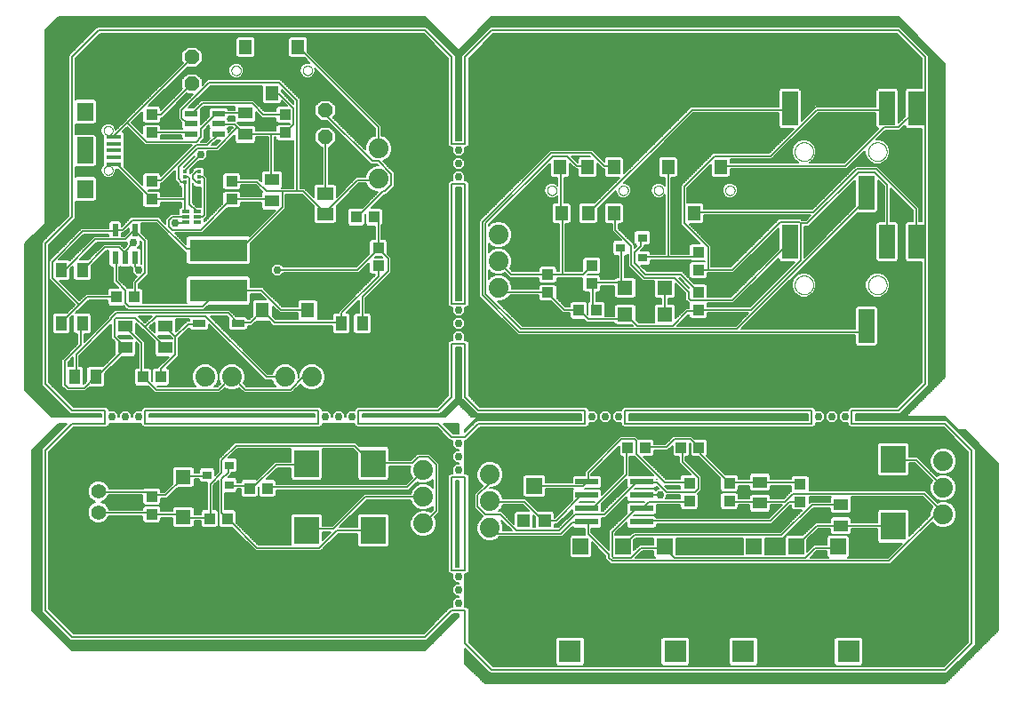
<source format=gtl>
G75*
%MOIN*%
%OFA0B0*%
%FSLAX25Y25*%
%IPPOS*%
%LPD*%
%AMOC8*
5,1,8,0,0,1.08239X$1,22.5*
%
%ADD10C,0.00600*%
%ADD11C,0.07400*%
%ADD12R,0.09449X0.10236*%
%ADD13R,0.05512X0.04331*%
%ADD14R,0.05512X0.05512*%
%ADD15R,0.04724X0.02756*%
%ADD16R,0.08661X0.02362*%
%ADD17OC8,0.05200*%
%ADD18C,0.05600*%
%ADD19R,0.04724X0.05512*%
%ADD20C,0.00000*%
%ADD21R,0.03543X0.03150*%
%ADD22R,0.04331X0.03937*%
%ADD23R,0.03937X0.04331*%
%ADD24R,0.05906X0.05118*%
%ADD25R,0.05906X0.06299*%
%ADD26R,0.04724X0.04724*%
%ADD27R,0.06000X0.12500*%
%ADD28R,0.05937X0.05937*%
%ADD29R,0.08268X0.08268*%
%ADD30R,0.05000X0.05787*%
%ADD31R,0.21654X0.08465*%
%ADD32R,0.05709X0.01575*%
%ADD33R,0.05906X0.07087*%
%ADD34R,0.05906X0.09843*%
%ADD35R,0.04724X0.02165*%
%ADD36R,0.02756X0.01181*%
%ADD37R,0.01772X0.01181*%
%ADD38R,0.04331X0.05512*%
%ADD39R,0.02165X0.04724*%
%ADD40C,0.02978*%
D10*
X0018800Y0019459D02*
X0003800Y0034459D01*
X0003800Y0094459D01*
X0013800Y0104459D01*
X0016820Y0104459D01*
X0008220Y0095859D01*
X0007400Y0095039D01*
X0007400Y0033879D01*
X0008220Y0033059D01*
X0008220Y0033059D01*
X0018220Y0023059D01*
X0151880Y0023059D01*
X0161880Y0033059D01*
X0163800Y0033059D01*
X0163800Y0031959D01*
X0151300Y0019459D01*
X0018800Y0019459D01*
X0018459Y0019799D02*
X0151641Y0019799D01*
X0152239Y0020398D02*
X0017861Y0020398D01*
X0017262Y0020996D02*
X0152838Y0020996D01*
X0153436Y0021595D02*
X0016664Y0021595D01*
X0016065Y0022193D02*
X0154035Y0022193D01*
X0154633Y0022792D02*
X0015467Y0022792D01*
X0014868Y0023390D02*
X0017888Y0023390D01*
X0017290Y0023989D02*
X0014270Y0023989D01*
X0013671Y0024587D02*
X0016691Y0024587D01*
X0016093Y0025186D02*
X0013073Y0025186D01*
X0012474Y0025784D02*
X0015494Y0025784D01*
X0014896Y0026383D02*
X0011876Y0026383D01*
X0011277Y0026981D02*
X0014297Y0026981D01*
X0013699Y0027580D02*
X0010679Y0027580D01*
X0010080Y0028178D02*
X0013100Y0028178D01*
X0012502Y0028777D02*
X0009482Y0028777D01*
X0008883Y0029375D02*
X0011903Y0029375D01*
X0011305Y0029974D02*
X0008285Y0029974D01*
X0007686Y0030573D02*
X0010706Y0030573D01*
X0010108Y0031171D02*
X0007088Y0031171D01*
X0006489Y0031770D02*
X0009509Y0031770D01*
X0008911Y0032368D02*
X0005891Y0032368D01*
X0005292Y0032967D02*
X0008312Y0032967D01*
X0007714Y0033565D02*
X0004694Y0033565D01*
X0004095Y0034164D02*
X0007400Y0034164D01*
X0007400Y0034762D02*
X0003800Y0034762D01*
X0003800Y0035361D02*
X0007400Y0035361D01*
X0007400Y0035959D02*
X0003800Y0035959D01*
X0003800Y0036558D02*
X0007400Y0036558D01*
X0007400Y0037156D02*
X0003800Y0037156D01*
X0003800Y0037755D02*
X0007400Y0037755D01*
X0007400Y0038353D02*
X0003800Y0038353D01*
X0003800Y0038952D02*
X0007400Y0038952D01*
X0007400Y0039550D02*
X0003800Y0039550D01*
X0003800Y0040149D02*
X0007400Y0040149D01*
X0007400Y0040747D02*
X0003800Y0040747D01*
X0003800Y0041346D02*
X0007400Y0041346D01*
X0007400Y0041944D02*
X0003800Y0041944D01*
X0003800Y0042543D02*
X0007400Y0042543D01*
X0007400Y0043141D02*
X0003800Y0043141D01*
X0003800Y0043740D02*
X0007400Y0043740D01*
X0007400Y0044338D02*
X0003800Y0044338D01*
X0003800Y0044937D02*
X0007400Y0044937D01*
X0007400Y0045535D02*
X0003800Y0045535D01*
X0003800Y0046134D02*
X0007400Y0046134D01*
X0007400Y0046732D02*
X0003800Y0046732D01*
X0003800Y0047331D02*
X0007400Y0047331D01*
X0007400Y0047929D02*
X0003800Y0047929D01*
X0003800Y0048528D02*
X0007400Y0048528D01*
X0007400Y0049126D02*
X0003800Y0049126D01*
X0003800Y0049725D02*
X0007400Y0049725D01*
X0007400Y0050323D02*
X0003800Y0050323D01*
X0003800Y0050922D02*
X0007400Y0050922D01*
X0007400Y0051520D02*
X0003800Y0051520D01*
X0003800Y0052119D02*
X0007400Y0052119D01*
X0007400Y0052717D02*
X0003800Y0052717D01*
X0003800Y0053316D02*
X0007400Y0053316D01*
X0007400Y0053914D02*
X0003800Y0053914D01*
X0003800Y0054513D02*
X0007400Y0054513D01*
X0007400Y0055111D02*
X0003800Y0055111D01*
X0003800Y0055710D02*
X0007400Y0055710D01*
X0007400Y0056309D02*
X0003800Y0056309D01*
X0003800Y0056907D02*
X0007400Y0056907D01*
X0007400Y0057506D02*
X0003800Y0057506D01*
X0003800Y0058104D02*
X0007400Y0058104D01*
X0007400Y0058703D02*
X0003800Y0058703D01*
X0003800Y0059301D02*
X0007400Y0059301D01*
X0007400Y0059900D02*
X0003800Y0059900D01*
X0003800Y0060498D02*
X0007400Y0060498D01*
X0007400Y0061097D02*
X0003800Y0061097D01*
X0003800Y0061695D02*
X0007400Y0061695D01*
X0007400Y0062294D02*
X0003800Y0062294D01*
X0003800Y0062892D02*
X0007400Y0062892D01*
X0007400Y0063491D02*
X0003800Y0063491D01*
X0003800Y0064089D02*
X0007400Y0064089D01*
X0007400Y0064688D02*
X0003800Y0064688D01*
X0003800Y0065286D02*
X0007400Y0065286D01*
X0007400Y0065885D02*
X0003800Y0065885D01*
X0003800Y0066483D02*
X0007400Y0066483D01*
X0007400Y0067082D02*
X0003800Y0067082D01*
X0003800Y0067680D02*
X0007400Y0067680D01*
X0007400Y0068279D02*
X0003800Y0068279D01*
X0003800Y0068877D02*
X0007400Y0068877D01*
X0007400Y0069476D02*
X0003800Y0069476D01*
X0003800Y0070074D02*
X0007400Y0070074D01*
X0007400Y0070673D02*
X0003800Y0070673D01*
X0003800Y0071271D02*
X0007400Y0071271D01*
X0007400Y0071870D02*
X0003800Y0071870D01*
X0003800Y0072468D02*
X0007400Y0072468D01*
X0007400Y0073067D02*
X0003800Y0073067D01*
X0003800Y0073665D02*
X0007400Y0073665D01*
X0007400Y0074264D02*
X0003800Y0074264D01*
X0003800Y0074862D02*
X0007400Y0074862D01*
X0007400Y0075461D02*
X0003800Y0075461D01*
X0003800Y0076059D02*
X0007400Y0076059D01*
X0007400Y0076658D02*
X0003800Y0076658D01*
X0003800Y0077256D02*
X0007400Y0077256D01*
X0007400Y0077855D02*
X0003800Y0077855D01*
X0003800Y0078453D02*
X0007400Y0078453D01*
X0007400Y0079052D02*
X0003800Y0079052D01*
X0003800Y0079650D02*
X0007400Y0079650D01*
X0007400Y0080249D02*
X0003800Y0080249D01*
X0003800Y0080847D02*
X0007400Y0080847D01*
X0007400Y0081446D02*
X0003800Y0081446D01*
X0003800Y0082044D02*
X0007400Y0082044D01*
X0007400Y0082643D02*
X0003800Y0082643D01*
X0003800Y0083242D02*
X0007400Y0083242D01*
X0007400Y0083840D02*
X0003800Y0083840D01*
X0003800Y0084439D02*
X0007400Y0084439D01*
X0007400Y0085037D02*
X0003800Y0085037D01*
X0003800Y0085636D02*
X0007400Y0085636D01*
X0007400Y0086234D02*
X0003800Y0086234D01*
X0003800Y0086833D02*
X0007400Y0086833D01*
X0007400Y0087431D02*
X0003800Y0087431D01*
X0003800Y0088030D02*
X0007400Y0088030D01*
X0007400Y0088628D02*
X0003800Y0088628D01*
X0003800Y0089227D02*
X0007400Y0089227D01*
X0007400Y0089825D02*
X0003800Y0089825D01*
X0003800Y0090424D02*
X0007400Y0090424D01*
X0007400Y0091022D02*
X0003800Y0091022D01*
X0003800Y0091621D02*
X0007400Y0091621D01*
X0007400Y0092219D02*
X0003800Y0092219D01*
X0003800Y0092818D02*
X0007400Y0092818D01*
X0007400Y0093416D02*
X0003800Y0093416D01*
X0003800Y0094015D02*
X0007400Y0094015D01*
X0007400Y0094613D02*
X0003955Y0094613D01*
X0004553Y0095212D02*
X0007573Y0095212D01*
X0008172Y0095810D02*
X0005152Y0095810D01*
X0005750Y0096409D02*
X0008770Y0096409D01*
X0009369Y0097007D02*
X0006349Y0097007D01*
X0006947Y0097606D02*
X0009967Y0097606D01*
X0010566Y0098204D02*
X0007546Y0098204D01*
X0008144Y0098803D02*
X0011164Y0098803D01*
X0011763Y0099401D02*
X0008743Y0099401D01*
X0009341Y0100000D02*
X0012361Y0100000D01*
X0012960Y0100598D02*
X0009940Y0100598D01*
X0010538Y0101197D02*
X0013558Y0101197D01*
X0014157Y0101795D02*
X0011137Y0101795D01*
X0011735Y0102394D02*
X0014755Y0102394D01*
X0015354Y0102992D02*
X0012334Y0102992D01*
X0012932Y0103591D02*
X0015952Y0103591D01*
X0016551Y0104189D02*
X0013531Y0104189D01*
X0011300Y0106959D02*
X0001300Y0116959D01*
X0001300Y0171959D01*
X0008800Y0179459D01*
X0008800Y0251959D01*
X0013800Y0256959D01*
X0151300Y0256959D01*
X0163800Y0244459D01*
X0176300Y0256959D01*
X0328800Y0256959D01*
X0346300Y0239459D01*
X0346300Y0121959D01*
X0331300Y0106959D01*
X0312700Y0106959D01*
X0346300Y0106959D01*
X0351300Y0101959D01*
X0353800Y0101959D01*
X0366300Y0089459D01*
X0366300Y0026959D01*
X0346300Y0006959D01*
X0173800Y0006959D01*
X0166300Y0014459D01*
X0166300Y0019979D01*
X0174900Y0011379D01*
X0175720Y0010559D01*
X0346880Y0010559D01*
X0357700Y0021379D01*
X0357700Y0095039D01*
X0356880Y0095859D01*
X0346880Y0105859D01*
X0312700Y0105859D01*
X0312700Y0106959D01*
X0312700Y0108059D01*
X0329380Y0108059D01*
X0330200Y0108879D01*
X0340200Y0118879D01*
X0340200Y0120039D01*
X0340200Y0241379D01*
X0340200Y0242539D01*
X0330200Y0252539D01*
X0329380Y0253359D01*
X0175720Y0253359D01*
X0164900Y0242539D01*
X0164900Y0210859D01*
X0163800Y0210859D01*
X0163800Y0244459D01*
X0163800Y0210859D01*
X0162700Y0210859D01*
X0162700Y0242539D01*
X0151880Y0253359D01*
X0150720Y0253359D01*
X0029380Y0253359D01*
X0028220Y0253359D01*
X0018220Y0243359D01*
X0017400Y0242539D01*
X0017400Y0182539D01*
X0008220Y0173359D01*
X0007400Y0172539D01*
X0007400Y0118879D01*
X0017400Y0108879D01*
X0018220Y0108059D01*
X0029900Y0108059D01*
X0029900Y0106959D01*
X0011300Y0106959D01*
X0011077Y0107182D02*
X0029900Y0107182D01*
X0029900Y0107780D02*
X0010478Y0107780D01*
X0009880Y0108379D02*
X0017900Y0108379D01*
X0017301Y0108977D02*
X0009281Y0108977D01*
X0008683Y0109576D02*
X0016703Y0109576D01*
X0016104Y0110175D02*
X0008084Y0110175D01*
X0007486Y0110773D02*
X0015506Y0110773D01*
X0014907Y0111372D02*
X0006887Y0111372D01*
X0006289Y0111970D02*
X0014309Y0111970D01*
X0013710Y0112569D02*
X0005690Y0112569D01*
X0005092Y0113167D02*
X0013112Y0113167D01*
X0012513Y0113766D02*
X0004493Y0113766D01*
X0003895Y0114364D02*
X0011915Y0114364D01*
X0011316Y0114963D02*
X0003296Y0114963D01*
X0002698Y0115561D02*
X0010718Y0115561D01*
X0010119Y0116160D02*
X0002099Y0116160D01*
X0001501Y0116758D02*
X0009521Y0116758D01*
X0008922Y0117357D02*
X0001300Y0117357D01*
X0001300Y0117955D02*
X0008324Y0117955D01*
X0007725Y0118554D02*
X0001300Y0118554D01*
X0001300Y0119152D02*
X0007400Y0119152D01*
X0007400Y0119751D02*
X0001300Y0119751D01*
X0001300Y0120349D02*
X0007400Y0120349D01*
X0007400Y0120948D02*
X0001300Y0120948D01*
X0001300Y0121546D02*
X0007400Y0121546D01*
X0007400Y0122145D02*
X0001300Y0122145D01*
X0001300Y0122743D02*
X0007400Y0122743D01*
X0007400Y0123342D02*
X0001300Y0123342D01*
X0001300Y0123940D02*
X0007400Y0123940D01*
X0007400Y0124539D02*
X0001300Y0124539D01*
X0001300Y0125137D02*
X0007400Y0125137D01*
X0007400Y0125736D02*
X0001300Y0125736D01*
X0001300Y0126334D02*
X0007400Y0126334D01*
X0007400Y0126933D02*
X0001300Y0126933D01*
X0001300Y0127531D02*
X0007400Y0127531D01*
X0007400Y0128130D02*
X0001300Y0128130D01*
X0001300Y0128728D02*
X0007400Y0128728D01*
X0007400Y0129327D02*
X0001300Y0129327D01*
X0001300Y0129925D02*
X0007400Y0129925D01*
X0007400Y0130524D02*
X0001300Y0130524D01*
X0001300Y0131122D02*
X0007400Y0131122D01*
X0007400Y0131721D02*
X0001300Y0131721D01*
X0001300Y0132319D02*
X0007400Y0132319D01*
X0007400Y0132918D02*
X0001300Y0132918D01*
X0001300Y0133516D02*
X0007400Y0133516D01*
X0007400Y0134115D02*
X0001300Y0134115D01*
X0001300Y0134713D02*
X0007400Y0134713D01*
X0007400Y0135312D02*
X0001300Y0135312D01*
X0001300Y0135911D02*
X0007400Y0135911D01*
X0007400Y0136509D02*
X0001300Y0136509D01*
X0001300Y0137108D02*
X0007400Y0137108D01*
X0007400Y0137706D02*
X0001300Y0137706D01*
X0001300Y0138305D02*
X0007400Y0138305D01*
X0007400Y0138903D02*
X0001300Y0138903D01*
X0001300Y0139502D02*
X0007400Y0139502D01*
X0007400Y0140100D02*
X0001300Y0140100D01*
X0001300Y0140699D02*
X0007400Y0140699D01*
X0007400Y0141297D02*
X0001300Y0141297D01*
X0001300Y0141896D02*
X0007400Y0141896D01*
X0007400Y0142494D02*
X0001300Y0142494D01*
X0001300Y0143093D02*
X0007400Y0143093D01*
X0007400Y0143691D02*
X0001300Y0143691D01*
X0001300Y0144290D02*
X0007400Y0144290D01*
X0007400Y0144888D02*
X0001300Y0144888D01*
X0001300Y0145487D02*
X0007400Y0145487D01*
X0007400Y0146085D02*
X0001300Y0146085D01*
X0001300Y0146684D02*
X0007400Y0146684D01*
X0007400Y0147282D02*
X0001300Y0147282D01*
X0001300Y0147881D02*
X0007400Y0147881D01*
X0007400Y0148479D02*
X0001300Y0148479D01*
X0001300Y0149078D02*
X0007400Y0149078D01*
X0007400Y0149676D02*
X0001300Y0149676D01*
X0001300Y0150275D02*
X0007400Y0150275D01*
X0007400Y0150873D02*
X0001300Y0150873D01*
X0001300Y0151472D02*
X0007400Y0151472D01*
X0007400Y0152070D02*
X0001300Y0152070D01*
X0001300Y0152669D02*
X0007400Y0152669D01*
X0007400Y0153267D02*
X0001300Y0153267D01*
X0001300Y0153866D02*
X0007400Y0153866D01*
X0007400Y0154464D02*
X0001300Y0154464D01*
X0001300Y0155063D02*
X0007400Y0155063D01*
X0007400Y0155661D02*
X0001300Y0155661D01*
X0001300Y0156260D02*
X0007400Y0156260D01*
X0007400Y0156858D02*
X0001300Y0156858D01*
X0001300Y0157457D02*
X0007400Y0157457D01*
X0007400Y0158055D02*
X0001300Y0158055D01*
X0001300Y0158654D02*
X0007400Y0158654D01*
X0007400Y0159252D02*
X0001300Y0159252D01*
X0001300Y0159851D02*
X0007400Y0159851D01*
X0007400Y0160449D02*
X0001300Y0160449D01*
X0001300Y0161048D02*
X0007400Y0161048D01*
X0007400Y0161646D02*
X0001300Y0161646D01*
X0001300Y0162245D02*
X0007400Y0162245D01*
X0007400Y0162844D02*
X0001300Y0162844D01*
X0001300Y0163442D02*
X0007400Y0163442D01*
X0007400Y0164041D02*
X0001300Y0164041D01*
X0001300Y0164639D02*
X0007400Y0164639D01*
X0007400Y0165238D02*
X0001300Y0165238D01*
X0001300Y0165836D02*
X0007400Y0165836D01*
X0007400Y0166435D02*
X0001300Y0166435D01*
X0001300Y0167033D02*
X0007400Y0167033D01*
X0007400Y0167632D02*
X0001300Y0167632D01*
X0001300Y0168230D02*
X0007400Y0168230D01*
X0007400Y0168829D02*
X0001300Y0168829D01*
X0001300Y0169427D02*
X0007400Y0169427D01*
X0007400Y0170026D02*
X0001300Y0170026D01*
X0001300Y0170624D02*
X0007400Y0170624D01*
X0007400Y0171223D02*
X0001300Y0171223D01*
X0001300Y0171821D02*
X0007400Y0171821D01*
X0007400Y0172420D02*
X0001761Y0172420D01*
X0002360Y0173018D02*
X0007880Y0173018D01*
X0008220Y0173359D02*
X0008220Y0173359D01*
X0008478Y0173617D02*
X0002958Y0173617D01*
X0003557Y0174215D02*
X0009077Y0174215D01*
X0009675Y0174814D02*
X0004155Y0174814D01*
X0004754Y0175412D02*
X0010274Y0175412D01*
X0010872Y0176011D02*
X0005352Y0176011D01*
X0005951Y0176609D02*
X0011471Y0176609D01*
X0012069Y0177208D02*
X0006549Y0177208D01*
X0007148Y0177806D02*
X0012668Y0177806D01*
X0013266Y0178405D02*
X0007746Y0178405D01*
X0008345Y0179003D02*
X0013865Y0179003D01*
X0014463Y0179602D02*
X0008800Y0179602D01*
X0008800Y0180200D02*
X0015062Y0180200D01*
X0015660Y0180799D02*
X0008800Y0180799D01*
X0008800Y0181397D02*
X0016259Y0181397D01*
X0016857Y0181996D02*
X0008800Y0181996D01*
X0008800Y0182594D02*
X0017400Y0182594D01*
X0017400Y0183193D02*
X0008800Y0183193D01*
X0008800Y0183791D02*
X0017400Y0183791D01*
X0017400Y0184390D02*
X0008800Y0184390D01*
X0008800Y0184988D02*
X0017400Y0184988D01*
X0017400Y0185587D02*
X0008800Y0185587D01*
X0008800Y0186185D02*
X0017400Y0186185D01*
X0017400Y0186784D02*
X0008800Y0186784D01*
X0008800Y0187382D02*
X0017400Y0187382D01*
X0017400Y0187981D02*
X0008800Y0187981D01*
X0008800Y0188580D02*
X0017400Y0188580D01*
X0017400Y0189178D02*
X0008800Y0189178D01*
X0008800Y0189777D02*
X0017400Y0189777D01*
X0017400Y0190375D02*
X0008800Y0190375D01*
X0008800Y0190974D02*
X0017400Y0190974D01*
X0017400Y0191572D02*
X0008800Y0191572D01*
X0008800Y0192171D02*
X0017400Y0192171D01*
X0017400Y0192769D02*
X0008800Y0192769D01*
X0008800Y0193368D02*
X0017400Y0193368D01*
X0017400Y0193966D02*
X0008800Y0193966D01*
X0008800Y0194565D02*
X0017400Y0194565D01*
X0017400Y0195163D02*
X0008800Y0195163D01*
X0008800Y0195762D02*
X0017400Y0195762D01*
X0017400Y0196360D02*
X0008800Y0196360D01*
X0008800Y0196959D02*
X0017400Y0196959D01*
X0017400Y0197557D02*
X0008800Y0197557D01*
X0008800Y0198156D02*
X0017400Y0198156D01*
X0017400Y0198754D02*
X0008800Y0198754D01*
X0008800Y0199353D02*
X0017400Y0199353D01*
X0017400Y0199951D02*
X0008800Y0199951D01*
X0008800Y0200550D02*
X0017400Y0200550D01*
X0017400Y0201148D02*
X0008800Y0201148D01*
X0008800Y0201747D02*
X0017400Y0201747D01*
X0017400Y0202345D02*
X0008800Y0202345D01*
X0008800Y0202944D02*
X0017400Y0202944D01*
X0017400Y0203542D02*
X0008800Y0203542D01*
X0008800Y0204141D02*
X0017400Y0204141D01*
X0017400Y0204739D02*
X0008800Y0204739D01*
X0008800Y0205338D02*
X0017400Y0205338D01*
X0017400Y0205936D02*
X0008800Y0205936D01*
X0008800Y0206535D02*
X0017400Y0206535D01*
X0017400Y0207133D02*
X0008800Y0207133D01*
X0008800Y0207732D02*
X0017400Y0207732D01*
X0017400Y0208330D02*
X0008800Y0208330D01*
X0008800Y0208929D02*
X0017400Y0208929D01*
X0017400Y0209527D02*
X0008800Y0209527D01*
X0008800Y0210126D02*
X0017400Y0210126D01*
X0017400Y0210724D02*
X0008800Y0210724D01*
X0008800Y0211323D02*
X0017400Y0211323D01*
X0017400Y0211921D02*
X0008800Y0211921D01*
X0008800Y0212520D02*
X0017400Y0212520D01*
X0017400Y0213118D02*
X0008800Y0213118D01*
X0008800Y0213717D02*
X0017400Y0213717D01*
X0017400Y0214315D02*
X0008800Y0214315D01*
X0008800Y0214914D02*
X0017400Y0214914D01*
X0017400Y0215513D02*
X0008800Y0215513D01*
X0008800Y0216111D02*
X0017400Y0216111D01*
X0017400Y0216710D02*
X0008800Y0216710D01*
X0008800Y0217308D02*
X0017400Y0217308D01*
X0017400Y0217907D02*
X0008800Y0217907D01*
X0008800Y0218505D02*
X0017400Y0218505D01*
X0017400Y0219104D02*
X0008800Y0219104D01*
X0008800Y0219702D02*
X0017400Y0219702D01*
X0017400Y0220301D02*
X0008800Y0220301D01*
X0008800Y0220899D02*
X0017400Y0220899D01*
X0017400Y0221498D02*
X0008800Y0221498D01*
X0008800Y0222096D02*
X0017400Y0222096D01*
X0017400Y0222695D02*
X0008800Y0222695D01*
X0008800Y0223293D02*
X0017400Y0223293D01*
X0017400Y0223892D02*
X0008800Y0223892D01*
X0008800Y0224490D02*
X0017400Y0224490D01*
X0017400Y0225089D02*
X0008800Y0225089D01*
X0008800Y0225687D02*
X0017400Y0225687D01*
X0017400Y0226286D02*
X0008800Y0226286D01*
X0008800Y0226884D02*
X0017400Y0226884D01*
X0017400Y0227483D02*
X0008800Y0227483D01*
X0008800Y0228081D02*
X0017400Y0228081D01*
X0017400Y0228680D02*
X0008800Y0228680D01*
X0008800Y0229278D02*
X0017400Y0229278D01*
X0017400Y0229877D02*
X0008800Y0229877D01*
X0008800Y0230475D02*
X0017400Y0230475D01*
X0017400Y0231074D02*
X0008800Y0231074D01*
X0008800Y0231672D02*
X0017400Y0231672D01*
X0017400Y0232271D02*
X0008800Y0232271D01*
X0008800Y0232869D02*
X0017400Y0232869D01*
X0017400Y0233468D02*
X0008800Y0233468D01*
X0008800Y0234066D02*
X0017400Y0234066D01*
X0017400Y0234665D02*
X0008800Y0234665D01*
X0008800Y0235263D02*
X0017400Y0235263D01*
X0017400Y0235862D02*
X0008800Y0235862D01*
X0008800Y0236460D02*
X0017400Y0236460D01*
X0017400Y0237059D02*
X0008800Y0237059D01*
X0008800Y0237657D02*
X0017400Y0237657D01*
X0017400Y0238256D02*
X0008800Y0238256D01*
X0008800Y0238854D02*
X0017400Y0238854D01*
X0017400Y0239453D02*
X0008800Y0239453D01*
X0008800Y0240051D02*
X0017400Y0240051D01*
X0017400Y0240650D02*
X0008800Y0240650D01*
X0008800Y0241248D02*
X0017400Y0241248D01*
X0017400Y0241847D02*
X0008800Y0241847D01*
X0008800Y0242446D02*
X0017400Y0242446D01*
X0017905Y0243044D02*
X0008800Y0243044D01*
X0008800Y0243643D02*
X0018504Y0243643D01*
X0019102Y0244241D02*
X0008800Y0244241D01*
X0008800Y0244840D02*
X0019701Y0244840D01*
X0020300Y0245438D02*
X0008800Y0245438D01*
X0008800Y0246037D02*
X0020898Y0246037D01*
X0021497Y0246635D02*
X0008800Y0246635D01*
X0008800Y0247234D02*
X0022095Y0247234D01*
X0022694Y0247832D02*
X0008800Y0247832D01*
X0008800Y0248431D02*
X0023292Y0248431D01*
X0023891Y0249029D02*
X0008800Y0249029D01*
X0008800Y0249628D02*
X0024489Y0249628D01*
X0025088Y0250226D02*
X0008800Y0250226D01*
X0008800Y0250825D02*
X0025686Y0250825D01*
X0026285Y0251423D02*
X0008800Y0251423D01*
X0008863Y0252022D02*
X0026883Y0252022D01*
X0027482Y0252620D02*
X0009462Y0252620D01*
X0010060Y0253219D02*
X0028080Y0253219D01*
X0028800Y0251959D02*
X0018800Y0241959D01*
X0018800Y0181959D01*
X0008800Y0171959D01*
X0008800Y0119459D01*
X0018800Y0109459D01*
X0031300Y0109459D01*
X0031300Y0104459D01*
X0018800Y0104459D01*
X0008800Y0094459D01*
X0008800Y0034459D01*
X0018800Y0024459D01*
X0151300Y0024459D01*
X0161300Y0034459D01*
X0166300Y0034459D01*
X0166300Y0021959D01*
X0176300Y0011959D01*
X0346300Y0011959D01*
X0356300Y0021959D01*
X0356300Y0094459D01*
X0346300Y0104459D01*
X0311300Y0104459D01*
X0311300Y0109459D01*
X0328800Y0109459D01*
X0338800Y0119459D01*
X0338800Y0241959D01*
X0328800Y0251959D01*
X0176300Y0251959D01*
X0166300Y0241959D01*
X0166300Y0209459D01*
X0161300Y0209459D01*
X0161300Y0241959D01*
X0151300Y0251959D01*
X0028800Y0251959D01*
X0029380Y0250559D02*
X0150720Y0250559D01*
X0159900Y0241379D01*
X0159900Y0208879D01*
X0160720Y0208059D01*
X0161521Y0208059D01*
X0161411Y0207948D01*
X0161411Y0205969D01*
X0162810Y0204570D01*
X0163800Y0204570D01*
X0164790Y0204570D01*
X0166189Y0205969D01*
X0166189Y0207948D01*
X0166078Y0208059D01*
X0166880Y0208059D01*
X0167700Y0208879D01*
X0167700Y0241379D01*
X0176880Y0250559D01*
X0328220Y0250559D01*
X0337400Y0241379D01*
X0337400Y0230259D01*
X0332010Y0230259D01*
X0331249Y0229497D01*
X0331249Y0219705D01*
X0328927Y0217382D01*
X0328927Y0229497D01*
X0328165Y0230259D01*
X0321088Y0230259D01*
X0320327Y0229497D01*
X0320327Y0223359D01*
X0297703Y0223359D01*
X0292360Y0218016D01*
X0292360Y0229497D01*
X0291598Y0230259D01*
X0284521Y0230259D01*
X0283760Y0229497D01*
X0283760Y0223359D01*
X0250903Y0223359D01*
X0250200Y0222656D01*
X0225769Y0198225D01*
X0225769Y0203914D01*
X0225008Y0204676D01*
X0219206Y0204676D01*
X0218445Y0203914D01*
X0218445Y0202811D01*
X0214800Y0206456D01*
X0214097Y0207159D01*
X0198103Y0207159D01*
X0172303Y0181359D01*
X0171600Y0180656D01*
X0171600Y0152062D01*
X0185400Y0138262D01*
X0186103Y0137559D01*
X0312516Y0137559D01*
X0312516Y0134310D01*
X0313277Y0133548D01*
X0320354Y0133548D01*
X0321116Y0134310D01*
X0321116Y0147887D01*
X0320354Y0148648D01*
X0313277Y0148648D01*
X0312516Y0147887D01*
X0312516Y0139959D01*
X0269897Y0139959D01*
X0313487Y0183548D01*
X0320354Y0183548D01*
X0321116Y0184310D01*
X0321116Y0195746D01*
X0323400Y0193462D01*
X0323400Y0180259D01*
X0321088Y0180259D01*
X0320327Y0179497D01*
X0320327Y0165920D01*
X0321088Y0165159D01*
X0328165Y0165159D01*
X0328927Y0165920D01*
X0328927Y0179497D01*
X0328165Y0180259D01*
X0325800Y0180259D01*
X0325800Y0192862D01*
X0334200Y0184462D01*
X0334200Y0180259D01*
X0332010Y0180259D01*
X0331249Y0179497D01*
X0331249Y0165920D01*
X0332010Y0165159D01*
X0337400Y0165159D01*
X0337400Y0120039D01*
X0328220Y0110859D01*
X0310720Y0110859D01*
X0309900Y0110039D01*
X0309900Y0109237D01*
X0309790Y0109348D01*
X0307810Y0109348D01*
X0306411Y0107948D01*
X0306411Y0106959D01*
X0306411Y0105969D01*
X0307810Y0104570D01*
X0309790Y0104570D01*
X0309900Y0104680D01*
X0309900Y0103879D01*
X0310720Y0103059D01*
X0345720Y0103059D01*
X0354900Y0093879D01*
X0354900Y0022539D01*
X0345720Y0013359D01*
X0176880Y0013359D01*
X0167700Y0022539D01*
X0167700Y0035039D01*
X0166880Y0035859D01*
X0166300Y0035859D01*
X0166300Y0048059D01*
X0166880Y0048059D01*
X0167700Y0048879D01*
X0167700Y0085039D01*
X0166880Y0085859D01*
X0166300Y0085859D01*
X0166300Y0098059D01*
X0166880Y0098059D01*
X0171880Y0103059D01*
X0211880Y0103059D01*
X0212700Y0103879D01*
X0212700Y0104680D01*
X0212810Y0104570D01*
X0214790Y0104570D01*
X0216189Y0105969D01*
X0216189Y0106959D01*
X0216411Y0106959D01*
X0216411Y0105969D01*
X0217810Y0104570D01*
X0219790Y0104570D01*
X0221189Y0105969D01*
X0221189Y0106959D01*
X0221411Y0106959D01*
X0221411Y0105969D01*
X0222810Y0104570D01*
X0224790Y0104570D01*
X0224900Y0104680D01*
X0224900Y0103879D01*
X0225720Y0103059D01*
X0296880Y0103059D01*
X0297700Y0103879D01*
X0297700Y0104680D01*
X0297810Y0104570D01*
X0299790Y0104570D01*
X0301189Y0105969D01*
X0301189Y0106959D01*
X0301411Y0106959D01*
X0301411Y0105969D01*
X0302810Y0104570D01*
X0304790Y0104570D01*
X0306189Y0105969D01*
X0306189Y0106959D01*
X0306411Y0106959D01*
X0306189Y0106959D01*
X0306189Y0107948D01*
X0304790Y0109348D01*
X0302810Y0109348D01*
X0301411Y0107948D01*
X0301411Y0106959D01*
X0301189Y0106959D01*
X0301189Y0107948D01*
X0299790Y0109348D01*
X0297810Y0109348D01*
X0297700Y0109237D01*
X0297700Y0110039D01*
X0296880Y0110859D01*
X0225720Y0110859D01*
X0224900Y0110039D01*
X0224900Y0109237D01*
X0224790Y0109348D01*
X0222810Y0109348D01*
X0221411Y0107948D01*
X0221411Y0106959D01*
X0221189Y0106959D01*
X0221189Y0107948D01*
X0219790Y0109348D01*
X0217810Y0109348D01*
X0216411Y0107948D01*
X0216411Y0106959D01*
X0216189Y0106959D01*
X0216189Y0107948D01*
X0214790Y0109348D01*
X0212810Y0109348D01*
X0212700Y0109237D01*
X0212700Y0110039D01*
X0211880Y0110859D01*
X0171880Y0110859D01*
X0167700Y0115039D01*
X0167700Y0135039D01*
X0166880Y0135859D01*
X0166078Y0135859D01*
X0166189Y0135969D01*
X0166189Y0137948D01*
X0164790Y0139348D01*
X0163800Y0139348D01*
X0163800Y0139570D01*
X0164790Y0139570D01*
X0166189Y0140969D01*
X0166189Y0142948D01*
X0164790Y0144348D01*
X0163800Y0144348D01*
X0163800Y0144570D01*
X0164790Y0144570D01*
X0166189Y0145969D01*
X0166189Y0147948D01*
X0166078Y0148059D01*
X0166880Y0148059D01*
X0167700Y0148879D01*
X0167700Y0195039D01*
X0166880Y0195859D01*
X0166078Y0195859D01*
X0166189Y0195969D01*
X0166189Y0197948D01*
X0164790Y0199348D01*
X0163800Y0199348D01*
X0163800Y0199570D01*
X0164790Y0199570D01*
X0166189Y0200969D01*
X0166189Y0202948D01*
X0164790Y0204348D01*
X0163800Y0204348D01*
X0163800Y0204570D01*
X0163800Y0204348D01*
X0162810Y0204348D01*
X0161411Y0202948D01*
X0161411Y0200969D01*
X0162810Y0199570D01*
X0163800Y0199570D01*
X0163800Y0199348D01*
X0162810Y0199348D01*
X0161411Y0197948D01*
X0161411Y0195969D01*
X0161521Y0195859D01*
X0160720Y0195859D01*
X0159900Y0195039D01*
X0159900Y0148879D01*
X0160720Y0148059D01*
X0161521Y0148059D01*
X0161411Y0147948D01*
X0161411Y0145969D01*
X0162810Y0144570D01*
X0163800Y0144570D01*
X0163800Y0144348D01*
X0162810Y0144348D01*
X0161411Y0142948D01*
X0161411Y0140969D01*
X0162810Y0139570D01*
X0163800Y0139570D01*
X0163800Y0139348D01*
X0162810Y0139348D01*
X0161411Y0137948D01*
X0161411Y0135969D01*
X0161521Y0135859D01*
X0160720Y0135859D01*
X0159900Y0135039D01*
X0159900Y0115039D01*
X0155720Y0110859D01*
X0125720Y0110859D01*
X0124900Y0110039D01*
X0124900Y0109237D01*
X0124790Y0109348D01*
X0122810Y0109348D01*
X0121411Y0107948D01*
X0121411Y0106959D01*
X0121189Y0106959D01*
X0121189Y0107948D01*
X0119790Y0109348D01*
X0117810Y0109348D01*
X0116411Y0107948D01*
X0116411Y0106959D01*
X0116189Y0106959D01*
X0116189Y0107948D01*
X0114790Y0109348D01*
X0112810Y0109348D01*
X0112700Y0109237D01*
X0112700Y0110039D01*
X0111880Y0110859D01*
X0045720Y0110859D01*
X0044900Y0110039D01*
X0044900Y0109237D01*
X0044790Y0109348D01*
X0042810Y0109348D01*
X0041411Y0107948D01*
X0041411Y0106959D01*
X0041189Y0106959D01*
X0041189Y0107948D01*
X0039790Y0109348D01*
X0037810Y0109348D01*
X0036411Y0107948D01*
X0036411Y0106959D01*
X0036189Y0106959D01*
X0036189Y0107948D01*
X0034790Y0109348D01*
X0032810Y0109348D01*
X0032700Y0109237D01*
X0032700Y0110039D01*
X0031880Y0110859D01*
X0019380Y0110859D01*
X0010200Y0120039D01*
X0010200Y0171379D01*
X0019380Y0180559D01*
X0020200Y0181379D01*
X0020200Y0187716D01*
X0020309Y0187607D01*
X0027291Y0187607D01*
X0028053Y0188369D01*
X0028053Y0196533D01*
X0027291Y0197294D01*
X0020309Y0197294D01*
X0020200Y0197185D01*
X0020200Y0200846D01*
X0020309Y0200737D01*
X0027291Y0200737D01*
X0028053Y0201499D01*
X0028053Y0212418D01*
X0027291Y0213180D01*
X0020309Y0213180D01*
X0020200Y0213071D01*
X0020200Y0216732D01*
X0020309Y0216623D01*
X0027291Y0216623D01*
X0028053Y0217385D01*
X0028053Y0225548D01*
X0027291Y0226310D01*
X0020309Y0226310D01*
X0020200Y0226201D01*
X0020200Y0241379D01*
X0029380Y0250559D01*
X0029047Y0250226D02*
X0151053Y0250226D01*
X0151651Y0249628D02*
X0106592Y0249628D01*
X0106543Y0249676D02*
X0100742Y0249676D01*
X0099980Y0248914D01*
X0099980Y0242326D01*
X0100742Y0241564D01*
X0106097Y0241564D01*
X0107884Y0239778D01*
X0107757Y0239830D01*
X0106615Y0239830D01*
X0105559Y0239393D01*
X0104751Y0238585D01*
X0104314Y0237530D01*
X0104314Y0236387D01*
X0104751Y0235332D01*
X0105559Y0234524D01*
X0106615Y0234087D01*
X0107757Y0234087D01*
X0108812Y0234524D01*
X0109620Y0235332D01*
X0110057Y0236387D01*
X0110057Y0237530D01*
X0110005Y0237657D01*
X0132600Y0215062D01*
X0132600Y0212574D01*
X0130968Y0211897D01*
X0129561Y0210491D01*
X0128800Y0208653D01*
X0128800Y0207256D01*
X0116706Y0219349D01*
X0117700Y0220343D01*
X0117700Y0223574D01*
X0115415Y0225859D01*
X0112185Y0225859D01*
X0109900Y0223574D01*
X0109900Y0220343D01*
X0112185Y0218059D01*
X0114603Y0218059D01*
X0130903Y0201759D01*
X0133303Y0201759D01*
X0133803Y0201259D01*
X0132805Y0201259D01*
X0130968Y0200497D01*
X0129561Y0199091D01*
X0128800Y0197253D01*
X0128800Y0196959D01*
X0115200Y0196959D01*
X0115200Y0197557D02*
X0128926Y0197557D01*
X0128800Y0196959D02*
X0125503Y0196959D01*
X0118053Y0189508D01*
X0118053Y0193796D01*
X0117291Y0194558D01*
X0115200Y0194558D01*
X0115200Y0208059D01*
X0115415Y0208059D01*
X0117700Y0210343D01*
X0117700Y0213574D01*
X0115415Y0215859D01*
X0112185Y0215859D01*
X0109900Y0213574D01*
X0109900Y0210343D01*
X0112185Y0208059D01*
X0112800Y0208059D01*
X0112800Y0194558D01*
X0110309Y0194558D01*
X0109547Y0193796D01*
X0109547Y0189308D01*
X0106097Y0192759D01*
X0104400Y0192759D01*
X0104400Y0226256D01*
X0103697Y0226959D01*
X0097097Y0233559D01*
X0069703Y0233559D01*
X0069000Y0232856D01*
X0067700Y0231556D01*
X0067700Y0233574D01*
X0065415Y0235859D01*
X0062185Y0235859D01*
X0059900Y0233574D01*
X0059900Y0230343D01*
X0060194Y0230049D01*
X0052265Y0222121D01*
X0052265Y0222812D01*
X0051504Y0223574D01*
X0047512Y0223574D01*
X0062091Y0238152D01*
X0062185Y0238059D01*
X0065415Y0238059D01*
X0067700Y0240343D01*
X0067700Y0243574D01*
X0065415Y0245859D01*
X0062185Y0245859D01*
X0059900Y0243574D01*
X0059900Y0240343D01*
X0060394Y0239849D01*
X0039103Y0218559D01*
X0038400Y0217856D01*
X0035235Y0214690D01*
X0035235Y0214991D01*
X0034812Y0216010D01*
X0034032Y0216790D01*
X0033013Y0217212D01*
X0031910Y0217212D01*
X0030891Y0216790D01*
X0030110Y0216010D01*
X0029688Y0214991D01*
X0029688Y0213887D01*
X0030110Y0212868D01*
X0030374Y0212604D01*
X0030374Y0201313D01*
X0030110Y0201049D01*
X0029688Y0200030D01*
X0029688Y0198927D01*
X0030110Y0197907D01*
X0030891Y0197127D01*
X0031910Y0196705D01*
X0033013Y0196705D01*
X0034032Y0197127D01*
X0034812Y0197907D01*
X0035235Y0198927D01*
X0035235Y0199753D01*
X0036308Y0199753D01*
X0045335Y0190727D01*
X0045335Y0186105D01*
X0046096Y0185344D01*
X0051504Y0185344D01*
X0052265Y0186105D01*
X0052265Y0187359D01*
X0060000Y0187359D01*
X0060000Y0185818D01*
X0059718Y0185818D01*
X0058957Y0185056D01*
X0058957Y0183159D01*
X0055903Y0183159D01*
X0054703Y0181959D01*
X0054000Y0181256D01*
X0054000Y0179456D01*
X0051497Y0181959D01*
X0040903Y0181959D01*
X0040200Y0181256D01*
X0037443Y0178498D01*
X0037443Y0179978D01*
X0036681Y0180739D01*
X0033439Y0180739D01*
X0032677Y0179978D01*
X0032677Y0177759D01*
X0022303Y0177759D01*
X0021600Y0177056D01*
X0010200Y0165656D01*
X0010200Y0158662D01*
X0010903Y0157959D01*
X0019903Y0148959D01*
X0016959Y0146015D01*
X0012159Y0146015D01*
X0011398Y0145253D01*
X0011398Y0138664D01*
X0012159Y0137903D01*
X0017567Y0137903D01*
X0018328Y0138664D01*
X0018328Y0143990D01*
X0019272Y0144933D01*
X0019272Y0138664D01*
X0020033Y0137903D01*
X0021000Y0137903D01*
X0021000Y0134456D01*
X0015703Y0129159D01*
X0015000Y0128456D01*
X0015000Y0118462D01*
X0016200Y0117262D01*
X0016903Y0116559D01*
X0023897Y0116559D01*
X0025241Y0117903D01*
X0030441Y0117903D01*
X0031202Y0118664D01*
X0031202Y0123264D01*
X0037495Y0129556D01*
X0042094Y0129556D01*
X0042856Y0130318D01*
X0042856Y0135006D01*
X0043800Y0134062D01*
X0043800Y0125424D01*
X0042947Y0125424D01*
X0042185Y0124662D01*
X0042185Y0119255D01*
X0042947Y0118493D01*
X0047368Y0118493D01*
X0049200Y0116662D01*
X0049903Y0115959D01*
X0074297Y0115959D01*
X0076032Y0117693D01*
X0077805Y0116959D01*
X0079795Y0116959D01*
X0081632Y0117720D01*
X0081687Y0117775D01*
X0083503Y0115959D01*
X0101297Y0115959D01*
X0102000Y0116662D01*
X0104533Y0119195D01*
X0104561Y0119126D01*
X0105968Y0117720D01*
X0107805Y0116959D01*
X0109795Y0116959D01*
X0111632Y0117720D01*
X0113039Y0119126D01*
X0113800Y0120964D01*
X0113800Y0122953D01*
X0113039Y0124791D01*
X0111632Y0126197D01*
X0109795Y0126959D01*
X0107805Y0126959D01*
X0105968Y0126197D01*
X0104561Y0124791D01*
X0103800Y0122953D01*
X0103039Y0124791D01*
X0101632Y0126197D01*
X0099795Y0126959D01*
X0097805Y0126959D01*
X0095968Y0126197D01*
X0094561Y0124791D01*
X0093885Y0123159D01*
X0092297Y0123159D01*
X0070697Y0144759D01*
X0076903Y0144759D01*
X0077604Y0144058D01*
X0077421Y0143875D01*
X0077421Y0140042D01*
X0078183Y0139281D01*
X0083984Y0139281D01*
X0084746Y0140042D01*
X0084746Y0141159D01*
X0086297Y0141159D01*
X0087903Y0142765D01*
X0092697Y0142765D01*
X0094303Y0141159D01*
X0116398Y0141159D01*
X0116398Y0138664D01*
X0117159Y0137903D01*
X0122567Y0137903D01*
X0123328Y0138664D01*
X0123328Y0145253D01*
X0122567Y0146015D01*
X0121753Y0146015D01*
X0126600Y0150862D01*
X0126600Y0146015D01*
X0125033Y0146015D01*
X0124272Y0145253D01*
X0124272Y0138664D01*
X0125033Y0137903D01*
X0130441Y0137903D01*
X0131202Y0138664D01*
X0131202Y0145253D01*
X0130441Y0146015D01*
X0129000Y0146015D01*
X0129000Y0151462D01*
X0137897Y0160359D01*
X0138600Y0161062D01*
X0138600Y0166856D01*
X0137265Y0168190D01*
X0137265Y0172812D01*
X0136504Y0173574D01*
X0135000Y0173574D01*
X0135000Y0178840D01*
X0135415Y0179255D01*
X0135415Y0184662D01*
X0134653Y0185424D01*
X0131162Y0185424D01*
X0136097Y0190359D01*
X0136697Y0190359D01*
X0139097Y0192759D01*
X0139800Y0193462D01*
X0139800Y0198656D01*
X0135503Y0202952D01*
X0136632Y0203420D01*
X0138039Y0204826D01*
X0138800Y0206664D01*
X0138800Y0208653D01*
X0138039Y0210491D01*
X0136632Y0211897D01*
X0135000Y0212574D01*
X0135000Y0216056D01*
X0134297Y0216759D01*
X0107305Y0243751D01*
X0107305Y0248914D01*
X0106543Y0249676D01*
X0107190Y0249029D02*
X0152250Y0249029D01*
X0152848Y0248431D02*
X0107305Y0248431D01*
X0107305Y0247832D02*
X0153447Y0247832D01*
X0154045Y0247234D02*
X0107305Y0247234D01*
X0107305Y0246635D02*
X0154644Y0246635D01*
X0155242Y0246037D02*
X0107305Y0246037D01*
X0107305Y0245438D02*
X0155841Y0245438D01*
X0156439Y0244840D02*
X0107305Y0244840D01*
X0107305Y0244241D02*
X0157038Y0244241D01*
X0157636Y0243643D02*
X0107413Y0243643D01*
X0108012Y0243044D02*
X0158235Y0243044D01*
X0158833Y0242446D02*
X0108610Y0242446D01*
X0109209Y0241847D02*
X0159432Y0241847D01*
X0159900Y0241248D02*
X0109807Y0241248D01*
X0110406Y0240650D02*
X0159900Y0240650D01*
X0159900Y0240051D02*
X0111004Y0240051D01*
X0111603Y0239453D02*
X0159900Y0239453D01*
X0159900Y0238854D02*
X0112201Y0238854D01*
X0112800Y0238256D02*
X0159900Y0238256D01*
X0159900Y0237657D02*
X0113398Y0237657D01*
X0113997Y0237059D02*
X0159900Y0237059D01*
X0159900Y0236460D02*
X0114595Y0236460D01*
X0115194Y0235862D02*
X0159900Y0235862D01*
X0159900Y0235263D02*
X0115792Y0235263D01*
X0116391Y0234665D02*
X0159900Y0234665D01*
X0159900Y0234066D02*
X0116989Y0234066D01*
X0117588Y0233468D02*
X0159900Y0233468D01*
X0159900Y0232869D02*
X0118186Y0232869D01*
X0118785Y0232271D02*
X0159900Y0232271D01*
X0159900Y0231672D02*
X0119383Y0231672D01*
X0119982Y0231074D02*
X0159900Y0231074D01*
X0159900Y0230475D02*
X0120580Y0230475D01*
X0121179Y0229877D02*
X0159900Y0229877D01*
X0159900Y0229278D02*
X0121777Y0229278D01*
X0122376Y0228680D02*
X0159900Y0228680D01*
X0159900Y0228081D02*
X0122974Y0228081D01*
X0123573Y0227483D02*
X0159900Y0227483D01*
X0159900Y0226884D02*
X0124171Y0226884D01*
X0124770Y0226286D02*
X0159900Y0226286D01*
X0159900Y0225687D02*
X0125368Y0225687D01*
X0125967Y0225089D02*
X0159900Y0225089D01*
X0159900Y0224490D02*
X0126566Y0224490D01*
X0127164Y0223892D02*
X0159900Y0223892D01*
X0159900Y0223293D02*
X0127763Y0223293D01*
X0128361Y0222695D02*
X0159900Y0222695D01*
X0159900Y0222096D02*
X0128960Y0222096D01*
X0129558Y0221498D02*
X0159900Y0221498D01*
X0159900Y0220899D02*
X0130157Y0220899D01*
X0130755Y0220301D02*
X0159900Y0220301D01*
X0159900Y0219702D02*
X0131354Y0219702D01*
X0131952Y0219104D02*
X0159900Y0219104D01*
X0159900Y0218505D02*
X0132551Y0218505D01*
X0133149Y0217907D02*
X0159900Y0217907D01*
X0159900Y0217308D02*
X0133748Y0217308D01*
X0134346Y0216710D02*
X0159900Y0216710D01*
X0159900Y0216111D02*
X0134945Y0216111D01*
X0135000Y0215513D02*
X0159900Y0215513D01*
X0159900Y0214914D02*
X0135000Y0214914D01*
X0135000Y0214315D02*
X0159900Y0214315D01*
X0159900Y0213717D02*
X0135000Y0213717D01*
X0135000Y0213118D02*
X0159900Y0213118D01*
X0159900Y0212520D02*
X0135129Y0212520D01*
X0136574Y0211921D02*
X0159900Y0211921D01*
X0159900Y0211323D02*
X0137207Y0211323D01*
X0137805Y0210724D02*
X0159900Y0210724D01*
X0159900Y0210126D02*
X0138190Y0210126D01*
X0138438Y0209527D02*
X0159900Y0209527D01*
X0159900Y0208929D02*
X0138686Y0208929D01*
X0138800Y0208330D02*
X0160448Y0208330D01*
X0161411Y0207732D02*
X0138800Y0207732D01*
X0138800Y0207133D02*
X0161411Y0207133D01*
X0161411Y0206535D02*
X0138746Y0206535D01*
X0138499Y0205936D02*
X0161444Y0205936D01*
X0162042Y0205338D02*
X0138251Y0205338D01*
X0137952Y0204739D02*
X0162641Y0204739D01*
X0162604Y0204141D02*
X0137353Y0204141D01*
X0136755Y0203542D02*
X0162005Y0203542D01*
X0161411Y0202944D02*
X0135512Y0202944D01*
X0136110Y0202345D02*
X0161411Y0202345D01*
X0161411Y0201747D02*
X0136709Y0201747D01*
X0137307Y0201148D02*
X0161411Y0201148D01*
X0161830Y0200550D02*
X0137906Y0200550D01*
X0138504Y0199951D02*
X0162429Y0199951D01*
X0162217Y0198754D02*
X0139702Y0198754D01*
X0139800Y0198156D02*
X0161619Y0198156D01*
X0161411Y0197557D02*
X0139800Y0197557D01*
X0139800Y0196959D02*
X0161411Y0196959D01*
X0161411Y0196360D02*
X0139800Y0196360D01*
X0139800Y0195762D02*
X0160623Y0195762D01*
X0160025Y0195163D02*
X0139800Y0195163D01*
X0139800Y0194565D02*
X0159900Y0194565D01*
X0159900Y0193966D02*
X0139800Y0193966D01*
X0139706Y0193368D02*
X0159900Y0193368D01*
X0159900Y0192769D02*
X0139107Y0192769D01*
X0138509Y0192171D02*
X0159900Y0192171D01*
X0159900Y0191572D02*
X0137910Y0191572D01*
X0137312Y0190974D02*
X0159900Y0190974D01*
X0159900Y0190375D02*
X0136713Y0190375D01*
X0136200Y0191559D02*
X0135600Y0191559D01*
X0126000Y0181959D01*
X0125454Y0181959D01*
X0128722Y0181996D02*
X0128878Y0181996D01*
X0128878Y0182594D02*
X0128722Y0182594D01*
X0128722Y0182984D02*
X0128878Y0183140D01*
X0128878Y0179255D01*
X0129639Y0178493D01*
X0132600Y0178493D01*
X0132600Y0173574D01*
X0131096Y0173574D01*
X0130335Y0172812D01*
X0130335Y0168190D01*
X0125503Y0163359D01*
X0098179Y0163359D01*
X0096990Y0164548D01*
X0095010Y0164548D01*
X0093611Y0163148D01*
X0093611Y0161169D01*
X0095010Y0159770D01*
X0096990Y0159770D01*
X0098179Y0160959D01*
X0125503Y0160959D01*
X0126497Y0160959D01*
X0130335Y0164796D01*
X0130335Y0161105D01*
X0131096Y0160344D01*
X0132600Y0160344D01*
X0132600Y0160256D01*
X0119503Y0147159D01*
X0118800Y0146456D01*
X0118800Y0146015D01*
X0117159Y0146015D01*
X0116398Y0145253D01*
X0116398Y0143559D01*
X0111065Y0143559D01*
X0111065Y0150391D01*
X0110303Y0151152D01*
X0104226Y0151152D01*
X0103465Y0150391D01*
X0103465Y0148359D01*
X0097697Y0148359D01*
X0091200Y0154856D01*
X0090497Y0155559D01*
X0085927Y0155559D01*
X0085927Y0159170D01*
X0085165Y0159932D01*
X0062435Y0159932D01*
X0061673Y0159170D01*
X0061673Y0149629D01*
X0061743Y0149559D01*
X0045415Y0149559D01*
X0045415Y0154662D01*
X0044653Y0155424D01*
X0043800Y0155424D01*
X0043800Y0156862D01*
X0046697Y0159759D01*
X0047400Y0160462D01*
X0047400Y0173456D01*
X0044923Y0175933D01*
X0044923Y0179559D01*
X0050503Y0179559D01*
X0060600Y0169462D01*
X0061303Y0168759D01*
X0061673Y0168759D01*
X0061673Y0164747D01*
X0062435Y0163985D01*
X0085165Y0163985D01*
X0085927Y0164747D01*
X0085927Y0171988D01*
X0098297Y0184359D01*
X0099000Y0185062D01*
X0099000Y0190359D01*
X0105103Y0190359D01*
X0109547Y0185914D01*
X0109547Y0180121D01*
X0110309Y0179359D01*
X0117291Y0179359D01*
X0118053Y0180121D01*
X0118053Y0186114D01*
X0126497Y0194559D01*
X0129092Y0194559D01*
X0129561Y0193426D01*
X0130968Y0192020D01*
X0132805Y0191259D01*
X0133603Y0191259D01*
X0127768Y0185424D01*
X0122947Y0185424D01*
X0122185Y0184662D01*
X0122185Y0179255D01*
X0122947Y0178493D01*
X0127961Y0178493D01*
X0128722Y0179255D01*
X0128722Y0182984D01*
X0128722Y0181397D02*
X0128878Y0181397D01*
X0128878Y0180799D02*
X0128722Y0180799D01*
X0128722Y0180200D02*
X0128878Y0180200D01*
X0128878Y0179602D02*
X0128722Y0179602D01*
X0128471Y0179003D02*
X0129129Y0179003D01*
X0132600Y0178405D02*
X0092343Y0178405D01*
X0091745Y0177806D02*
X0132600Y0177806D01*
X0132600Y0177208D02*
X0091146Y0177208D01*
X0090548Y0176609D02*
X0132600Y0176609D01*
X0132600Y0176011D02*
X0089949Y0176011D01*
X0089351Y0175412D02*
X0132600Y0175412D01*
X0132600Y0174814D02*
X0088752Y0174814D01*
X0088154Y0174215D02*
X0132600Y0174215D01*
X0132600Y0173617D02*
X0087555Y0173617D01*
X0086957Y0173018D02*
X0130541Y0173018D01*
X0130335Y0172420D02*
X0086358Y0172420D01*
X0085927Y0171821D02*
X0130335Y0171821D01*
X0130335Y0171223D02*
X0085927Y0171223D01*
X0085927Y0170624D02*
X0130335Y0170624D01*
X0130335Y0170026D02*
X0085927Y0170026D01*
X0085927Y0169427D02*
X0130335Y0169427D01*
X0130335Y0168829D02*
X0085927Y0168829D01*
X0085927Y0168230D02*
X0130335Y0168230D01*
X0129776Y0167632D02*
X0085927Y0167632D01*
X0085927Y0167033D02*
X0129177Y0167033D01*
X0128579Y0166435D02*
X0085927Y0166435D01*
X0085927Y0165836D02*
X0127980Y0165836D01*
X0127382Y0165238D02*
X0085927Y0165238D01*
X0085819Y0164639D02*
X0126783Y0164639D01*
X0126185Y0164041D02*
X0097497Y0164041D01*
X0098095Y0163442D02*
X0125586Y0163442D01*
X0126000Y0162159D02*
X0133800Y0169959D01*
X0133800Y0170305D01*
X0133800Y0180759D01*
X0132600Y0181959D01*
X0132146Y0181959D01*
X0135415Y0181996D02*
X0159900Y0181996D01*
X0159900Y0182594D02*
X0135415Y0182594D01*
X0135415Y0183193D02*
X0159900Y0183193D01*
X0159900Y0183791D02*
X0135415Y0183791D01*
X0135415Y0184390D02*
X0159900Y0184390D01*
X0159900Y0184988D02*
X0135089Y0184988D01*
X0133121Y0187382D02*
X0159900Y0187382D01*
X0159900Y0186784D02*
X0132522Y0186784D01*
X0131924Y0186185D02*
X0159900Y0186185D01*
X0159900Y0185587D02*
X0131325Y0185587D01*
X0129727Y0187382D02*
X0119321Y0187382D01*
X0118722Y0186784D02*
X0129128Y0186784D01*
X0128530Y0186185D02*
X0118124Y0186185D01*
X0118053Y0185587D02*
X0127931Y0185587D01*
X0130325Y0187981D02*
X0119919Y0187981D01*
X0120518Y0188580D02*
X0130924Y0188580D01*
X0131522Y0189178D02*
X0121116Y0189178D01*
X0121715Y0189777D02*
X0132121Y0189777D01*
X0132719Y0190375D02*
X0122313Y0190375D01*
X0122912Y0190974D02*
X0133318Y0190974D01*
X0132049Y0191572D02*
X0123510Y0191572D01*
X0124109Y0192171D02*
X0130817Y0192171D01*
X0130219Y0192769D02*
X0124707Y0192769D01*
X0125306Y0193368D02*
X0129620Y0193368D01*
X0129338Y0193966D02*
X0125904Y0193966D01*
X0126000Y0195759D02*
X0114000Y0183759D01*
X0113800Y0183219D01*
X0113400Y0183759D01*
X0105600Y0191559D01*
X0103200Y0191559D01*
X0103200Y0225759D01*
X0096600Y0232359D01*
X0070200Y0232359D01*
X0060000Y0222159D01*
X0060000Y0219159D01*
X0061800Y0217359D01*
X0063600Y0217359D01*
X0063681Y0216959D01*
X0067344Y0216799D02*
X0067344Y0218580D01*
X0067095Y0218829D01*
X0067344Y0219078D01*
X0067344Y0222320D01*
X0067301Y0222363D01*
X0068297Y0223359D01*
X0079744Y0223359D01*
X0079744Y0222159D01*
X0077581Y0222159D01*
X0077581Y0222320D01*
X0076819Y0223081D01*
X0071018Y0223081D01*
X0070256Y0222320D01*
X0070256Y0219712D01*
X0067344Y0216799D01*
X0067344Y0217308D02*
X0067852Y0217308D01*
X0067344Y0217907D02*
X0068451Y0217907D01*
X0069049Y0218505D02*
X0067344Y0218505D01*
X0067344Y0219104D02*
X0069648Y0219104D01*
X0070246Y0219702D02*
X0067344Y0219702D01*
X0067344Y0220301D02*
X0070256Y0220301D01*
X0070256Y0220899D02*
X0067344Y0220899D01*
X0067344Y0221498D02*
X0070256Y0221498D01*
X0070256Y0222096D02*
X0067344Y0222096D01*
X0067633Y0222695D02*
X0070631Y0222695D01*
X0068232Y0223293D02*
X0079744Y0223293D01*
X0079744Y0222695D02*
X0077206Y0222695D01*
X0077581Y0219759D02*
X0079744Y0219759D01*
X0079744Y0218192D01*
X0079977Y0217959D01*
X0077581Y0217959D01*
X0077581Y0218580D01*
X0077332Y0218829D01*
X0077581Y0219078D01*
X0077581Y0219759D01*
X0077581Y0219702D02*
X0079744Y0219702D01*
X0079744Y0219104D02*
X0077581Y0219104D01*
X0077581Y0218505D02*
X0079744Y0218505D01*
X0080825Y0217430D02*
X0087094Y0217430D01*
X0087856Y0218192D01*
X0087856Y0221406D01*
X0090103Y0219159D01*
X0095335Y0219159D01*
X0095335Y0217798D01*
X0096096Y0217037D01*
X0100581Y0217037D01*
X0100425Y0216881D01*
X0096096Y0216881D01*
X0095335Y0216119D01*
X0095335Y0214359D01*
X0087856Y0214359D01*
X0087856Y0215725D01*
X0087094Y0216487D01*
X0081769Y0216487D01*
X0080825Y0217430D01*
X0080948Y0217308D02*
X0095825Y0217308D01*
X0095925Y0216710D02*
X0081546Y0216710D01*
X0081000Y0215559D02*
X0073200Y0207759D01*
X0066000Y0207759D01*
X0058800Y0200559D01*
X0058800Y0196359D01*
X0060000Y0195159D01*
X0060600Y0195159D01*
X0061143Y0194990D01*
X0061200Y0194559D01*
X0061200Y0188559D01*
X0049200Y0188559D01*
X0048800Y0188612D01*
X0048600Y0189159D01*
X0036000Y0201759D01*
X0034800Y0201759D01*
X0034528Y0201841D01*
X0035235Y0199353D02*
X0036709Y0199353D01*
X0037307Y0198754D02*
X0035163Y0198754D01*
X0034915Y0198156D02*
X0037906Y0198156D01*
X0038504Y0197557D02*
X0034462Y0197557D01*
X0033625Y0196959D02*
X0039103Y0196959D01*
X0039701Y0196360D02*
X0028053Y0196360D01*
X0028053Y0195762D02*
X0040300Y0195762D01*
X0040898Y0195163D02*
X0028053Y0195163D01*
X0028053Y0194565D02*
X0041497Y0194565D01*
X0042095Y0193966D02*
X0028053Y0193966D01*
X0028053Y0193368D02*
X0042694Y0193368D01*
X0043293Y0192769D02*
X0028053Y0192769D01*
X0028053Y0192171D02*
X0043891Y0192171D01*
X0044490Y0191572D02*
X0028053Y0191572D01*
X0028053Y0190974D02*
X0045088Y0190974D01*
X0045335Y0190375D02*
X0028053Y0190375D01*
X0028053Y0189777D02*
X0045335Y0189777D01*
X0045335Y0189178D02*
X0028053Y0189178D01*
X0028053Y0188580D02*
X0045335Y0188580D01*
X0045335Y0187981D02*
X0027665Y0187981D01*
X0020200Y0187382D02*
X0045335Y0187382D01*
X0045335Y0186784D02*
X0020200Y0186784D01*
X0020200Y0186185D02*
X0045335Y0186185D01*
X0045853Y0185587D02*
X0020200Y0185587D01*
X0020200Y0184988D02*
X0058957Y0184988D01*
X0058957Y0184390D02*
X0020200Y0184390D01*
X0020200Y0183791D02*
X0058957Y0183791D01*
X0058957Y0183193D02*
X0020200Y0183193D01*
X0020200Y0182594D02*
X0055339Y0182594D01*
X0054740Y0181996D02*
X0020200Y0181996D01*
X0020200Y0181397D02*
X0040342Y0181397D01*
X0039743Y0180799D02*
X0019620Y0180799D01*
X0019380Y0180559D02*
X0019380Y0180559D01*
X0019022Y0180200D02*
X0032900Y0180200D01*
X0032677Y0179602D02*
X0018423Y0179602D01*
X0017825Y0179003D02*
X0032677Y0179003D01*
X0032677Y0178405D02*
X0017226Y0178405D01*
X0016628Y0177806D02*
X0032677Y0177806D01*
X0032677Y0175359D02*
X0032677Y0174759D01*
X0027103Y0174759D01*
X0026400Y0174056D01*
X0017963Y0165619D01*
X0017567Y0166015D01*
X0013953Y0166015D01*
X0023297Y0175359D01*
X0032677Y0175359D01*
X0032677Y0174814D02*
X0022752Y0174814D01*
X0022154Y0174215D02*
X0026560Y0174215D01*
X0025961Y0173617D02*
X0021555Y0173617D01*
X0020957Y0173018D02*
X0025363Y0173018D01*
X0024764Y0172420D02*
X0020358Y0172420D01*
X0019760Y0171821D02*
X0024165Y0171821D01*
X0023567Y0171223D02*
X0019161Y0171223D01*
X0018563Y0170624D02*
X0022968Y0170624D01*
X0022370Y0170026D02*
X0017964Y0170026D01*
X0017366Y0169427D02*
X0021771Y0169427D01*
X0021173Y0168829D02*
X0016767Y0168829D01*
X0016168Y0168230D02*
X0020574Y0168230D01*
X0019976Y0167632D02*
X0015570Y0167632D01*
X0014971Y0167033D02*
X0019377Y0167033D01*
X0018779Y0166435D02*
X0014373Y0166435D01*
X0012774Y0168230D02*
X0010200Y0168230D01*
X0010200Y0167632D02*
X0012176Y0167632D01*
X0011577Y0167033D02*
X0010200Y0167033D01*
X0010200Y0166435D02*
X0010979Y0166435D01*
X0010380Y0165836D02*
X0010200Y0165836D01*
X0010200Y0165238D02*
X0010200Y0165238D01*
X0010200Y0164639D02*
X0010200Y0164639D01*
X0010200Y0164041D02*
X0010200Y0164041D01*
X0010200Y0163442D02*
X0010200Y0163442D01*
X0010200Y0162844D02*
X0010200Y0162844D01*
X0010200Y0162245D02*
X0010200Y0162245D01*
X0010200Y0161646D02*
X0010200Y0161646D01*
X0010200Y0161048D02*
X0010200Y0161048D01*
X0010200Y0160449D02*
X0010200Y0160449D01*
X0010200Y0159851D02*
X0010200Y0159851D01*
X0010200Y0159252D02*
X0010200Y0159252D01*
X0010200Y0158654D02*
X0010208Y0158654D01*
X0010200Y0158055D02*
X0010806Y0158055D01*
X0011405Y0157457D02*
X0010200Y0157457D01*
X0010200Y0156858D02*
X0012003Y0156858D01*
X0012602Y0156260D02*
X0010200Y0156260D01*
X0010200Y0155661D02*
X0013200Y0155661D01*
X0013799Y0155063D02*
X0010200Y0155063D01*
X0010200Y0154464D02*
X0014397Y0154464D01*
X0014996Y0153866D02*
X0010200Y0153866D01*
X0010200Y0153267D02*
X0015594Y0153267D01*
X0016193Y0152669D02*
X0010200Y0152669D01*
X0010200Y0152070D02*
X0016791Y0152070D01*
X0017390Y0151472D02*
X0010200Y0151472D01*
X0010200Y0150873D02*
X0017988Y0150873D01*
X0018587Y0150275D02*
X0010200Y0150275D01*
X0010200Y0149676D02*
X0019185Y0149676D01*
X0019784Y0149078D02*
X0010200Y0149078D01*
X0010200Y0148479D02*
X0019424Y0148479D01*
X0018825Y0147881D02*
X0010200Y0147881D01*
X0010200Y0147282D02*
X0018227Y0147282D01*
X0017628Y0146684D02*
X0010200Y0146684D01*
X0010200Y0146085D02*
X0017029Y0146085D01*
X0018628Y0144290D02*
X0019272Y0144290D01*
X0019272Y0144888D02*
X0019227Y0144888D01*
X0019272Y0143691D02*
X0018328Y0143691D01*
X0018328Y0143093D02*
X0019272Y0143093D01*
X0019272Y0142494D02*
X0018328Y0142494D01*
X0018328Y0141896D02*
X0019272Y0141896D01*
X0019272Y0141297D02*
X0018328Y0141297D01*
X0018328Y0140699D02*
X0019272Y0140699D01*
X0019272Y0140100D02*
X0018328Y0140100D01*
X0018328Y0139502D02*
X0019272Y0139502D01*
X0019272Y0138903D02*
X0018328Y0138903D01*
X0017969Y0138305D02*
X0019631Y0138305D01*
X0021000Y0137706D02*
X0010200Y0137706D01*
X0010200Y0137108D02*
X0021000Y0137108D01*
X0021000Y0136509D02*
X0010200Y0136509D01*
X0010200Y0135911D02*
X0021000Y0135911D01*
X0021000Y0135312D02*
X0010200Y0135312D01*
X0010200Y0134713D02*
X0021000Y0134713D01*
X0020659Y0134115D02*
X0010200Y0134115D01*
X0010200Y0133516D02*
X0020061Y0133516D01*
X0019462Y0132918D02*
X0010200Y0132918D01*
X0010200Y0132319D02*
X0018864Y0132319D01*
X0018265Y0131721D02*
X0010200Y0131721D01*
X0010200Y0131122D02*
X0017667Y0131122D01*
X0017068Y0130524D02*
X0010200Y0130524D01*
X0010200Y0129925D02*
X0016470Y0129925D01*
X0015871Y0129327D02*
X0010200Y0129327D01*
X0010200Y0128728D02*
X0015273Y0128728D01*
X0015000Y0128130D02*
X0010200Y0128130D01*
X0010200Y0127531D02*
X0015000Y0127531D01*
X0015000Y0126933D02*
X0010200Y0126933D01*
X0010200Y0126334D02*
X0015000Y0126334D01*
X0015000Y0125736D02*
X0010200Y0125736D01*
X0010200Y0125137D02*
X0015000Y0125137D01*
X0015000Y0124539D02*
X0010200Y0124539D01*
X0010200Y0123940D02*
X0015000Y0123940D01*
X0015000Y0123342D02*
X0010200Y0123342D01*
X0010200Y0122743D02*
X0015000Y0122743D01*
X0015000Y0122145D02*
X0010200Y0122145D01*
X0010200Y0121546D02*
X0015000Y0121546D01*
X0015000Y0120948D02*
X0010200Y0120948D01*
X0010200Y0120349D02*
X0015000Y0120349D01*
X0015000Y0119751D02*
X0010488Y0119751D01*
X0011086Y0119152D02*
X0015000Y0119152D01*
X0015000Y0118554D02*
X0011685Y0118554D01*
X0012283Y0117955D02*
X0015506Y0117955D01*
X0016105Y0117357D02*
X0012882Y0117357D01*
X0013480Y0116758D02*
X0016703Y0116758D01*
X0017400Y0117759D02*
X0023400Y0117759D01*
X0027600Y0121959D01*
X0027737Y0121959D01*
X0028200Y0121959D01*
X0039000Y0132759D01*
X0038800Y0133022D01*
X0038400Y0133359D01*
X0034800Y0136959D01*
X0034800Y0143559D01*
X0035400Y0144159D01*
X0042600Y0144159D01*
X0046200Y0140559D01*
X0050400Y0144759D01*
X0069000Y0144759D01*
X0091800Y0121959D01*
X0098800Y0121959D01*
X0094209Y0123940D02*
X0091515Y0123940D01*
X0090917Y0124539D02*
X0094457Y0124539D01*
X0094908Y0125137D02*
X0090318Y0125137D01*
X0089720Y0125736D02*
X0095506Y0125736D01*
X0096298Y0126334D02*
X0089121Y0126334D01*
X0088523Y0126933D02*
X0097743Y0126933D01*
X0099857Y0126933D02*
X0107743Y0126933D01*
X0106298Y0126334D02*
X0101302Y0126334D01*
X0102094Y0125736D02*
X0105506Y0125736D01*
X0104908Y0125137D02*
X0102692Y0125137D01*
X0103143Y0124539D02*
X0104457Y0124539D01*
X0104209Y0123940D02*
X0103391Y0123940D01*
X0103639Y0123342D02*
X0103961Y0123342D01*
X0103800Y0122953D02*
X0103800Y0121856D01*
X0103800Y0121856D01*
X0103800Y0122953D01*
X0103800Y0122743D02*
X0103800Y0122743D01*
X0103800Y0122145D02*
X0103800Y0122145D01*
X0105600Y0121959D02*
X0100800Y0117159D01*
X0084000Y0117159D01*
X0079200Y0121959D01*
X0078800Y0121959D01*
X0078600Y0121959D01*
X0073800Y0117159D01*
X0050400Y0117159D01*
X0045600Y0121959D01*
X0045454Y0121959D01*
X0045000Y0121959D01*
X0045000Y0134559D01*
X0039000Y0140559D01*
X0038800Y0140896D01*
X0040431Y0137430D02*
X0036025Y0137430D01*
X0036969Y0136487D01*
X0041375Y0136487D01*
X0040431Y0137430D01*
X0040754Y0137108D02*
X0036348Y0137108D01*
X0036947Y0136509D02*
X0041353Y0136509D01*
X0042856Y0134713D02*
X0043148Y0134713D01*
X0042856Y0134115D02*
X0043747Y0134115D01*
X0043800Y0133516D02*
X0042856Y0133516D01*
X0042856Y0132918D02*
X0043800Y0132918D01*
X0043800Y0132319D02*
X0042856Y0132319D01*
X0042856Y0131721D02*
X0043800Y0131721D01*
X0043800Y0131122D02*
X0042856Y0131122D01*
X0042856Y0130524D02*
X0043800Y0130524D01*
X0043800Y0129925D02*
X0042463Y0129925D01*
X0043800Y0129327D02*
X0037265Y0129327D01*
X0036667Y0128728D02*
X0043800Y0128728D01*
X0043800Y0128130D02*
X0036068Y0128130D01*
X0035470Y0127531D02*
X0043800Y0127531D01*
X0043800Y0126933D02*
X0034871Y0126933D01*
X0034273Y0126334D02*
X0043800Y0126334D01*
X0043800Y0125736D02*
X0033674Y0125736D01*
X0033076Y0125137D02*
X0042660Y0125137D01*
X0042185Y0124539D02*
X0032477Y0124539D01*
X0031879Y0123940D02*
X0042185Y0123940D01*
X0042185Y0123342D02*
X0031280Y0123342D01*
X0031202Y0122743D02*
X0042185Y0122743D01*
X0042185Y0122145D02*
X0031202Y0122145D01*
X0031202Y0121546D02*
X0042185Y0121546D01*
X0042185Y0120948D02*
X0031202Y0120948D01*
X0031202Y0120349D02*
X0042185Y0120349D01*
X0042185Y0119751D02*
X0031202Y0119751D01*
X0031202Y0119152D02*
X0042288Y0119152D01*
X0042886Y0118554D02*
X0031092Y0118554D01*
X0030493Y0117955D02*
X0047906Y0117955D01*
X0048505Y0117357D02*
X0024695Y0117357D01*
X0024097Y0116758D02*
X0049103Y0116758D01*
X0049702Y0116160D02*
X0014079Y0116160D01*
X0014677Y0115561D02*
X0159900Y0115561D01*
X0159900Y0116160D02*
X0101498Y0116160D01*
X0102097Y0116758D02*
X0159900Y0116758D01*
X0159900Y0117357D02*
X0110755Y0117357D01*
X0111868Y0117955D02*
X0159900Y0117955D01*
X0159900Y0118554D02*
X0112466Y0118554D01*
X0113049Y0119152D02*
X0159900Y0119152D01*
X0159900Y0119751D02*
X0113297Y0119751D01*
X0113545Y0120349D02*
X0159900Y0120349D01*
X0159900Y0120948D02*
X0113793Y0120948D01*
X0113800Y0121546D02*
X0159900Y0121546D01*
X0159900Y0122145D02*
X0113800Y0122145D01*
X0113800Y0122743D02*
X0159900Y0122743D01*
X0159900Y0123342D02*
X0113639Y0123342D01*
X0113391Y0123940D02*
X0159900Y0123940D01*
X0159900Y0124539D02*
X0113143Y0124539D01*
X0112692Y0125137D02*
X0159900Y0125137D01*
X0159900Y0125736D02*
X0112094Y0125736D01*
X0111302Y0126334D02*
X0159900Y0126334D01*
X0159900Y0126933D02*
X0109857Y0126933D01*
X0108800Y0121959D02*
X0105600Y0121959D01*
X0104551Y0119152D02*
X0104491Y0119152D01*
X0103892Y0118554D02*
X0105134Y0118554D01*
X0105732Y0117955D02*
X0103294Y0117955D01*
X0102695Y0117357D02*
X0106845Y0117357D01*
X0111966Y0110773D02*
X0125634Y0110773D01*
X0125036Y0110175D02*
X0112564Y0110175D01*
X0112700Y0109576D02*
X0124900Y0109576D01*
X0126300Y0109459D02*
X0156300Y0109459D01*
X0161300Y0114459D01*
X0161300Y0134459D01*
X0166300Y0134459D01*
X0166300Y0114459D01*
X0171300Y0109459D01*
X0211300Y0109459D01*
X0211300Y0104459D01*
X0171300Y0104459D01*
X0166300Y0099459D01*
X0161300Y0099459D01*
X0156300Y0104459D01*
X0126300Y0104459D01*
X0126300Y0109459D01*
X0127700Y0108059D02*
X0156880Y0108059D01*
X0157700Y0108879D01*
X0162700Y0113879D01*
X0162700Y0133059D01*
X0163800Y0133059D01*
X0164900Y0133059D01*
X0164900Y0113879D01*
X0165720Y0113059D01*
X0170720Y0108059D01*
X0209900Y0108059D01*
X0209900Y0106959D01*
X0209900Y0105859D01*
X0170720Y0105859D01*
X0169900Y0105039D01*
X0166300Y0101439D01*
X0166300Y0101959D01*
X0171300Y0106959D01*
X0209900Y0106959D01*
X0168800Y0106959D01*
X0163800Y0111959D01*
X0163800Y0133059D01*
X0163800Y0111959D01*
X0158800Y0106959D01*
X0127700Y0106959D01*
X0127700Y0108059D01*
X0127700Y0107780D02*
X0159622Y0107780D01*
X0159023Y0107182D02*
X0127700Y0107182D01*
X0124900Y0104459D02*
X0124900Y0103879D01*
X0125720Y0103059D01*
X0155720Y0103059D01*
X0159900Y0098879D01*
X0160720Y0098059D01*
X0161521Y0098059D01*
X0161411Y0097948D01*
X0161411Y0095969D01*
X0162810Y0094570D01*
X0163800Y0094570D01*
X0163800Y0094348D01*
X0162810Y0094348D01*
X0161411Y0092948D01*
X0161411Y0090969D01*
X0162810Y0089570D01*
X0163800Y0089570D01*
X0163800Y0089348D01*
X0162810Y0089348D01*
X0161411Y0087948D01*
X0161411Y0085969D01*
X0161521Y0085859D01*
X0160720Y0085859D01*
X0159900Y0085039D01*
X0159900Y0048879D01*
X0160720Y0048059D01*
X0161521Y0048059D01*
X0161411Y0047948D01*
X0161411Y0045969D01*
X0162810Y0044570D01*
X0163800Y0044570D01*
X0163800Y0044348D01*
X0162810Y0044348D01*
X0161411Y0042948D01*
X0161411Y0040969D01*
X0162810Y0039570D01*
X0163800Y0039570D01*
X0163800Y0039348D01*
X0162810Y0039348D01*
X0161411Y0037948D01*
X0161411Y0035969D01*
X0161521Y0035859D01*
X0160720Y0035859D01*
X0159900Y0035039D01*
X0159900Y0035039D01*
X0150720Y0025859D01*
X0019380Y0025859D01*
X0010200Y0035039D01*
X0010200Y0093879D01*
X0019380Y0103059D01*
X0031880Y0103059D01*
X0032700Y0103879D01*
X0032700Y0104459D01*
X0044900Y0104459D01*
X0044900Y0103879D01*
X0045720Y0103059D01*
X0111880Y0103059D01*
X0112700Y0103879D01*
X0112700Y0104459D01*
X0124900Y0104459D01*
X0124900Y0104189D02*
X0112700Y0104189D01*
X0112412Y0103591D02*
X0125188Y0103591D01*
X0121411Y0107182D02*
X0121189Y0107182D01*
X0121189Y0107780D02*
X0121411Y0107780D01*
X0121842Y0108379D02*
X0120758Y0108379D01*
X0120160Y0108977D02*
X0122440Y0108977D01*
X0117440Y0108977D02*
X0115160Y0108977D01*
X0115758Y0108379D02*
X0116842Y0108379D01*
X0116411Y0107780D02*
X0116189Y0107780D01*
X0116189Y0107182D02*
X0116411Y0107182D01*
X0111300Y0109459D02*
X0111300Y0104459D01*
X0046300Y0104459D01*
X0046300Y0109459D01*
X0111300Y0109459D01*
X0109900Y0108059D02*
X0109900Y0106959D01*
X0047700Y0106959D01*
X0047700Y0108059D01*
X0109900Y0108059D01*
X0109900Y0107780D02*
X0047700Y0107780D01*
X0047700Y0107182D02*
X0109900Y0107182D01*
X0095329Y0118359D02*
X0084497Y0118359D01*
X0083241Y0119615D01*
X0083800Y0120964D01*
X0083800Y0122953D01*
X0083039Y0124791D01*
X0081632Y0126197D01*
X0079795Y0126959D01*
X0077805Y0126959D01*
X0075968Y0126197D01*
X0074561Y0124791D01*
X0073800Y0122953D01*
X0073039Y0124791D01*
X0071632Y0126197D01*
X0069795Y0126959D01*
X0067805Y0126959D01*
X0065968Y0126197D01*
X0064561Y0124791D01*
X0063800Y0122953D01*
X0063800Y0120964D01*
X0064561Y0119126D01*
X0065329Y0118359D01*
X0050897Y0118359D01*
X0050762Y0118493D01*
X0054653Y0118493D01*
X0055415Y0119255D01*
X0055415Y0124662D01*
X0054653Y0125424D01*
X0054362Y0125424D01*
X0058097Y0129159D01*
X0058800Y0129862D01*
X0058800Y0136462D01*
X0062854Y0140516D01*
X0062854Y0140042D01*
X0063616Y0139281D01*
X0069417Y0139281D01*
X0070179Y0140042D01*
X0070179Y0141883D01*
X0091303Y0120759D01*
X0093885Y0120759D01*
X0094561Y0119126D01*
X0095329Y0118359D01*
X0095134Y0118554D02*
X0084302Y0118554D01*
X0083704Y0119152D02*
X0094551Y0119152D01*
X0094303Y0119751D02*
X0083297Y0119751D01*
X0083545Y0120349D02*
X0094055Y0120349D01*
X0093961Y0123342D02*
X0092114Y0123342D01*
X0090515Y0121546D02*
X0083800Y0121546D01*
X0083793Y0120948D02*
X0091114Y0120948D01*
X0089917Y0122145D02*
X0083800Y0122145D01*
X0083800Y0122743D02*
X0089318Y0122743D01*
X0088720Y0123342D02*
X0083639Y0123342D01*
X0083391Y0123940D02*
X0088121Y0123940D01*
X0087523Y0124539D02*
X0083143Y0124539D01*
X0082692Y0125137D02*
X0086924Y0125137D01*
X0086326Y0125736D02*
X0082094Y0125736D01*
X0081302Y0126334D02*
X0085727Y0126334D01*
X0085129Y0126933D02*
X0079857Y0126933D01*
X0077743Y0126933D02*
X0069857Y0126933D01*
X0071302Y0126334D02*
X0076298Y0126334D01*
X0075506Y0125736D02*
X0072094Y0125736D01*
X0072692Y0125137D02*
X0074908Y0125137D01*
X0074457Y0124539D02*
X0073143Y0124539D01*
X0073391Y0123940D02*
X0074209Y0123940D01*
X0073961Y0123342D02*
X0073639Y0123342D01*
X0073800Y0122953D02*
X0073800Y0120964D01*
X0073039Y0119126D01*
X0072271Y0118359D01*
X0073303Y0118359D01*
X0074418Y0119473D01*
X0073800Y0120964D01*
X0073800Y0122953D01*
X0073800Y0122743D02*
X0073800Y0122743D01*
X0073800Y0122145D02*
X0073800Y0122145D01*
X0073800Y0121546D02*
X0073800Y0121546D01*
X0073793Y0120948D02*
X0073807Y0120948D01*
X0074055Y0120349D02*
X0073545Y0120349D01*
X0073297Y0119751D02*
X0074303Y0119751D01*
X0074096Y0119152D02*
X0073049Y0119152D01*
X0073498Y0118554D02*
X0072466Y0118554D01*
X0074498Y0116160D02*
X0083302Y0116160D01*
X0082703Y0116758D02*
X0075097Y0116758D01*
X0075695Y0117357D02*
X0076845Y0117357D01*
X0080755Y0117357D02*
X0082105Y0117357D01*
X0084530Y0127531D02*
X0056470Y0127531D01*
X0055871Y0126933D02*
X0067743Y0126933D01*
X0066298Y0126334D02*
X0055273Y0126334D01*
X0054674Y0125736D02*
X0065506Y0125736D01*
X0064908Y0125137D02*
X0054940Y0125137D01*
X0055415Y0124539D02*
X0064457Y0124539D01*
X0064209Y0123940D02*
X0055415Y0123940D01*
X0055415Y0123342D02*
X0063961Y0123342D01*
X0063800Y0122743D02*
X0055415Y0122743D01*
X0055415Y0122145D02*
X0063800Y0122145D01*
X0063800Y0121546D02*
X0055415Y0121546D01*
X0055415Y0120948D02*
X0063807Y0120948D01*
X0064055Y0120349D02*
X0055415Y0120349D01*
X0055415Y0119751D02*
X0064303Y0119751D01*
X0064551Y0119152D02*
X0055312Y0119152D01*
X0054714Y0118554D02*
X0065134Y0118554D01*
X0052200Y0121959D02*
X0052200Y0124959D01*
X0057600Y0130359D01*
X0057600Y0136959D01*
X0062400Y0141759D01*
X0066000Y0141759D01*
X0066517Y0141959D01*
X0070179Y0141297D02*
X0070764Y0141297D01*
X0070179Y0140699D02*
X0071363Y0140699D01*
X0071962Y0140100D02*
X0070179Y0140100D01*
X0069638Y0139502D02*
X0072560Y0139502D01*
X0073159Y0138903D02*
X0061241Y0138903D01*
X0060643Y0138305D02*
X0073757Y0138305D01*
X0074356Y0137706D02*
X0060044Y0137706D01*
X0059446Y0137108D02*
X0074954Y0137108D01*
X0075553Y0136509D02*
X0058847Y0136509D01*
X0058800Y0135911D02*
X0076151Y0135911D01*
X0076750Y0135312D02*
X0058800Y0135312D01*
X0058800Y0134713D02*
X0077348Y0134713D01*
X0077947Y0134115D02*
X0058800Y0134115D01*
X0058800Y0133516D02*
X0078545Y0133516D01*
X0079144Y0132918D02*
X0058800Y0132918D01*
X0058800Y0132319D02*
X0079742Y0132319D01*
X0080341Y0131721D02*
X0058800Y0131721D01*
X0058800Y0131122D02*
X0080939Y0131122D01*
X0081538Y0130524D02*
X0058800Y0130524D01*
X0058800Y0129925D02*
X0082136Y0129925D01*
X0082735Y0129327D02*
X0058265Y0129327D01*
X0057667Y0128728D02*
X0083333Y0128728D01*
X0083932Y0128130D02*
X0057068Y0128130D01*
X0055101Y0129556D02*
X0051000Y0125456D01*
X0051000Y0125424D01*
X0049639Y0125424D01*
X0048878Y0124662D01*
X0048878Y0120378D01*
X0048722Y0120534D01*
X0048722Y0124662D01*
X0047961Y0125424D01*
X0046200Y0125424D01*
X0046200Y0135056D01*
X0045497Y0135759D01*
X0042856Y0138400D01*
X0042856Y0142206D01*
X0045000Y0140062D01*
X0045000Y0140062D01*
X0045703Y0139359D01*
X0049744Y0135318D01*
X0049744Y0130318D01*
X0050506Y0129556D01*
X0055101Y0129556D01*
X0054871Y0129327D02*
X0046200Y0129327D01*
X0046200Y0129925D02*
X0050137Y0129925D01*
X0049744Y0130524D02*
X0046200Y0130524D01*
X0046200Y0131122D02*
X0049744Y0131122D01*
X0049744Y0131721D02*
X0046200Y0131721D01*
X0046200Y0132319D02*
X0049744Y0132319D01*
X0049744Y0132918D02*
X0046200Y0132918D01*
X0046200Y0133516D02*
X0049744Y0133516D01*
X0049744Y0134115D02*
X0046200Y0134115D01*
X0046200Y0134713D02*
X0049744Y0134713D01*
X0049744Y0135312D02*
X0045944Y0135312D01*
X0045497Y0135759D02*
X0045497Y0135759D01*
X0045345Y0135911D02*
X0049151Y0135911D01*
X0048553Y0136509D02*
X0044747Y0136509D01*
X0044148Y0137108D02*
X0047954Y0137108D01*
X0047356Y0137706D02*
X0043550Y0137706D01*
X0042951Y0138305D02*
X0046757Y0138305D01*
X0046159Y0138903D02*
X0042856Y0138903D01*
X0042856Y0139502D02*
X0045560Y0139502D01*
X0045703Y0139359D02*
X0045703Y0139359D01*
X0044962Y0140100D02*
X0042856Y0140100D01*
X0042856Y0140699D02*
X0044363Y0140699D01*
X0043765Y0141297D02*
X0042856Y0141297D01*
X0042856Y0141896D02*
X0043166Y0141896D01*
X0044765Y0143691D02*
X0047635Y0143691D01*
X0047037Y0143093D02*
X0045363Y0143093D01*
X0045962Y0142494D02*
X0046438Y0142494D01*
X0046200Y0142256D02*
X0048703Y0144759D01*
X0043697Y0144759D01*
X0043800Y0144656D01*
X0046200Y0142256D01*
X0046200Y0140559D02*
X0053400Y0133359D01*
X0053800Y0133022D01*
X0051969Y0136487D02*
X0056375Y0136487D01*
X0055431Y0137430D01*
X0051025Y0137430D01*
X0051969Y0136487D01*
X0051947Y0136509D02*
X0056353Y0136509D01*
X0055754Y0137108D02*
X0051348Y0137108D01*
X0049744Y0138712D02*
X0049744Y0142406D01*
X0047897Y0140559D01*
X0049744Y0138712D01*
X0049744Y0138903D02*
X0049553Y0138903D01*
X0049744Y0139502D02*
X0048954Y0139502D01*
X0048356Y0140100D02*
X0049744Y0140100D01*
X0049744Y0140699D02*
X0048037Y0140699D01*
X0048635Y0141297D02*
X0049744Y0141297D01*
X0049744Y0141896D02*
X0049234Y0141896D01*
X0048234Y0144290D02*
X0044166Y0144290D01*
X0039703Y0147159D02*
X0039000Y0147862D01*
X0038164Y0148697D01*
X0037961Y0148493D01*
X0032947Y0148493D01*
X0032185Y0149255D01*
X0032185Y0150759D01*
X0025097Y0150759D01*
X0022097Y0147759D01*
X0020353Y0146015D01*
X0025441Y0146015D01*
X0026202Y0145253D01*
X0026202Y0138664D01*
X0025441Y0137903D01*
X0023400Y0137903D01*
X0023400Y0135056D01*
X0032400Y0144056D01*
X0032400Y0144656D01*
X0034200Y0146456D01*
X0034903Y0147159D01*
X0077897Y0147159D01*
X0080419Y0144637D01*
X0083984Y0144637D01*
X0084746Y0143875D01*
X0084746Y0143559D01*
X0085303Y0143559D01*
X0086535Y0144791D01*
X0086535Y0150391D01*
X0087297Y0151152D01*
X0091509Y0151152D01*
X0089503Y0153159D01*
X0085927Y0153159D01*
X0085927Y0149629D01*
X0085165Y0148867D01*
X0070006Y0148867D01*
X0068297Y0147159D01*
X0039703Y0147159D01*
X0039579Y0147282D02*
X0021621Y0147282D01*
X0022219Y0147881D02*
X0038981Y0147881D01*
X0038382Y0148479D02*
X0022818Y0148479D01*
X0023416Y0149078D02*
X0032362Y0149078D01*
X0032185Y0149676D02*
X0024015Y0149676D01*
X0024613Y0150275D02*
X0032185Y0150275D01*
X0032185Y0153159D02*
X0024103Y0153159D01*
X0021600Y0150656D01*
X0014353Y0157903D01*
X0017567Y0157903D01*
X0018328Y0158664D01*
X0018328Y0162590D01*
X0019272Y0163533D01*
X0019272Y0158664D01*
X0020033Y0157903D01*
X0025441Y0157903D01*
X0026202Y0158664D01*
X0026202Y0163864D01*
X0031697Y0169359D01*
X0032677Y0169359D01*
X0032677Y0163939D01*
X0033439Y0163178D01*
X0034200Y0163178D01*
X0034200Y0157462D01*
X0036238Y0155424D01*
X0032947Y0155424D01*
X0032185Y0154662D01*
X0032185Y0153159D01*
X0032185Y0153267D02*
X0018988Y0153267D01*
X0018390Y0153866D02*
X0032185Y0153866D01*
X0032185Y0154464D02*
X0017791Y0154464D01*
X0017193Y0155063D02*
X0032585Y0155063D01*
X0034803Y0156858D02*
X0015397Y0156858D01*
X0015996Y0156260D02*
X0035402Y0156260D01*
X0036000Y0155661D02*
X0016594Y0155661D01*
X0014799Y0157457D02*
X0034205Y0157457D01*
X0034200Y0158055D02*
X0025594Y0158055D01*
X0026192Y0158654D02*
X0034200Y0158654D01*
X0034200Y0159252D02*
X0026202Y0159252D01*
X0026202Y0159851D02*
X0034200Y0159851D01*
X0034200Y0160449D02*
X0026202Y0160449D01*
X0026202Y0161048D02*
X0034200Y0161048D01*
X0034200Y0161646D02*
X0026202Y0161646D01*
X0026202Y0162245D02*
X0034200Y0162245D01*
X0034200Y0162844D02*
X0026202Y0162844D01*
X0026202Y0163442D02*
X0033175Y0163442D01*
X0032677Y0164041D02*
X0026379Y0164041D01*
X0026977Y0164639D02*
X0032677Y0164639D01*
X0032677Y0165238D02*
X0027576Y0165238D01*
X0028174Y0165836D02*
X0032677Y0165836D01*
X0032677Y0166435D02*
X0028773Y0166435D01*
X0029371Y0167033D02*
X0032677Y0167033D01*
X0032677Y0167632D02*
X0029970Y0167632D01*
X0030569Y0168230D02*
X0032677Y0168230D01*
X0032677Y0168829D02*
X0031167Y0168829D01*
X0031200Y0170559D02*
X0022800Y0162159D01*
X0022737Y0161959D01*
X0019272Y0162245D02*
X0018328Y0162245D01*
X0018328Y0161646D02*
X0019272Y0161646D01*
X0019272Y0161048D02*
X0018328Y0161048D01*
X0018328Y0160449D02*
X0019272Y0160449D01*
X0019272Y0159851D02*
X0018328Y0159851D01*
X0018328Y0159252D02*
X0019272Y0159252D01*
X0019282Y0158654D02*
X0018318Y0158654D01*
X0017719Y0158055D02*
X0019880Y0158055D01*
X0016200Y0162159D02*
X0027600Y0173559D01*
X0039000Y0173559D01*
X0042000Y0176559D01*
X0042540Y0177077D01*
X0042600Y0176559D01*
X0046200Y0172959D01*
X0046200Y0160959D01*
X0042600Y0157359D01*
X0042600Y0151959D01*
X0042146Y0151959D01*
X0045415Y0152070D02*
X0061673Y0152070D01*
X0061673Y0151472D02*
X0045415Y0151472D01*
X0045415Y0150873D02*
X0061673Y0150873D01*
X0061673Y0150275D02*
X0045415Y0150275D01*
X0045415Y0149676D02*
X0061673Y0149676D01*
X0061673Y0152669D02*
X0045415Y0152669D01*
X0045415Y0153267D02*
X0061673Y0153267D01*
X0061673Y0153866D02*
X0045415Y0153866D01*
X0045415Y0154464D02*
X0061673Y0154464D01*
X0061673Y0155063D02*
X0045015Y0155063D01*
X0043800Y0155661D02*
X0061673Y0155661D01*
X0061673Y0156260D02*
X0043800Y0156260D01*
X0043800Y0156858D02*
X0061673Y0156858D01*
X0061673Y0157457D02*
X0044395Y0157457D01*
X0044994Y0158055D02*
X0061673Y0158055D01*
X0061673Y0158654D02*
X0045592Y0158654D01*
X0046191Y0159252D02*
X0061755Y0159252D01*
X0062354Y0159851D02*
X0046789Y0159851D01*
X0047388Y0160449D02*
X0094331Y0160449D01*
X0094929Y0159851D02*
X0085246Y0159851D01*
X0085845Y0159252D02*
X0131597Y0159252D01*
X0130998Y0158654D02*
X0085927Y0158654D01*
X0085927Y0158055D02*
X0130400Y0158055D01*
X0129801Y0157457D02*
X0085927Y0157457D01*
X0085927Y0156858D02*
X0129203Y0156858D01*
X0128604Y0156260D02*
X0085927Y0156260D01*
X0085927Y0155661D02*
X0128006Y0155661D01*
X0127407Y0155063D02*
X0090993Y0155063D01*
X0091591Y0154464D02*
X0126809Y0154464D01*
X0126210Y0153866D02*
X0092190Y0153866D01*
X0092788Y0153267D02*
X0125612Y0153267D01*
X0125013Y0152669D02*
X0093387Y0152669D01*
X0093985Y0152070D02*
X0124415Y0152070D01*
X0123816Y0151472D02*
X0094584Y0151472D01*
X0095182Y0150873D02*
X0103947Y0150873D01*
X0103465Y0150275D02*
X0095781Y0150275D01*
X0096379Y0149676D02*
X0103465Y0149676D01*
X0103465Y0149078D02*
X0096978Y0149078D01*
X0097576Y0148479D02*
X0103465Y0148479D01*
X0103465Y0145959D02*
X0097697Y0145959D01*
X0096703Y0145959D01*
X0094135Y0148526D01*
X0094135Y0144720D01*
X0095297Y0143559D01*
X0103465Y0143559D01*
X0103465Y0145959D01*
X0103465Y0145487D02*
X0094135Y0145487D01*
X0094135Y0146085D02*
X0096576Y0146085D01*
X0095978Y0146684D02*
X0094135Y0146684D01*
X0094135Y0147282D02*
X0095379Y0147282D01*
X0094781Y0147881D02*
X0094135Y0147881D01*
X0094135Y0148479D02*
X0094182Y0148479D01*
X0097200Y0147159D02*
X0090000Y0154359D01*
X0073800Y0154359D01*
X0073800Y0154400D01*
X0073800Y0154359D02*
X0067800Y0148359D01*
X0040200Y0148359D01*
X0039000Y0149559D01*
X0039000Y0154359D01*
X0035400Y0157959D01*
X0035400Y0166359D01*
X0035060Y0166840D01*
X0038400Y0166959D02*
X0038400Y0168759D01*
X0038800Y0166840D01*
X0038400Y0166959D01*
X0038400Y0168759D02*
X0042000Y0172359D01*
X0044389Y0172420D02*
X0045000Y0172420D01*
X0045000Y0172462D02*
X0045000Y0164337D01*
X0044923Y0164414D01*
X0044923Y0169741D01*
X0044161Y0170502D01*
X0043522Y0170502D01*
X0044389Y0171369D01*
X0044389Y0173073D01*
X0045000Y0172462D01*
X0045000Y0171821D02*
X0044389Y0171821D01*
X0044243Y0171223D02*
X0045000Y0171223D01*
X0045000Y0170624D02*
X0043644Y0170624D01*
X0044638Y0170026D02*
X0045000Y0170026D01*
X0045000Y0169427D02*
X0044923Y0169427D01*
X0044923Y0168829D02*
X0045000Y0168829D01*
X0045000Y0168230D02*
X0044923Y0168230D01*
X0044923Y0167632D02*
X0045000Y0167632D01*
X0045000Y0167033D02*
X0044923Y0167033D01*
X0044923Y0166435D02*
X0045000Y0166435D01*
X0045000Y0165836D02*
X0044923Y0165836D01*
X0044923Y0165238D02*
X0045000Y0165238D01*
X0045000Y0164639D02*
X0044923Y0164639D01*
X0047400Y0164639D02*
X0061781Y0164639D01*
X0061673Y0165238D02*
X0047400Y0165238D01*
X0047400Y0165836D02*
X0061673Y0165836D01*
X0061673Y0166435D02*
X0047400Y0166435D01*
X0047400Y0167033D02*
X0061673Y0167033D01*
X0061673Y0167632D02*
X0047400Y0167632D01*
X0047400Y0168230D02*
X0061673Y0168230D01*
X0061233Y0168829D02*
X0047400Y0168829D01*
X0047400Y0169427D02*
X0060634Y0169427D01*
X0060036Y0170026D02*
X0047400Y0170026D01*
X0047400Y0170624D02*
X0059437Y0170624D01*
X0058839Y0171223D02*
X0047400Y0171223D01*
X0047400Y0171821D02*
X0058240Y0171821D01*
X0057642Y0172420D02*
X0047400Y0172420D01*
X0047400Y0173018D02*
X0057043Y0173018D01*
X0056445Y0173617D02*
X0047239Y0173617D01*
X0046640Y0174215D02*
X0055846Y0174215D01*
X0055248Y0174814D02*
X0046042Y0174814D01*
X0045443Y0175412D02*
X0054649Y0175412D01*
X0054051Y0176011D02*
X0044923Y0176011D01*
X0044923Y0176609D02*
X0053452Y0176609D01*
X0052854Y0177208D02*
X0044923Y0177208D01*
X0044923Y0177806D02*
X0052255Y0177806D01*
X0051657Y0178405D02*
X0044923Y0178405D01*
X0044923Y0179003D02*
X0051058Y0179003D01*
X0051000Y0180759D02*
X0061800Y0169959D01*
X0073800Y0169959D01*
X0073800Y0169518D01*
X0073800Y0169959D02*
X0082200Y0169959D01*
X0097800Y0185559D01*
X0097800Y0191559D01*
X0091800Y0191559D01*
X0088200Y0195159D01*
X0079200Y0195159D01*
X0078800Y0195305D01*
X0075335Y0195163D02*
X0069600Y0195163D01*
X0069600Y0194565D02*
X0075335Y0194565D01*
X0075335Y0193966D02*
X0069600Y0193966D01*
X0069600Y0193368D02*
X0075335Y0193368D01*
X0075335Y0192798D02*
X0076096Y0192037D01*
X0081504Y0192037D01*
X0082265Y0192798D01*
X0082265Y0193959D01*
X0087703Y0193959D01*
X0090340Y0191321D01*
X0089744Y0190725D01*
X0089744Y0189759D01*
X0082265Y0189759D01*
X0082265Y0191119D01*
X0081504Y0191881D01*
X0076096Y0191881D01*
X0075335Y0191119D01*
X0075335Y0186990D01*
X0068643Y0180299D01*
X0068643Y0181105D01*
X0069000Y0181462D01*
X0069600Y0182062D01*
X0069600Y0196856D01*
X0068897Y0197559D01*
X0068643Y0197812D01*
X0068643Y0200056D01*
X0067882Y0200818D01*
X0065033Y0200818D01*
X0064272Y0200056D01*
X0064272Y0199327D01*
X0063328Y0198384D01*
X0063328Y0199790D01*
X0066508Y0202970D01*
X0068190Y0202970D01*
X0069589Y0204369D01*
X0069589Y0206348D01*
X0069378Y0206559D01*
X0073697Y0206559D01*
X0079744Y0212606D01*
X0079744Y0210318D01*
X0080506Y0209556D01*
X0087094Y0209556D01*
X0087856Y0210318D01*
X0087856Y0211959D01*
X0092400Y0211959D01*
X0092400Y0199361D01*
X0090506Y0199361D01*
X0089744Y0198599D01*
X0089744Y0195312D01*
X0088697Y0196359D01*
X0082265Y0196359D01*
X0082265Y0197812D01*
X0081504Y0198574D01*
X0076096Y0198574D01*
X0075335Y0197812D01*
X0075335Y0192798D01*
X0075364Y0192769D02*
X0069600Y0192769D01*
X0069600Y0192171D02*
X0075962Y0192171D01*
X0075788Y0191572D02*
X0069600Y0191572D01*
X0069600Y0190974D02*
X0075335Y0190974D01*
X0075335Y0190375D02*
X0069600Y0190375D01*
X0069600Y0189777D02*
X0075335Y0189777D01*
X0075335Y0189178D02*
X0069600Y0189178D01*
X0069600Y0188580D02*
X0075335Y0188580D01*
X0075335Y0187981D02*
X0069600Y0187981D01*
X0069600Y0187382D02*
X0075335Y0187382D01*
X0075128Y0186784D02*
X0069600Y0186784D01*
X0069600Y0186185D02*
X0074530Y0186185D01*
X0073931Y0185587D02*
X0069600Y0185587D01*
X0069600Y0184988D02*
X0073333Y0184988D01*
X0072734Y0184390D02*
X0069600Y0184390D01*
X0069600Y0183791D02*
X0072136Y0183791D01*
X0071537Y0183193D02*
X0069600Y0183193D01*
X0069600Y0182594D02*
X0070939Y0182594D01*
X0070340Y0181996D02*
X0069534Y0181996D01*
X0069742Y0181397D02*
X0068936Y0181397D01*
X0069143Y0180799D02*
X0068643Y0180799D01*
X0067800Y0181959D02*
X0065965Y0181959D01*
X0067800Y0181959D02*
X0068400Y0182559D01*
X0068400Y0196359D01*
X0067800Y0196959D01*
X0066457Y0196959D01*
X0066000Y0195159D02*
X0066457Y0194990D01*
X0066000Y0195159D02*
X0065400Y0195159D01*
X0064200Y0196359D01*
X0064200Y0197559D01*
X0066000Y0199359D01*
X0066457Y0198927D01*
X0068643Y0198754D02*
X0089899Y0198754D01*
X0089744Y0198156D02*
X0081922Y0198156D01*
X0082265Y0197557D02*
X0089744Y0197557D01*
X0089744Y0196959D02*
X0082265Y0196959D01*
X0082265Y0196360D02*
X0089744Y0196360D01*
X0089744Y0195762D02*
X0089294Y0195762D01*
X0088294Y0193368D02*
X0082265Y0193368D01*
X0082236Y0192769D02*
X0088893Y0192769D01*
X0089491Y0192171D02*
X0081638Y0192171D01*
X0081812Y0191572D02*
X0090090Y0191572D01*
X0089992Y0190974D02*
X0082265Y0190974D01*
X0082265Y0190375D02*
X0089744Y0190375D01*
X0089744Y0189777D02*
X0082265Y0189777D01*
X0082265Y0187359D02*
X0089744Y0187359D01*
X0089744Y0185318D01*
X0090506Y0184556D01*
X0095101Y0184556D01*
X0085380Y0174835D01*
X0085165Y0175050D01*
X0062435Y0175050D01*
X0061673Y0174288D01*
X0061673Y0171782D01*
X0057497Y0175959D01*
X0067697Y0175959D01*
X0077082Y0185344D01*
X0081504Y0185344D01*
X0082265Y0186105D01*
X0082265Y0187359D01*
X0082265Y0186784D02*
X0089744Y0186784D01*
X0089744Y0186185D02*
X0082265Y0186185D01*
X0081747Y0185587D02*
X0089744Y0185587D01*
X0090073Y0184988D02*
X0076727Y0184988D01*
X0076128Y0184390D02*
X0094934Y0184390D01*
X0094336Y0183791D02*
X0075530Y0183791D01*
X0074931Y0183193D02*
X0093737Y0183193D01*
X0093139Y0182594D02*
X0074333Y0182594D01*
X0073734Y0181996D02*
X0092540Y0181996D01*
X0091942Y0181397D02*
X0073136Y0181397D01*
X0072537Y0180799D02*
X0091343Y0180799D01*
X0090745Y0180200D02*
X0071939Y0180200D01*
X0071340Y0179602D02*
X0090146Y0179602D01*
X0089548Y0179003D02*
X0070742Y0179003D01*
X0070143Y0178405D02*
X0088949Y0178405D01*
X0088351Y0177806D02*
X0069545Y0177806D01*
X0068946Y0177208D02*
X0087752Y0177208D01*
X0087154Y0176609D02*
X0068348Y0176609D01*
X0067749Y0176011D02*
X0086555Y0176011D01*
X0085957Y0175412D02*
X0058043Y0175412D01*
X0058642Y0174814D02*
X0062198Y0174814D01*
X0061673Y0174215D02*
X0059240Y0174215D01*
X0059839Y0173617D02*
X0061673Y0173617D01*
X0061673Y0173018D02*
X0060437Y0173018D01*
X0061036Y0172420D02*
X0061673Y0172420D01*
X0061673Y0171821D02*
X0061634Y0171821D01*
X0056400Y0177159D02*
X0067200Y0177159D01*
X0078600Y0188559D01*
X0078800Y0188612D01*
X0079200Y0188559D01*
X0093600Y0188559D01*
X0093800Y0188022D01*
X0099000Y0187981D02*
X0107481Y0187981D01*
X0108079Y0187382D02*
X0099000Y0187382D01*
X0099000Y0186784D02*
X0108678Y0186784D01*
X0109276Y0186185D02*
X0099000Y0186185D01*
X0099000Y0185587D02*
X0109547Y0185587D01*
X0109547Y0184988D02*
X0098927Y0184988D01*
X0098328Y0184390D02*
X0109547Y0184390D01*
X0109547Y0183791D02*
X0097730Y0183791D01*
X0097131Y0183193D02*
X0109547Y0183193D01*
X0109547Y0182594D02*
X0096533Y0182594D01*
X0095934Y0181996D02*
X0109547Y0181996D01*
X0109547Y0181397D02*
X0095336Y0181397D01*
X0094737Y0180799D02*
X0109547Y0180799D01*
X0109547Y0180200D02*
X0094139Y0180200D01*
X0093540Y0179602D02*
X0110066Y0179602D01*
X0117534Y0179602D02*
X0122185Y0179602D01*
X0122185Y0180200D02*
X0118053Y0180200D01*
X0118053Y0180799D02*
X0122185Y0180799D01*
X0122185Y0181397D02*
X0118053Y0181397D01*
X0118053Y0181996D02*
X0122185Y0181996D01*
X0122185Y0182594D02*
X0118053Y0182594D01*
X0118053Y0183193D02*
X0122185Y0183193D01*
X0122185Y0183791D02*
X0118053Y0183791D01*
X0118053Y0184390D02*
X0122185Y0184390D01*
X0122511Y0184988D02*
X0118053Y0184988D01*
X0118053Y0189777D02*
X0118321Y0189777D01*
X0118053Y0190375D02*
X0118919Y0190375D01*
X0119518Y0190974D02*
X0118053Y0190974D01*
X0118053Y0191572D02*
X0120116Y0191572D01*
X0120715Y0192171D02*
X0118053Y0192171D01*
X0118053Y0192769D02*
X0121313Y0192769D01*
X0121912Y0193368D02*
X0118053Y0193368D01*
X0117883Y0193966D02*
X0122510Y0193966D01*
X0123109Y0194565D02*
X0115200Y0194565D01*
X0115200Y0195163D02*
X0123707Y0195163D01*
X0124306Y0195762D02*
X0115200Y0195762D01*
X0115200Y0196360D02*
X0124904Y0196360D01*
X0126000Y0195759D02*
X0133800Y0195759D01*
X0133800Y0196259D01*
X0129174Y0198156D02*
X0115200Y0198156D01*
X0115200Y0198754D02*
X0129422Y0198754D01*
X0129823Y0199353D02*
X0115200Y0199353D01*
X0115200Y0199951D02*
X0130421Y0199951D01*
X0131094Y0200550D02*
X0115200Y0200550D01*
X0115200Y0201148D02*
X0132539Y0201148D01*
X0133315Y0201747D02*
X0115200Y0201747D01*
X0115200Y0202345D02*
X0130316Y0202345D01*
X0129718Y0202944D02*
X0115200Y0202944D01*
X0115200Y0203542D02*
X0129119Y0203542D01*
X0128521Y0204141D02*
X0115200Y0204141D01*
X0115200Y0204739D02*
X0127922Y0204739D01*
X0127324Y0205338D02*
X0115200Y0205338D01*
X0115200Y0205936D02*
X0126725Y0205936D01*
X0126127Y0206535D02*
X0115200Y0206535D01*
X0115200Y0207133D02*
X0125528Y0207133D01*
X0124930Y0207732D02*
X0115200Y0207732D01*
X0115687Y0208330D02*
X0124331Y0208330D01*
X0123733Y0208929D02*
X0116286Y0208929D01*
X0116884Y0209527D02*
X0123134Y0209527D01*
X0122536Y0210126D02*
X0117483Y0210126D01*
X0117700Y0210724D02*
X0121937Y0210724D01*
X0121339Y0211323D02*
X0117700Y0211323D01*
X0117700Y0211921D02*
X0120740Y0211921D01*
X0120142Y0212520D02*
X0117700Y0212520D01*
X0117700Y0213118D02*
X0119543Y0213118D01*
X0118945Y0213717D02*
X0117557Y0213717D01*
X0116959Y0214315D02*
X0118346Y0214315D01*
X0117748Y0214914D02*
X0116360Y0214914D01*
X0115762Y0215513D02*
X0117149Y0215513D01*
X0116551Y0216111D02*
X0104400Y0216111D01*
X0104400Y0215513D02*
X0111838Y0215513D01*
X0111240Y0214914D02*
X0104400Y0214914D01*
X0104400Y0214315D02*
X0110641Y0214315D01*
X0110043Y0213717D02*
X0104400Y0213717D01*
X0104400Y0213118D02*
X0109900Y0213118D01*
X0109900Y0212520D02*
X0104400Y0212520D01*
X0104400Y0211921D02*
X0109900Y0211921D01*
X0109900Y0211323D02*
X0104400Y0211323D01*
X0104400Y0210724D02*
X0109900Y0210724D01*
X0110117Y0210126D02*
X0104400Y0210126D01*
X0104400Y0209527D02*
X0110716Y0209527D01*
X0111314Y0208929D02*
X0104400Y0208929D01*
X0104400Y0208330D02*
X0111913Y0208330D01*
X0112800Y0207732D02*
X0104400Y0207732D01*
X0104400Y0207133D02*
X0112800Y0207133D01*
X0112800Y0206535D02*
X0104400Y0206535D01*
X0104400Y0205936D02*
X0112800Y0205936D01*
X0112800Y0205338D02*
X0104400Y0205338D01*
X0104400Y0204739D02*
X0112800Y0204739D01*
X0112800Y0204141D02*
X0104400Y0204141D01*
X0104400Y0203542D02*
X0112800Y0203542D01*
X0112800Y0202944D02*
X0104400Y0202944D01*
X0104400Y0202345D02*
X0112800Y0202345D01*
X0112800Y0201747D02*
X0104400Y0201747D01*
X0104400Y0201148D02*
X0112800Y0201148D01*
X0112800Y0200550D02*
X0104400Y0200550D01*
X0104400Y0199951D02*
X0112800Y0199951D01*
X0112800Y0199353D02*
X0104400Y0199353D01*
X0104400Y0198754D02*
X0112800Y0198754D01*
X0112800Y0198156D02*
X0104400Y0198156D01*
X0104400Y0197557D02*
X0112800Y0197557D01*
X0112800Y0196959D02*
X0104400Y0196959D01*
X0104400Y0196360D02*
X0112800Y0196360D01*
X0112800Y0195762D02*
X0104400Y0195762D01*
X0104400Y0195163D02*
X0112800Y0195163D01*
X0112800Y0194565D02*
X0104400Y0194565D01*
X0104400Y0193966D02*
X0109717Y0193966D01*
X0109547Y0193368D02*
X0104400Y0193368D01*
X0104400Y0192769D02*
X0109547Y0192769D01*
X0109547Y0192171D02*
X0106685Y0192171D01*
X0107284Y0191572D02*
X0109547Y0191572D01*
X0109547Y0190974D02*
X0107882Y0190974D01*
X0108481Y0190375D02*
X0109547Y0190375D01*
X0109547Y0189777D02*
X0109079Y0189777D01*
X0106882Y0188580D02*
X0099000Y0188580D01*
X0099000Y0189178D02*
X0106284Y0189178D01*
X0105685Y0189777D02*
X0099000Y0189777D01*
X0097800Y0191559D02*
X0103200Y0191559D01*
X0102000Y0192759D02*
X0097423Y0192759D01*
X0097856Y0193192D01*
X0097856Y0198599D01*
X0097094Y0199361D01*
X0094800Y0199361D01*
X0094800Y0211959D01*
X0095335Y0211959D01*
X0095335Y0211105D01*
X0096096Y0210344D01*
X0101504Y0210344D01*
X0102000Y0210840D01*
X0102000Y0192759D01*
X0102000Y0192769D02*
X0097433Y0192769D01*
X0097856Y0193368D02*
X0102000Y0193368D01*
X0102000Y0193966D02*
X0097856Y0193966D01*
X0097856Y0194565D02*
X0102000Y0194565D01*
X0102000Y0195163D02*
X0097856Y0195163D01*
X0097856Y0195762D02*
X0102000Y0195762D01*
X0102000Y0196360D02*
X0097856Y0196360D01*
X0097856Y0196959D02*
X0102000Y0196959D01*
X0102000Y0197557D02*
X0097856Y0197557D01*
X0097856Y0198156D02*
X0102000Y0198156D01*
X0102000Y0198754D02*
X0097701Y0198754D01*
X0097103Y0199353D02*
X0102000Y0199353D01*
X0102000Y0199951D02*
X0094800Y0199951D01*
X0094800Y0200550D02*
X0102000Y0200550D01*
X0102000Y0201148D02*
X0094800Y0201148D01*
X0094800Y0201747D02*
X0102000Y0201747D01*
X0102000Y0202345D02*
X0094800Y0202345D01*
X0094800Y0202944D02*
X0102000Y0202944D01*
X0102000Y0203542D02*
X0094800Y0203542D01*
X0094800Y0204141D02*
X0102000Y0204141D01*
X0102000Y0204739D02*
X0094800Y0204739D01*
X0094800Y0205338D02*
X0102000Y0205338D01*
X0102000Y0205936D02*
X0094800Y0205936D01*
X0094800Y0206535D02*
X0102000Y0206535D01*
X0102000Y0207133D02*
X0094800Y0207133D01*
X0094800Y0207732D02*
X0102000Y0207732D01*
X0102000Y0208330D02*
X0094800Y0208330D01*
X0094800Y0208929D02*
X0102000Y0208929D01*
X0102000Y0209527D02*
X0094800Y0209527D01*
X0094800Y0210126D02*
X0102000Y0210126D01*
X0102000Y0210724D02*
X0101885Y0210724D01*
X0099000Y0213759D02*
X0098800Y0213612D01*
X0098400Y0213159D01*
X0093600Y0213159D01*
X0093600Y0196359D01*
X0093800Y0195896D01*
X0092400Y0199951D02*
X0068643Y0199951D01*
X0068643Y0199353D02*
X0090497Y0199353D01*
X0092400Y0200550D02*
X0068150Y0200550D01*
X0068643Y0198156D02*
X0075678Y0198156D01*
X0075335Y0197557D02*
X0068899Y0197557D01*
X0069497Y0196959D02*
X0075335Y0196959D01*
X0075335Y0196360D02*
X0069600Y0196360D01*
X0069600Y0195762D02*
X0075335Y0195762D01*
X0067200Y0193100D02*
X0067200Y0185818D01*
X0065638Y0185818D01*
X0064200Y0187256D01*
X0064200Y0194662D01*
X0064272Y0194590D01*
X0064272Y0193861D01*
X0065033Y0193100D01*
X0067200Y0193100D01*
X0067200Y0192769D02*
X0064200Y0192769D01*
X0064200Y0192171D02*
X0067200Y0192171D01*
X0067200Y0191572D02*
X0064200Y0191572D01*
X0064200Y0190974D02*
X0067200Y0190974D01*
X0067200Y0190375D02*
X0064200Y0190375D01*
X0064200Y0189777D02*
X0067200Y0189777D01*
X0067200Y0189178D02*
X0064200Y0189178D01*
X0064200Y0188580D02*
X0067200Y0188580D01*
X0067200Y0187981D02*
X0064200Y0187981D01*
X0064200Y0187382D02*
X0067200Y0187382D01*
X0067200Y0186784D02*
X0064672Y0186784D01*
X0065270Y0186185D02*
X0067200Y0186185D01*
X0065400Y0184359D02*
X0065965Y0183927D01*
X0065400Y0184359D02*
X0063000Y0186759D01*
X0063000Y0196359D01*
X0062400Y0196959D01*
X0061143Y0196959D01*
X0061143Y0198927D02*
X0061200Y0199359D01*
X0067200Y0205359D01*
X0069589Y0205338D02*
X0092400Y0205338D01*
X0092400Y0205936D02*
X0069589Y0205936D01*
X0069402Y0206535D02*
X0092400Y0206535D01*
X0092400Y0207133D02*
X0074272Y0207133D01*
X0074870Y0207732D02*
X0092400Y0207732D01*
X0092400Y0208330D02*
X0075469Y0208330D01*
X0076067Y0208929D02*
X0092400Y0208929D01*
X0092400Y0209527D02*
X0076666Y0209527D01*
X0077264Y0210126D02*
X0079936Y0210126D01*
X0079744Y0210724D02*
X0077863Y0210724D01*
X0078461Y0211323D02*
X0079744Y0211323D01*
X0079744Y0211921D02*
X0079060Y0211921D01*
X0079658Y0212520D02*
X0079744Y0212520D01*
X0078060Y0214315D02*
X0077581Y0214315D01*
X0077581Y0213836D02*
X0077581Y0214840D01*
X0077332Y0215089D01*
X0077581Y0215337D01*
X0077581Y0215559D01*
X0079303Y0215559D01*
X0079303Y0215559D01*
X0077581Y0213836D01*
X0077506Y0214914D02*
X0078658Y0214914D01*
X0079257Y0215513D02*
X0077581Y0215513D01*
X0079800Y0216759D02*
X0081000Y0215559D01*
X0083400Y0213159D01*
X0083800Y0213022D01*
X0084000Y0213159D01*
X0093600Y0213159D01*
X0094800Y0211921D02*
X0095335Y0211921D01*
X0095335Y0211323D02*
X0094800Y0211323D01*
X0094800Y0210724D02*
X0095715Y0210724D01*
X0092400Y0210724D02*
X0087856Y0210724D01*
X0087856Y0211323D02*
X0092400Y0211323D01*
X0092400Y0211921D02*
X0087856Y0211921D01*
X0087664Y0210126D02*
X0092400Y0210126D01*
X0099000Y0213759D02*
X0102000Y0216759D01*
X0102000Y0222759D01*
X0096600Y0228159D01*
X0094200Y0228159D01*
X0093800Y0228297D01*
X0090138Y0228081D02*
X0067620Y0228081D01*
X0068218Y0228680D02*
X0090138Y0228680D01*
X0090138Y0229278D02*
X0068817Y0229278D01*
X0069415Y0229877D02*
X0090138Y0229877D01*
X0090138Y0230475D02*
X0070014Y0230475D01*
X0070612Y0231074D02*
X0090138Y0231074D01*
X0090138Y0231159D02*
X0090138Y0225003D01*
X0090899Y0224241D01*
X0096701Y0224241D01*
X0097462Y0225003D01*
X0097462Y0225599D01*
X0099488Y0223574D01*
X0096096Y0223574D01*
X0095335Y0222812D01*
X0095335Y0221559D01*
X0091097Y0221559D01*
X0087600Y0225056D01*
X0086897Y0225759D01*
X0067303Y0225759D01*
X0064626Y0223081D01*
X0062620Y0223081D01*
X0070697Y0231159D01*
X0090138Y0231159D01*
X0090138Y0227483D02*
X0067021Y0227483D01*
X0066423Y0226884D02*
X0090138Y0226884D01*
X0090138Y0226286D02*
X0065824Y0226286D01*
X0065226Y0225687D02*
X0067232Y0225687D01*
X0066633Y0225089D02*
X0064627Y0225089D01*
X0064029Y0224490D02*
X0066034Y0224490D01*
X0065436Y0223892D02*
X0063430Y0223892D01*
X0062832Y0223293D02*
X0064837Y0223293D01*
X0064200Y0220959D02*
X0063681Y0220699D01*
X0064200Y0220959D02*
X0067800Y0224559D01*
X0086400Y0224559D01*
X0090600Y0220359D01*
X0098400Y0220359D01*
X0098800Y0220305D01*
X0099170Y0223892D02*
X0088764Y0223892D01*
X0088166Y0224490D02*
X0090650Y0224490D01*
X0090138Y0225089D02*
X0087567Y0225089D01*
X0087600Y0225056D02*
X0087600Y0225056D01*
X0086968Y0225687D02*
X0090138Y0225687D01*
X0089363Y0223293D02*
X0095816Y0223293D01*
X0095335Y0222695D02*
X0089961Y0222695D01*
X0090560Y0222096D02*
X0095335Y0222096D01*
X0096950Y0224490D02*
X0098571Y0224490D01*
X0097973Y0225089D02*
X0097462Y0225089D01*
X0099571Y0226884D02*
X0100377Y0226884D01*
X0100170Y0226286D02*
X0100976Y0226286D01*
X0100768Y0225687D02*
X0101574Y0225687D01*
X0102000Y0225262D02*
X0102000Y0224456D01*
X0097462Y0228994D01*
X0097462Y0229799D01*
X0102000Y0225262D01*
X0102000Y0225089D02*
X0101367Y0225089D01*
X0101966Y0224490D02*
X0102000Y0224490D01*
X0104400Y0224490D02*
X0110816Y0224490D01*
X0110218Y0223892D02*
X0104400Y0223892D01*
X0104400Y0223293D02*
X0109900Y0223293D01*
X0109900Y0222695D02*
X0104400Y0222695D01*
X0104400Y0222096D02*
X0109900Y0222096D01*
X0109900Y0221498D02*
X0104400Y0221498D01*
X0104400Y0220899D02*
X0109900Y0220899D01*
X0109943Y0220301D02*
X0104400Y0220301D01*
X0104400Y0219702D02*
X0110541Y0219702D01*
X0111140Y0219104D02*
X0104400Y0219104D01*
X0104400Y0218505D02*
X0111738Y0218505D01*
X0114000Y0220359D02*
X0114000Y0221559D01*
X0113800Y0221959D01*
X0114000Y0220359D02*
X0131400Y0202959D01*
X0133800Y0202959D01*
X0138600Y0198159D01*
X0138600Y0193959D01*
X0136200Y0191559D01*
X0135515Y0189777D02*
X0159900Y0189777D01*
X0159900Y0189178D02*
X0134916Y0189178D01*
X0134318Y0188580D02*
X0159900Y0188580D01*
X0159900Y0187981D02*
X0133719Y0187981D01*
X0135415Y0181397D02*
X0159900Y0181397D01*
X0159900Y0180799D02*
X0135415Y0180799D01*
X0135415Y0180200D02*
X0159900Y0180200D01*
X0159900Y0179602D02*
X0135415Y0179602D01*
X0135163Y0179003D02*
X0159900Y0179003D01*
X0159900Y0178405D02*
X0135000Y0178405D01*
X0135000Y0177806D02*
X0159900Y0177806D01*
X0159900Y0177208D02*
X0135000Y0177208D01*
X0135000Y0176609D02*
X0159900Y0176609D01*
X0159900Y0176011D02*
X0135000Y0176011D01*
X0135000Y0175412D02*
X0159900Y0175412D01*
X0159900Y0174814D02*
X0135000Y0174814D01*
X0135000Y0174215D02*
X0159900Y0174215D01*
X0159900Y0173617D02*
X0135000Y0173617D01*
X0137059Y0173018D02*
X0159900Y0173018D01*
X0159900Y0172420D02*
X0137265Y0172420D01*
X0137265Y0171821D02*
X0159900Y0171821D01*
X0159900Y0171223D02*
X0137265Y0171223D01*
X0137265Y0170624D02*
X0159900Y0170624D01*
X0159900Y0170026D02*
X0137265Y0170026D01*
X0137265Y0169427D02*
X0159900Y0169427D01*
X0159900Y0168829D02*
X0137265Y0168829D01*
X0137265Y0168230D02*
X0159900Y0168230D01*
X0159900Y0167632D02*
X0137824Y0167632D01*
X0138423Y0167033D02*
X0159900Y0167033D01*
X0159900Y0166435D02*
X0138600Y0166435D01*
X0138600Y0165836D02*
X0159900Y0165836D01*
X0159900Y0165238D02*
X0138600Y0165238D01*
X0138600Y0164639D02*
X0159900Y0164639D01*
X0159900Y0164041D02*
X0138600Y0164041D01*
X0138600Y0163442D02*
X0159900Y0163442D01*
X0159900Y0162844D02*
X0138600Y0162844D01*
X0138600Y0162245D02*
X0159900Y0162245D01*
X0159900Y0161646D02*
X0138600Y0161646D01*
X0138586Y0161048D02*
X0159900Y0161048D01*
X0159900Y0160449D02*
X0137988Y0160449D01*
X0137389Y0159851D02*
X0159900Y0159851D01*
X0159900Y0159252D02*
X0136791Y0159252D01*
X0136192Y0158654D02*
X0159900Y0158654D01*
X0159900Y0158055D02*
X0135594Y0158055D01*
X0134995Y0157457D02*
X0159900Y0157457D01*
X0159900Y0156858D02*
X0134397Y0156858D01*
X0133798Y0156260D02*
X0159900Y0156260D01*
X0159900Y0155661D02*
X0133200Y0155661D01*
X0132601Y0155063D02*
X0159900Y0155063D01*
X0159900Y0154464D02*
X0132003Y0154464D01*
X0131404Y0153866D02*
X0159900Y0153866D01*
X0159900Y0153267D02*
X0130806Y0153267D01*
X0130207Y0152669D02*
X0159900Y0152669D01*
X0159900Y0152070D02*
X0129609Y0152070D01*
X0129010Y0151472D02*
X0159900Y0151472D01*
X0159900Y0150873D02*
X0129000Y0150873D01*
X0129000Y0150275D02*
X0159900Y0150275D01*
X0159900Y0149676D02*
X0129000Y0149676D01*
X0129000Y0149078D02*
X0159900Y0149078D01*
X0160300Y0148479D02*
X0129000Y0148479D01*
X0129000Y0147881D02*
X0161411Y0147881D01*
X0161411Y0147282D02*
X0129000Y0147282D01*
X0129000Y0146684D02*
X0161411Y0146684D01*
X0161411Y0146085D02*
X0129000Y0146085D01*
X0130969Y0145487D02*
X0161893Y0145487D01*
X0162492Y0144888D02*
X0131202Y0144888D01*
X0131202Y0144290D02*
X0162752Y0144290D01*
X0162154Y0143691D02*
X0131202Y0143691D01*
X0131202Y0143093D02*
X0161555Y0143093D01*
X0161411Y0142494D02*
X0131202Y0142494D01*
X0131202Y0141896D02*
X0161411Y0141896D01*
X0161411Y0141297D02*
X0131202Y0141297D01*
X0131202Y0140699D02*
X0161682Y0140699D01*
X0162280Y0140100D02*
X0131202Y0140100D01*
X0131202Y0139502D02*
X0163800Y0139502D01*
X0184160Y0139502D01*
X0183562Y0140100D02*
X0165320Y0140100D01*
X0165918Y0140699D02*
X0182963Y0140699D01*
X0182364Y0141297D02*
X0166189Y0141297D01*
X0166189Y0141896D02*
X0181766Y0141896D01*
X0181167Y0142494D02*
X0166189Y0142494D01*
X0166045Y0143093D02*
X0180569Y0143093D01*
X0179970Y0143691D02*
X0165446Y0143691D01*
X0164848Y0144290D02*
X0179372Y0144290D01*
X0178773Y0144888D02*
X0165108Y0144888D01*
X0165707Y0145487D02*
X0178175Y0145487D01*
X0177576Y0146085D02*
X0166189Y0146085D01*
X0166189Y0146684D02*
X0176978Y0146684D01*
X0176379Y0147282D02*
X0166189Y0147282D01*
X0166189Y0147881D02*
X0175781Y0147881D01*
X0175182Y0148479D02*
X0167300Y0148479D01*
X0167700Y0149078D02*
X0174584Y0149078D01*
X0173985Y0149676D02*
X0167700Y0149676D01*
X0167700Y0150275D02*
X0173387Y0150275D01*
X0172788Y0150873D02*
X0167700Y0150873D01*
X0167700Y0151472D02*
X0172190Y0151472D01*
X0171600Y0152070D02*
X0167700Y0152070D01*
X0167700Y0152669D02*
X0171600Y0152669D01*
X0171600Y0153267D02*
X0167700Y0153267D01*
X0167700Y0153866D02*
X0171600Y0153866D01*
X0171600Y0154464D02*
X0167700Y0154464D01*
X0167700Y0155063D02*
X0171600Y0155063D01*
X0171600Y0155661D02*
X0167700Y0155661D01*
X0167700Y0156260D02*
X0171600Y0156260D01*
X0171600Y0156858D02*
X0167700Y0156858D01*
X0167700Y0157457D02*
X0171600Y0157457D01*
X0171600Y0158055D02*
X0167700Y0158055D01*
X0167700Y0158654D02*
X0171600Y0158654D01*
X0171600Y0159252D02*
X0167700Y0159252D01*
X0167700Y0159851D02*
X0171600Y0159851D01*
X0171600Y0160449D02*
X0167700Y0160449D01*
X0167700Y0161048D02*
X0171600Y0161048D01*
X0171600Y0161646D02*
X0167700Y0161646D01*
X0167700Y0162245D02*
X0171600Y0162245D01*
X0171600Y0162844D02*
X0167700Y0162844D01*
X0167700Y0163442D02*
X0171600Y0163442D01*
X0171600Y0164041D02*
X0167700Y0164041D01*
X0167700Y0164639D02*
X0171600Y0164639D01*
X0171600Y0165238D02*
X0167700Y0165238D01*
X0167700Y0165836D02*
X0171600Y0165836D01*
X0171600Y0166435D02*
X0167700Y0166435D01*
X0167700Y0167033D02*
X0171600Y0167033D01*
X0171600Y0167632D02*
X0167700Y0167632D01*
X0167700Y0168230D02*
X0171600Y0168230D01*
X0171600Y0168829D02*
X0167700Y0168829D01*
X0167700Y0169427D02*
X0171600Y0169427D01*
X0171600Y0170026D02*
X0167700Y0170026D01*
X0167700Y0170624D02*
X0171600Y0170624D01*
X0171600Y0171223D02*
X0167700Y0171223D01*
X0167700Y0171821D02*
X0171600Y0171821D01*
X0171600Y0172420D02*
X0167700Y0172420D01*
X0167700Y0173018D02*
X0171600Y0173018D01*
X0171600Y0173617D02*
X0167700Y0173617D01*
X0167700Y0174215D02*
X0171600Y0174215D01*
X0171600Y0174814D02*
X0167700Y0174814D01*
X0167700Y0175412D02*
X0171600Y0175412D01*
X0171600Y0176011D02*
X0167700Y0176011D01*
X0167700Y0176609D02*
X0171600Y0176609D01*
X0171600Y0177208D02*
X0167700Y0177208D01*
X0167700Y0177806D02*
X0171600Y0177806D01*
X0171600Y0178405D02*
X0167700Y0178405D01*
X0167700Y0179003D02*
X0171600Y0179003D01*
X0171600Y0179602D02*
X0167700Y0179602D01*
X0167700Y0180200D02*
X0171600Y0180200D01*
X0171743Y0180799D02*
X0167700Y0180799D01*
X0167700Y0181397D02*
X0172342Y0181397D01*
X0172940Y0181996D02*
X0167700Y0181996D01*
X0167700Y0182594D02*
X0173539Y0182594D01*
X0174137Y0183193D02*
X0167700Y0183193D01*
X0167700Y0183791D02*
X0174736Y0183791D01*
X0175334Y0184390D02*
X0167700Y0184390D01*
X0167700Y0184988D02*
X0175933Y0184988D01*
X0176531Y0185587D02*
X0167700Y0185587D01*
X0167700Y0186185D02*
X0177130Y0186185D01*
X0177728Y0186784D02*
X0167700Y0186784D01*
X0167700Y0187382D02*
X0178327Y0187382D01*
X0178925Y0187981D02*
X0167700Y0187981D01*
X0167700Y0188580D02*
X0179524Y0188580D01*
X0180122Y0189178D02*
X0167700Y0189178D01*
X0167700Y0189777D02*
X0180721Y0189777D01*
X0181319Y0190375D02*
X0167700Y0190375D01*
X0167700Y0190974D02*
X0181918Y0190974D01*
X0182516Y0191572D02*
X0167700Y0191572D01*
X0167700Y0192171D02*
X0183115Y0192171D01*
X0183713Y0192769D02*
X0167700Y0192769D01*
X0167700Y0193368D02*
X0184312Y0193368D01*
X0184910Y0193966D02*
X0167700Y0193966D01*
X0167700Y0194565D02*
X0185509Y0194565D01*
X0186107Y0195163D02*
X0167575Y0195163D01*
X0166977Y0195762D02*
X0186706Y0195762D01*
X0187304Y0196360D02*
X0166189Y0196360D01*
X0166189Y0196959D02*
X0187903Y0196959D01*
X0188501Y0197557D02*
X0166189Y0197557D01*
X0165981Y0198156D02*
X0189100Y0198156D01*
X0189698Y0198754D02*
X0165383Y0198754D01*
X0165171Y0199951D02*
X0190896Y0199951D01*
X0191494Y0200550D02*
X0165770Y0200550D01*
X0166189Y0201148D02*
X0192093Y0201148D01*
X0192691Y0201747D02*
X0166189Y0201747D01*
X0166189Y0202345D02*
X0193290Y0202345D01*
X0193888Y0202944D02*
X0166189Y0202944D01*
X0165595Y0203542D02*
X0194487Y0203542D01*
X0195085Y0204141D02*
X0164996Y0204141D01*
X0164959Y0204739D02*
X0195684Y0204739D01*
X0196282Y0205338D02*
X0165558Y0205338D01*
X0166156Y0205936D02*
X0196881Y0205936D01*
X0197479Y0206535D02*
X0166189Y0206535D01*
X0166189Y0207133D02*
X0198078Y0207133D01*
X0198600Y0205959D02*
X0172800Y0180159D01*
X0172800Y0152559D01*
X0186600Y0138759D01*
X0315000Y0138759D01*
X0316800Y0140559D01*
X0316816Y0141098D01*
X0321116Y0141297D02*
X0337400Y0141297D01*
X0337400Y0140699D02*
X0321116Y0140699D01*
X0321116Y0140100D02*
X0337400Y0140100D01*
X0337400Y0139502D02*
X0321116Y0139502D01*
X0321116Y0138903D02*
X0337400Y0138903D01*
X0337400Y0138305D02*
X0321116Y0138305D01*
X0321116Y0137706D02*
X0337400Y0137706D01*
X0337400Y0137108D02*
X0321116Y0137108D01*
X0321116Y0136509D02*
X0337400Y0136509D01*
X0337400Y0135911D02*
X0321116Y0135911D01*
X0321116Y0135312D02*
X0337400Y0135312D01*
X0337400Y0134713D02*
X0321116Y0134713D01*
X0320921Y0134115D02*
X0337400Y0134115D01*
X0337400Y0133516D02*
X0167700Y0133516D01*
X0167700Y0132918D02*
X0337400Y0132918D01*
X0337400Y0132319D02*
X0167700Y0132319D01*
X0167700Y0131721D02*
X0337400Y0131721D01*
X0337400Y0131122D02*
X0167700Y0131122D01*
X0167700Y0130524D02*
X0337400Y0130524D01*
X0337400Y0129925D02*
X0167700Y0129925D01*
X0167700Y0129327D02*
X0337400Y0129327D01*
X0337400Y0128728D02*
X0167700Y0128728D01*
X0167700Y0128130D02*
X0337400Y0128130D01*
X0337400Y0127531D02*
X0167700Y0127531D01*
X0167700Y0126933D02*
X0337400Y0126933D01*
X0337400Y0126334D02*
X0167700Y0126334D01*
X0167700Y0125736D02*
X0337400Y0125736D01*
X0337400Y0125137D02*
X0167700Y0125137D01*
X0167700Y0124539D02*
X0337400Y0124539D01*
X0337400Y0123940D02*
X0167700Y0123940D01*
X0167700Y0123342D02*
X0337400Y0123342D01*
X0337400Y0122743D02*
X0167700Y0122743D01*
X0167700Y0122145D02*
X0337400Y0122145D01*
X0337400Y0121546D02*
X0167700Y0121546D01*
X0167700Y0120948D02*
X0337400Y0120948D01*
X0337400Y0120349D02*
X0167700Y0120349D01*
X0167700Y0119751D02*
X0337112Y0119751D01*
X0336514Y0119152D02*
X0167700Y0119152D01*
X0167700Y0118554D02*
X0335915Y0118554D01*
X0335317Y0117955D02*
X0167700Y0117955D01*
X0167700Y0117357D02*
X0334718Y0117357D01*
X0334120Y0116758D02*
X0167700Y0116758D01*
X0167700Y0116160D02*
X0333521Y0116160D01*
X0332923Y0115561D02*
X0167700Y0115561D01*
X0167776Y0114963D02*
X0332324Y0114963D01*
X0331726Y0114364D02*
X0168374Y0114364D01*
X0168973Y0113766D02*
X0331127Y0113766D01*
X0330529Y0113167D02*
X0169571Y0113167D01*
X0170170Y0112569D02*
X0329930Y0112569D01*
X0329331Y0111970D02*
X0170768Y0111970D01*
X0171367Y0111372D02*
X0328733Y0111372D01*
X0330897Y0109576D02*
X0333917Y0109576D01*
X0333319Y0108977D02*
X0330299Y0108977D01*
X0329700Y0108379D02*
X0332720Y0108379D01*
X0332122Y0107780D02*
X0312700Y0107780D01*
X0312700Y0107182D02*
X0331523Y0107182D01*
X0331496Y0110175D02*
X0334516Y0110175D01*
X0335114Y0110773D02*
X0332094Y0110773D01*
X0332693Y0111372D02*
X0335713Y0111372D01*
X0336311Y0111970D02*
X0333291Y0111970D01*
X0333890Y0112569D02*
X0336910Y0112569D01*
X0337508Y0113167D02*
X0334488Y0113167D01*
X0335087Y0113766D02*
X0338107Y0113766D01*
X0338705Y0114364D02*
X0335685Y0114364D01*
X0336284Y0114963D02*
X0339304Y0114963D01*
X0339902Y0115561D02*
X0336882Y0115561D01*
X0337481Y0116160D02*
X0340501Y0116160D01*
X0341099Y0116758D02*
X0338079Y0116758D01*
X0338678Y0117357D02*
X0341698Y0117357D01*
X0342297Y0117955D02*
X0339276Y0117955D01*
X0339875Y0118554D02*
X0342895Y0118554D01*
X0343494Y0119152D02*
X0340200Y0119152D01*
X0340200Y0119751D02*
X0344092Y0119751D01*
X0344691Y0120349D02*
X0340200Y0120349D01*
X0340200Y0120948D02*
X0345289Y0120948D01*
X0345888Y0121546D02*
X0340200Y0121546D01*
X0340200Y0122145D02*
X0346300Y0122145D01*
X0346300Y0122743D02*
X0340200Y0122743D01*
X0340200Y0123342D02*
X0346300Y0123342D01*
X0346300Y0123940D02*
X0340200Y0123940D01*
X0340200Y0124539D02*
X0346300Y0124539D01*
X0346300Y0125137D02*
X0340200Y0125137D01*
X0340200Y0125736D02*
X0346300Y0125736D01*
X0346300Y0126334D02*
X0340200Y0126334D01*
X0340200Y0126933D02*
X0346300Y0126933D01*
X0346300Y0127531D02*
X0340200Y0127531D01*
X0340200Y0128130D02*
X0346300Y0128130D01*
X0346300Y0128728D02*
X0340200Y0128728D01*
X0340200Y0129327D02*
X0346300Y0129327D01*
X0346300Y0129925D02*
X0340200Y0129925D01*
X0340200Y0130524D02*
X0346300Y0130524D01*
X0346300Y0131122D02*
X0340200Y0131122D01*
X0340200Y0131721D02*
X0346300Y0131721D01*
X0346300Y0132319D02*
X0340200Y0132319D01*
X0340200Y0132918D02*
X0346300Y0132918D01*
X0346300Y0133516D02*
X0340200Y0133516D01*
X0340200Y0134115D02*
X0346300Y0134115D01*
X0346300Y0134713D02*
X0340200Y0134713D01*
X0340200Y0135312D02*
X0346300Y0135312D01*
X0346300Y0135911D02*
X0340200Y0135911D01*
X0340200Y0136509D02*
X0346300Y0136509D01*
X0346300Y0137108D02*
X0340200Y0137108D01*
X0340200Y0137706D02*
X0346300Y0137706D01*
X0346300Y0138305D02*
X0340200Y0138305D01*
X0340200Y0138903D02*
X0346300Y0138903D01*
X0346300Y0139502D02*
X0340200Y0139502D01*
X0340200Y0140100D02*
X0346300Y0140100D01*
X0346300Y0140699D02*
X0340200Y0140699D01*
X0340200Y0141297D02*
X0346300Y0141297D01*
X0346300Y0141896D02*
X0340200Y0141896D01*
X0340200Y0142494D02*
X0346300Y0142494D01*
X0346300Y0143093D02*
X0340200Y0143093D01*
X0340200Y0143691D02*
X0346300Y0143691D01*
X0346300Y0144290D02*
X0340200Y0144290D01*
X0340200Y0144888D02*
X0346300Y0144888D01*
X0346300Y0145487D02*
X0340200Y0145487D01*
X0340200Y0146085D02*
X0346300Y0146085D01*
X0346300Y0146684D02*
X0340200Y0146684D01*
X0340200Y0147282D02*
X0346300Y0147282D01*
X0346300Y0147881D02*
X0340200Y0147881D01*
X0340200Y0148479D02*
X0346300Y0148479D01*
X0346300Y0149078D02*
X0340200Y0149078D01*
X0340200Y0149676D02*
X0346300Y0149676D01*
X0346300Y0150275D02*
X0340200Y0150275D01*
X0340200Y0150873D02*
X0346300Y0150873D01*
X0346300Y0151472D02*
X0340200Y0151472D01*
X0340200Y0152070D02*
X0346300Y0152070D01*
X0346300Y0152669D02*
X0340200Y0152669D01*
X0340200Y0153267D02*
X0346300Y0153267D01*
X0346300Y0153866D02*
X0340200Y0153866D01*
X0340200Y0154464D02*
X0346300Y0154464D01*
X0346300Y0155063D02*
X0340200Y0155063D01*
X0340200Y0155661D02*
X0346300Y0155661D01*
X0346300Y0156260D02*
X0340200Y0156260D01*
X0340200Y0156858D02*
X0346300Y0156858D01*
X0346300Y0157457D02*
X0340200Y0157457D01*
X0340200Y0158055D02*
X0346300Y0158055D01*
X0346300Y0158654D02*
X0340200Y0158654D01*
X0340200Y0159252D02*
X0346300Y0159252D01*
X0346300Y0159851D02*
X0340200Y0159851D01*
X0340200Y0160449D02*
X0346300Y0160449D01*
X0346300Y0161048D02*
X0340200Y0161048D01*
X0340200Y0161646D02*
X0346300Y0161646D01*
X0346300Y0162245D02*
X0340200Y0162245D01*
X0340200Y0162844D02*
X0346300Y0162844D01*
X0346300Y0163442D02*
X0340200Y0163442D01*
X0340200Y0164041D02*
X0346300Y0164041D01*
X0346300Y0164639D02*
X0340200Y0164639D01*
X0340200Y0165238D02*
X0346300Y0165238D01*
X0346300Y0165836D02*
X0340200Y0165836D01*
X0340200Y0166435D02*
X0346300Y0166435D01*
X0346300Y0167033D02*
X0340200Y0167033D01*
X0340200Y0167632D02*
X0346300Y0167632D01*
X0346300Y0168230D02*
X0340200Y0168230D01*
X0340200Y0168829D02*
X0346300Y0168829D01*
X0346300Y0169427D02*
X0340200Y0169427D01*
X0340200Y0170026D02*
X0346300Y0170026D01*
X0346300Y0170624D02*
X0340200Y0170624D01*
X0340200Y0171223D02*
X0346300Y0171223D01*
X0346300Y0171821D02*
X0340200Y0171821D01*
X0340200Y0172420D02*
X0346300Y0172420D01*
X0346300Y0173018D02*
X0340200Y0173018D01*
X0340200Y0173617D02*
X0346300Y0173617D01*
X0346300Y0174215D02*
X0340200Y0174215D01*
X0340200Y0174814D02*
X0346300Y0174814D01*
X0346300Y0175412D02*
X0340200Y0175412D01*
X0340200Y0176011D02*
X0346300Y0176011D01*
X0346300Y0176609D02*
X0340200Y0176609D01*
X0340200Y0177208D02*
X0346300Y0177208D01*
X0346300Y0177806D02*
X0340200Y0177806D01*
X0340200Y0178405D02*
X0346300Y0178405D01*
X0346300Y0179003D02*
X0340200Y0179003D01*
X0340200Y0179602D02*
X0346300Y0179602D01*
X0346300Y0180200D02*
X0340200Y0180200D01*
X0340200Y0180799D02*
X0346300Y0180799D01*
X0346300Y0181397D02*
X0340200Y0181397D01*
X0340200Y0181996D02*
X0346300Y0181996D01*
X0346300Y0182594D02*
X0340200Y0182594D01*
X0340200Y0183193D02*
X0346300Y0183193D01*
X0346300Y0183791D02*
X0340200Y0183791D01*
X0340200Y0184390D02*
X0346300Y0184390D01*
X0346300Y0184988D02*
X0340200Y0184988D01*
X0340200Y0185587D02*
X0346300Y0185587D01*
X0346300Y0186185D02*
X0340200Y0186185D01*
X0340200Y0186784D02*
X0346300Y0186784D01*
X0346300Y0187382D02*
X0340200Y0187382D01*
X0340200Y0187981D02*
X0346300Y0187981D01*
X0346300Y0188580D02*
X0340200Y0188580D01*
X0340200Y0189178D02*
X0346300Y0189178D01*
X0346300Y0189777D02*
X0340200Y0189777D01*
X0340200Y0190375D02*
X0346300Y0190375D01*
X0346300Y0190974D02*
X0340200Y0190974D01*
X0340200Y0191572D02*
X0346300Y0191572D01*
X0346300Y0192171D02*
X0340200Y0192171D01*
X0340200Y0192769D02*
X0346300Y0192769D01*
X0346300Y0193368D02*
X0340200Y0193368D01*
X0340200Y0193966D02*
X0346300Y0193966D01*
X0346300Y0194565D02*
X0340200Y0194565D01*
X0340200Y0195163D02*
X0346300Y0195163D01*
X0346300Y0195762D02*
X0340200Y0195762D01*
X0340200Y0196360D02*
X0346300Y0196360D01*
X0346300Y0196959D02*
X0340200Y0196959D01*
X0340200Y0197557D02*
X0346300Y0197557D01*
X0346300Y0198156D02*
X0340200Y0198156D01*
X0340200Y0198754D02*
X0346300Y0198754D01*
X0346300Y0199353D02*
X0340200Y0199353D01*
X0340200Y0199951D02*
X0346300Y0199951D01*
X0346300Y0200550D02*
X0340200Y0200550D01*
X0340200Y0201148D02*
X0346300Y0201148D01*
X0346300Y0201747D02*
X0340200Y0201747D01*
X0340200Y0202345D02*
X0346300Y0202345D01*
X0346300Y0202944D02*
X0340200Y0202944D01*
X0340200Y0203542D02*
X0346300Y0203542D01*
X0346300Y0204141D02*
X0340200Y0204141D01*
X0340200Y0204739D02*
X0346300Y0204739D01*
X0346300Y0205338D02*
X0340200Y0205338D01*
X0340200Y0205936D02*
X0346300Y0205936D01*
X0346300Y0206535D02*
X0340200Y0206535D01*
X0340200Y0207133D02*
X0346300Y0207133D01*
X0346300Y0207732D02*
X0340200Y0207732D01*
X0340200Y0208330D02*
X0346300Y0208330D01*
X0346300Y0208929D02*
X0340200Y0208929D01*
X0340200Y0209527D02*
X0346300Y0209527D01*
X0346300Y0210126D02*
X0340200Y0210126D01*
X0340200Y0210724D02*
X0346300Y0210724D01*
X0346300Y0211323D02*
X0340200Y0211323D01*
X0340200Y0211921D02*
X0346300Y0211921D01*
X0346300Y0212520D02*
X0340200Y0212520D01*
X0340200Y0213118D02*
X0346300Y0213118D01*
X0346300Y0213717D02*
X0340200Y0213717D01*
X0340200Y0214315D02*
X0346300Y0214315D01*
X0346300Y0214914D02*
X0340200Y0214914D01*
X0340200Y0215513D02*
X0346300Y0215513D01*
X0346300Y0216111D02*
X0340200Y0216111D01*
X0340200Y0216710D02*
X0346300Y0216710D01*
X0346300Y0217308D02*
X0340200Y0217308D01*
X0340200Y0217907D02*
X0346300Y0217907D01*
X0346300Y0218505D02*
X0340200Y0218505D01*
X0340200Y0219104D02*
X0346300Y0219104D01*
X0346300Y0219702D02*
X0340200Y0219702D01*
X0340200Y0220301D02*
X0346300Y0220301D01*
X0346300Y0220899D02*
X0340200Y0220899D01*
X0340200Y0221498D02*
X0346300Y0221498D01*
X0346300Y0222096D02*
X0340200Y0222096D01*
X0340200Y0222695D02*
X0346300Y0222695D01*
X0346300Y0223293D02*
X0340200Y0223293D01*
X0340200Y0223892D02*
X0346300Y0223892D01*
X0346300Y0224490D02*
X0340200Y0224490D01*
X0340200Y0225089D02*
X0346300Y0225089D01*
X0346300Y0225687D02*
X0340200Y0225687D01*
X0340200Y0226286D02*
X0346300Y0226286D01*
X0346300Y0226884D02*
X0340200Y0226884D01*
X0340200Y0227483D02*
X0346300Y0227483D01*
X0346300Y0228081D02*
X0340200Y0228081D01*
X0340200Y0228680D02*
X0346300Y0228680D01*
X0346300Y0229278D02*
X0340200Y0229278D01*
X0340200Y0229877D02*
X0346300Y0229877D01*
X0346300Y0230475D02*
X0340200Y0230475D01*
X0340200Y0231074D02*
X0346300Y0231074D01*
X0346300Y0231672D02*
X0340200Y0231672D01*
X0340200Y0232271D02*
X0346300Y0232271D01*
X0346300Y0232869D02*
X0340200Y0232869D01*
X0340200Y0233468D02*
X0346300Y0233468D01*
X0346300Y0234066D02*
X0340200Y0234066D01*
X0340200Y0234665D02*
X0346300Y0234665D01*
X0346300Y0235263D02*
X0340200Y0235263D01*
X0340200Y0235862D02*
X0346300Y0235862D01*
X0346300Y0236460D02*
X0340200Y0236460D01*
X0340200Y0237059D02*
X0346300Y0237059D01*
X0346300Y0237657D02*
X0340200Y0237657D01*
X0340200Y0238256D02*
X0346300Y0238256D01*
X0346300Y0238854D02*
X0340200Y0238854D01*
X0340200Y0239453D02*
X0346300Y0239453D01*
X0345707Y0240051D02*
X0340200Y0240051D01*
X0340200Y0240650D02*
X0345109Y0240650D01*
X0344510Y0241248D02*
X0340200Y0241248D01*
X0340200Y0241847D02*
X0343912Y0241847D01*
X0343313Y0242446D02*
X0340200Y0242446D01*
X0339695Y0243044D02*
X0342715Y0243044D01*
X0342116Y0243643D02*
X0339096Y0243643D01*
X0338497Y0244241D02*
X0341518Y0244241D01*
X0340919Y0244840D02*
X0337899Y0244840D01*
X0337300Y0245438D02*
X0340321Y0245438D01*
X0339722Y0246037D02*
X0336702Y0246037D01*
X0336103Y0246635D02*
X0339124Y0246635D01*
X0338525Y0247234D02*
X0335505Y0247234D01*
X0334906Y0247832D02*
X0337927Y0247832D01*
X0337328Y0248431D02*
X0334308Y0248431D01*
X0333709Y0249029D02*
X0336730Y0249029D01*
X0336131Y0249628D02*
X0333111Y0249628D01*
X0332512Y0250226D02*
X0335532Y0250226D01*
X0334934Y0250825D02*
X0331914Y0250825D01*
X0331315Y0251423D02*
X0334335Y0251423D01*
X0333737Y0252022D02*
X0330717Y0252022D01*
X0330200Y0252539D02*
X0330200Y0252539D01*
X0330118Y0252620D02*
X0333138Y0252620D01*
X0332540Y0253219D02*
X0329520Y0253219D01*
X0330744Y0255014D02*
X0174356Y0255014D01*
X0174954Y0255613D02*
X0330146Y0255613D01*
X0329547Y0256211D02*
X0175553Y0256211D01*
X0176151Y0256810D02*
X0328949Y0256810D01*
X0331343Y0254416D02*
X0173757Y0254416D01*
X0173159Y0253817D02*
X0331941Y0253817D01*
X0328553Y0250226D02*
X0176547Y0250226D01*
X0175949Y0249628D02*
X0329151Y0249628D01*
X0329750Y0249029D02*
X0175350Y0249029D01*
X0174752Y0248431D02*
X0330348Y0248431D01*
X0330947Y0247832D02*
X0174153Y0247832D01*
X0173555Y0247234D02*
X0331545Y0247234D01*
X0332144Y0246635D02*
X0172956Y0246635D01*
X0172358Y0246037D02*
X0332742Y0246037D01*
X0333341Y0245438D02*
X0171759Y0245438D01*
X0171161Y0244840D02*
X0333939Y0244840D01*
X0334538Y0244241D02*
X0170562Y0244241D01*
X0169964Y0243643D02*
X0335136Y0243643D01*
X0335735Y0243044D02*
X0169365Y0243044D01*
X0168767Y0242446D02*
X0336333Y0242446D01*
X0336932Y0241847D02*
X0168168Y0241847D01*
X0167700Y0241248D02*
X0337400Y0241248D01*
X0337400Y0240650D02*
X0167700Y0240650D01*
X0167700Y0240051D02*
X0337400Y0240051D01*
X0337400Y0239453D02*
X0167700Y0239453D01*
X0167700Y0238854D02*
X0337400Y0238854D01*
X0337400Y0238256D02*
X0167700Y0238256D01*
X0167700Y0237657D02*
X0337400Y0237657D01*
X0337400Y0237059D02*
X0167700Y0237059D01*
X0167700Y0236460D02*
X0337400Y0236460D01*
X0337400Y0235862D02*
X0167700Y0235862D01*
X0167700Y0235263D02*
X0337400Y0235263D01*
X0337400Y0234665D02*
X0167700Y0234665D01*
X0167700Y0234066D02*
X0337400Y0234066D01*
X0337400Y0233468D02*
X0167700Y0233468D01*
X0167700Y0232869D02*
X0337400Y0232869D01*
X0337400Y0232271D02*
X0167700Y0232271D01*
X0167700Y0231672D02*
X0337400Y0231672D01*
X0337400Y0231074D02*
X0167700Y0231074D01*
X0167700Y0230475D02*
X0337400Y0230475D01*
X0331628Y0229877D02*
X0328547Y0229877D01*
X0328927Y0229278D02*
X0331249Y0229278D01*
X0331249Y0228680D02*
X0328927Y0228680D01*
X0328927Y0228081D02*
X0331249Y0228081D01*
X0331249Y0227483D02*
X0328927Y0227483D01*
X0328927Y0226884D02*
X0331249Y0226884D01*
X0331249Y0226286D02*
X0328927Y0226286D01*
X0328927Y0225687D02*
X0331249Y0225687D01*
X0331249Y0225089D02*
X0328927Y0225089D01*
X0328927Y0224490D02*
X0331249Y0224490D01*
X0331249Y0223892D02*
X0328927Y0223892D01*
X0328927Y0223293D02*
X0331249Y0223293D01*
X0331249Y0222695D02*
X0328927Y0222695D01*
X0328927Y0222096D02*
X0331249Y0222096D01*
X0331249Y0221498D02*
X0328927Y0221498D01*
X0328927Y0220899D02*
X0331249Y0220899D01*
X0331249Y0220301D02*
X0328927Y0220301D01*
X0328927Y0219702D02*
X0331246Y0219702D01*
X0330648Y0219104D02*
X0328927Y0219104D01*
X0328927Y0218505D02*
X0330049Y0218505D01*
X0329451Y0217907D02*
X0328927Y0217907D01*
X0328800Y0215559D02*
X0335400Y0222159D01*
X0335549Y0222709D01*
X0331249Y0216310D02*
X0329297Y0214359D01*
X0323897Y0214359D01*
X0320625Y0211086D01*
X0321841Y0211086D01*
X0323532Y0210386D01*
X0324826Y0209092D01*
X0325526Y0207401D01*
X0325526Y0205571D01*
X0324826Y0203881D01*
X0323532Y0202587D01*
X0321841Y0201886D01*
X0320011Y0201886D01*
X0318320Y0202587D01*
X0317026Y0203881D01*
X0316326Y0205571D01*
X0316326Y0206788D01*
X0309497Y0199959D01*
X0265730Y0199959D01*
X0265730Y0197326D01*
X0264968Y0196564D01*
X0259167Y0196564D01*
X0258406Y0197326D01*
X0258406Y0201667D01*
X0249600Y0192862D01*
X0249600Y0187353D01*
X0255126Y0187353D01*
X0255887Y0186592D01*
X0255887Y0184959D01*
X0296503Y0184959D01*
X0312000Y0200456D01*
X0312703Y0201159D01*
X0320897Y0201159D01*
X0335897Y0186159D01*
X0336600Y0185456D01*
X0336600Y0180259D01*
X0337400Y0180259D01*
X0337400Y0215159D01*
X0332010Y0215159D01*
X0331249Y0215920D01*
X0331249Y0216310D01*
X0331249Y0216111D02*
X0331049Y0216111D01*
X0330451Y0215513D02*
X0331656Y0215513D01*
X0329852Y0214914D02*
X0337400Y0214914D01*
X0337400Y0214315D02*
X0323854Y0214315D01*
X0323255Y0213717D02*
X0337400Y0213717D01*
X0337400Y0213118D02*
X0322657Y0213118D01*
X0322058Y0212520D02*
X0337400Y0212520D01*
X0337400Y0211921D02*
X0321460Y0211921D01*
X0320861Y0211323D02*
X0337400Y0211323D01*
X0337400Y0210724D02*
X0322714Y0210724D01*
X0323792Y0210126D02*
X0337400Y0210126D01*
X0337400Y0209527D02*
X0324390Y0209527D01*
X0324893Y0208929D02*
X0337400Y0208929D01*
X0337400Y0208330D02*
X0325141Y0208330D01*
X0325389Y0207732D02*
X0337400Y0207732D01*
X0337400Y0207133D02*
X0325526Y0207133D01*
X0325526Y0206535D02*
X0337400Y0206535D01*
X0337400Y0205936D02*
X0325526Y0205936D01*
X0325429Y0205338D02*
X0337400Y0205338D01*
X0337400Y0204739D02*
X0325181Y0204739D01*
X0324933Y0204141D02*
X0337400Y0204141D01*
X0337400Y0203542D02*
X0324487Y0203542D01*
X0323889Y0202944D02*
X0337400Y0202944D01*
X0337400Y0202345D02*
X0322949Y0202345D01*
X0321506Y0200550D02*
X0337400Y0200550D01*
X0337400Y0201148D02*
X0320907Y0201148D01*
X0320400Y0199959D02*
X0335400Y0184959D01*
X0335400Y0172959D01*
X0335549Y0172709D01*
X0331249Y0172420D02*
X0328927Y0172420D01*
X0328927Y0173018D02*
X0331249Y0173018D01*
X0331249Y0173617D02*
X0328927Y0173617D01*
X0328927Y0174215D02*
X0331249Y0174215D01*
X0331249Y0174814D02*
X0328927Y0174814D01*
X0328927Y0175412D02*
X0331249Y0175412D01*
X0331249Y0176011D02*
X0328927Y0176011D01*
X0328927Y0176609D02*
X0331249Y0176609D01*
X0331249Y0177208D02*
X0328927Y0177208D01*
X0328927Y0177806D02*
X0331249Y0177806D01*
X0331249Y0178405D02*
X0328927Y0178405D01*
X0328927Y0179003D02*
X0331249Y0179003D01*
X0331354Y0179602D02*
X0328822Y0179602D01*
X0328224Y0180200D02*
X0331952Y0180200D01*
X0334200Y0180799D02*
X0325800Y0180799D01*
X0325800Y0181397D02*
X0334200Y0181397D01*
X0334200Y0181996D02*
X0325800Y0181996D01*
X0325800Y0182594D02*
X0334200Y0182594D01*
X0334200Y0183193D02*
X0325800Y0183193D01*
X0325800Y0183791D02*
X0334200Y0183791D01*
X0334200Y0184390D02*
X0325800Y0184390D01*
X0325800Y0184988D02*
X0333673Y0184988D01*
X0333075Y0185587D02*
X0325800Y0185587D01*
X0325800Y0186185D02*
X0332476Y0186185D01*
X0331878Y0186784D02*
X0325800Y0186784D01*
X0325800Y0187382D02*
X0331279Y0187382D01*
X0330681Y0187981D02*
X0325800Y0187981D01*
X0325800Y0188580D02*
X0330082Y0188580D01*
X0329484Y0189178D02*
X0325800Y0189178D01*
X0325800Y0189777D02*
X0328885Y0189777D01*
X0328287Y0190375D02*
X0325800Y0190375D01*
X0325800Y0190974D02*
X0327688Y0190974D01*
X0327090Y0191572D02*
X0325800Y0191572D01*
X0325800Y0192171D02*
X0326491Y0192171D01*
X0325893Y0192769D02*
X0325800Y0192769D01*
X0324600Y0193959D02*
X0319800Y0198759D01*
X0313800Y0198759D01*
X0294600Y0179559D01*
X0292200Y0179559D01*
X0292200Y0165759D01*
X0273600Y0147159D01*
X0253800Y0147159D01*
X0253800Y0147037D01*
X0253800Y0146559D01*
X0249600Y0146559D01*
X0244200Y0141159D01*
X0231000Y0141159D01*
X0226800Y0145359D01*
X0226320Y0145384D01*
X0226200Y0145359D01*
X0224400Y0143559D01*
X0212400Y0143559D01*
X0209400Y0146559D01*
X0208879Y0146959D01*
X0208800Y0147159D01*
X0203400Y0147159D01*
X0197400Y0153159D01*
X0197225Y0153612D01*
X0196800Y0153759D01*
X0180000Y0153759D01*
X0178800Y0154959D01*
X0178800Y0155384D01*
X0175200Y0158855D02*
X0175200Y0161913D01*
X0175968Y0161145D01*
X0177805Y0160384D01*
X0179795Y0160384D01*
X0181268Y0160994D01*
X0183103Y0159159D01*
X0193760Y0159159D01*
X0193760Y0157798D01*
X0194521Y0157037D01*
X0199929Y0157037D01*
X0200691Y0157798D01*
X0200691Y0159159D01*
X0210335Y0159159D01*
X0210335Y0154530D01*
X0211096Y0153769D01*
X0213000Y0153769D01*
X0213000Y0150359D01*
X0212303Y0149662D01*
X0212303Y0145353D01*
X0212147Y0145508D01*
X0212147Y0149662D01*
X0211386Y0150424D01*
X0206372Y0150424D01*
X0205610Y0149662D01*
X0205610Y0148359D01*
X0203897Y0148359D01*
X0200691Y0151565D01*
X0200691Y0156119D01*
X0199929Y0156881D01*
X0194521Y0156881D01*
X0193760Y0156119D01*
X0193760Y0154959D01*
X0183800Y0154959D01*
X0183800Y0156378D01*
X0183039Y0158216D01*
X0181632Y0159623D01*
X0179795Y0160384D01*
X0177805Y0160384D01*
X0175968Y0159623D01*
X0175200Y0158855D01*
X0175200Y0159252D02*
X0175598Y0159252D01*
X0175200Y0159851D02*
X0176519Y0159851D01*
X0176202Y0161048D02*
X0175200Y0161048D01*
X0175200Y0161646D02*
X0175466Y0161646D01*
X0175200Y0160449D02*
X0177647Y0160449D01*
X0179953Y0160449D02*
X0181812Y0160449D01*
X0182411Y0159851D02*
X0181081Y0159851D01*
X0182002Y0159252D02*
X0183009Y0159252D01*
X0182601Y0158654D02*
X0193760Y0158654D01*
X0193760Y0158055D02*
X0183105Y0158055D01*
X0183353Y0157457D02*
X0194101Y0157457D01*
X0194499Y0156858D02*
X0183601Y0156858D01*
X0183800Y0156260D02*
X0193901Y0156260D01*
X0193760Y0155661D02*
X0183800Y0155661D01*
X0183800Y0155063D02*
X0193760Y0155063D01*
X0193760Y0152559D02*
X0193760Y0151105D01*
X0194521Y0150344D01*
X0198518Y0150344D01*
X0202903Y0145959D01*
X0205610Y0145959D01*
X0205610Y0144255D01*
X0206372Y0143493D01*
X0210768Y0143493D01*
X0211200Y0143062D01*
X0211903Y0142359D01*
X0222264Y0142359D01*
X0222264Y0142089D01*
X0223025Y0141328D01*
X0229134Y0141328D01*
X0229303Y0141159D01*
X0187697Y0141159D01*
X0178472Y0150384D01*
X0179795Y0150384D01*
X0181632Y0151145D01*
X0183039Y0152552D01*
X0183042Y0152559D01*
X0193760Y0152559D01*
X0193760Y0152070D02*
X0182558Y0152070D01*
X0181959Y0151472D02*
X0193760Y0151472D01*
X0193992Y0150873D02*
X0180976Y0150873D01*
X0179778Y0149078D02*
X0199784Y0149078D01*
X0199185Y0149676D02*
X0179179Y0149676D01*
X0178581Y0150275D02*
X0198587Y0150275D01*
X0200784Y0151472D02*
X0213000Y0151472D01*
X0213000Y0152070D02*
X0200691Y0152070D01*
X0200691Y0152669D02*
X0213000Y0152669D01*
X0213000Y0153267D02*
X0200691Y0153267D01*
X0200691Y0153866D02*
X0210999Y0153866D01*
X0210401Y0154464D02*
X0200691Y0154464D01*
X0200691Y0155063D02*
X0210335Y0155063D01*
X0210335Y0155661D02*
X0200691Y0155661D01*
X0200550Y0156260D02*
X0210335Y0156260D01*
X0210335Y0156858D02*
X0199951Y0156858D01*
X0200349Y0157457D02*
X0210335Y0157457D01*
X0210335Y0158055D02*
X0200691Y0158055D01*
X0200691Y0158654D02*
X0210335Y0158654D01*
X0210600Y0160359D02*
X0213600Y0163359D01*
X0213800Y0163730D01*
X0217265Y0163442D02*
X0223800Y0163442D01*
X0223800Y0162844D02*
X0217265Y0162844D01*
X0217265Y0162245D02*
X0223800Y0162245D01*
X0223800Y0161646D02*
X0217265Y0161646D01*
X0217265Y0161223D02*
X0217265Y0166237D01*
X0216504Y0166999D01*
X0211096Y0166999D01*
X0210335Y0166237D01*
X0210335Y0161790D01*
X0210103Y0161559D01*
X0204000Y0161559D01*
X0204000Y0179241D01*
X0205283Y0179241D01*
X0206045Y0180003D01*
X0206045Y0186592D01*
X0205283Y0187353D01*
X0203400Y0187353D01*
X0203400Y0196564D01*
X0204772Y0196564D01*
X0205533Y0197326D01*
X0205533Y0202129D01*
X0207703Y0199959D01*
X0208563Y0199959D01*
X0208563Y0197326D01*
X0209325Y0196564D01*
X0215126Y0196564D01*
X0215887Y0197326D01*
X0215887Y0201974D01*
X0217903Y0199959D01*
X0218445Y0199959D01*
X0218445Y0197326D01*
X0219206Y0196564D01*
X0224108Y0196564D01*
X0215016Y0187471D01*
X0209521Y0187471D01*
X0208760Y0186710D01*
X0208760Y0180121D01*
X0209521Y0179359D01*
X0215323Y0179359D01*
X0216084Y0180121D01*
X0216084Y0185146D01*
X0222739Y0191801D01*
X0222739Y0191387D01*
X0223177Y0190332D01*
X0223984Y0189524D01*
X0225040Y0189087D01*
X0226182Y0189087D01*
X0227238Y0189524D01*
X0228045Y0190332D01*
X0228483Y0191387D01*
X0228483Y0192530D01*
X0228045Y0193585D01*
X0227238Y0194393D01*
X0226182Y0194830D01*
X0225769Y0194830D01*
X0251897Y0220959D01*
X0283760Y0220959D01*
X0283760Y0215920D01*
X0284521Y0215159D01*
X0289503Y0215159D01*
X0280303Y0205959D01*
X0259303Y0205959D01*
X0247903Y0194559D01*
X0247200Y0193856D01*
X0247200Y0179062D01*
X0254263Y0171999D01*
X0251096Y0171999D01*
X0250335Y0171237D01*
X0250335Y0168159D01*
X0243600Y0168159D01*
X0243600Y0196564D01*
X0245283Y0196564D01*
X0246045Y0197326D01*
X0246045Y0203914D01*
X0245283Y0204676D01*
X0239482Y0204676D01*
X0238720Y0203914D01*
X0238720Y0197326D01*
X0239482Y0196564D01*
X0241200Y0196564D01*
X0241200Y0193659D01*
X0240466Y0194393D01*
X0239411Y0194830D01*
X0238268Y0194830D01*
X0237213Y0194393D01*
X0236405Y0193585D01*
X0235968Y0192530D01*
X0235968Y0191387D01*
X0236405Y0190332D01*
X0237213Y0189524D01*
X0238268Y0189087D01*
X0239411Y0189087D01*
X0240466Y0189524D01*
X0241200Y0190258D01*
X0241200Y0168159D01*
X0235809Y0168159D01*
X0235809Y0168757D01*
X0235047Y0169518D01*
X0232257Y0169518D01*
X0233400Y0170662D01*
X0233400Y0171249D01*
X0235047Y0171249D01*
X0235809Y0172011D01*
X0235809Y0176237D01*
X0235047Y0176999D01*
X0230427Y0176999D01*
X0229665Y0176237D01*
X0229665Y0172011D01*
X0230427Y0171249D01*
X0230594Y0171249D01*
X0229800Y0170456D01*
X0229800Y0171656D01*
X0229097Y0172359D01*
X0223800Y0177656D01*
X0223800Y0179241D01*
X0224968Y0179241D01*
X0225730Y0180003D01*
X0225730Y0186592D01*
X0224968Y0187353D01*
X0219167Y0187353D01*
X0218406Y0186592D01*
X0218406Y0180003D01*
X0219167Y0179241D01*
X0221400Y0179241D01*
X0221400Y0176662D01*
X0224803Y0173259D01*
X0222159Y0173259D01*
X0221398Y0172497D01*
X0221398Y0168271D01*
X0222159Y0167509D01*
X0223800Y0167509D01*
X0223800Y0159440D01*
X0223025Y0159440D01*
X0222264Y0158678D01*
X0222264Y0158559D01*
X0217265Y0158559D01*
X0217265Y0159544D01*
X0216504Y0160306D01*
X0212244Y0160306D01*
X0212400Y0160462D01*
X0216504Y0160462D01*
X0217265Y0161223D01*
X0217090Y0161048D02*
X0223800Y0161048D01*
X0223800Y0160449D02*
X0212388Y0160449D01*
X0210600Y0160359D02*
X0202800Y0160359D01*
X0202800Y0183159D01*
X0202383Y0183297D01*
X0202200Y0183759D01*
X0202200Y0200559D01*
X0201871Y0200620D01*
X0205533Y0200550D02*
X0207112Y0200550D01*
X0206513Y0201148D02*
X0205533Y0201148D01*
X0205533Y0201747D02*
X0205915Y0201747D01*
X0205533Y0199951D02*
X0208563Y0199951D01*
X0208563Y0199353D02*
X0205533Y0199353D01*
X0205533Y0198754D02*
X0208563Y0198754D01*
X0208563Y0198156D02*
X0205533Y0198156D01*
X0205533Y0197557D02*
X0208563Y0197557D01*
X0208930Y0196959D02*
X0205166Y0196959D01*
X0203400Y0196360D02*
X0223904Y0196360D01*
X0223306Y0195762D02*
X0203400Y0195762D01*
X0203400Y0195163D02*
X0222707Y0195163D01*
X0222109Y0194565D02*
X0203400Y0194565D01*
X0203400Y0193966D02*
X0221510Y0193966D01*
X0220912Y0193368D02*
X0203400Y0193368D01*
X0203400Y0192769D02*
X0220313Y0192769D01*
X0219715Y0192171D02*
X0203400Y0192171D01*
X0203400Y0191572D02*
X0219116Y0191572D01*
X0218518Y0190974D02*
X0203400Y0190974D01*
X0203400Y0190375D02*
X0217919Y0190375D01*
X0217321Y0189777D02*
X0203400Y0189777D01*
X0203400Y0189178D02*
X0216722Y0189178D01*
X0216124Y0188580D02*
X0203400Y0188580D01*
X0203400Y0187981D02*
X0215525Y0187981D01*
X0217124Y0186185D02*
X0218406Y0186185D01*
X0218406Y0185587D02*
X0216525Y0185587D01*
X0216084Y0184988D02*
X0218406Y0184988D01*
X0218406Y0184390D02*
X0216084Y0184390D01*
X0216084Y0183791D02*
X0218406Y0183791D01*
X0218406Y0183193D02*
X0216084Y0183193D01*
X0216084Y0182594D02*
X0218406Y0182594D01*
X0218406Y0181996D02*
X0216084Y0181996D01*
X0216084Y0181397D02*
X0218406Y0181397D01*
X0218406Y0180799D02*
X0216084Y0180799D01*
X0216084Y0180200D02*
X0218406Y0180200D01*
X0218807Y0179602D02*
X0215565Y0179602D01*
X0213000Y0183759D02*
X0212422Y0183415D01*
X0213000Y0183759D02*
X0251400Y0222159D01*
X0288000Y0222159D01*
X0288060Y0222709D01*
X0292360Y0222695D02*
X0297039Y0222695D01*
X0297637Y0223293D02*
X0292360Y0223293D01*
X0292360Y0223892D02*
X0320327Y0223892D01*
X0320327Y0224490D02*
X0292360Y0224490D01*
X0292360Y0225089D02*
X0320327Y0225089D01*
X0320327Y0225687D02*
X0292360Y0225687D01*
X0292360Y0226286D02*
X0320327Y0226286D01*
X0320327Y0226884D02*
X0292360Y0226884D01*
X0292360Y0227483D02*
X0320327Y0227483D01*
X0320327Y0228081D02*
X0292360Y0228081D01*
X0292360Y0228680D02*
X0320327Y0228680D01*
X0320327Y0229278D02*
X0292360Y0229278D01*
X0291980Y0229877D02*
X0320706Y0229877D01*
X0324627Y0222709D02*
X0324600Y0222159D01*
X0298200Y0222159D01*
X0280800Y0204759D01*
X0259800Y0204759D01*
X0248400Y0193359D01*
X0248400Y0179559D01*
X0257400Y0170559D01*
X0257400Y0162159D01*
X0253800Y0162159D01*
X0253800Y0162037D01*
X0250335Y0162245D02*
X0233811Y0162245D01*
X0234409Y0161646D02*
X0250335Y0161646D01*
X0250335Y0161048D02*
X0248208Y0161048D01*
X0247697Y0161559D02*
X0234497Y0161559D01*
X0232287Y0163769D01*
X0235047Y0163769D01*
X0235809Y0164530D01*
X0235809Y0165759D01*
X0250799Y0165759D01*
X0251096Y0165462D01*
X0256200Y0165462D01*
X0256200Y0165306D01*
X0251096Y0165306D01*
X0250335Y0164544D01*
X0250335Y0159530D01*
X0251096Y0158769D01*
X0256504Y0158769D01*
X0257265Y0159530D01*
X0257265Y0160959D01*
X0266897Y0160959D01*
X0283760Y0177821D01*
X0283760Y0169816D01*
X0265903Y0151959D01*
X0257265Y0151959D01*
X0257265Y0156237D01*
X0256504Y0156999D01*
X0252257Y0156999D01*
X0247697Y0161559D01*
X0247200Y0160359D02*
X0253800Y0153759D01*
X0253800Y0153730D01*
X0257265Y0153866D02*
X0267810Y0153866D01*
X0268409Y0154464D02*
X0257265Y0154464D01*
X0257265Y0155063D02*
X0269007Y0155063D01*
X0269606Y0155661D02*
X0257265Y0155661D01*
X0257243Y0156260D02*
X0270204Y0156260D01*
X0270803Y0156858D02*
X0256644Y0156858D01*
X0256987Y0159252D02*
X0273197Y0159252D01*
X0272598Y0158654D02*
X0250602Y0158654D01*
X0250613Y0159252D02*
X0250003Y0159252D01*
X0250335Y0159851D02*
X0249405Y0159851D01*
X0248806Y0160449D02*
X0250335Y0160449D01*
X0250335Y0162844D02*
X0233212Y0162844D01*
X0232614Y0163442D02*
X0250335Y0163442D01*
X0250335Y0164041D02*
X0235319Y0164041D01*
X0235809Y0164639D02*
X0250429Y0164639D01*
X0251028Y0165238D02*
X0235809Y0165238D01*
X0232737Y0166644D02*
X0232800Y0166959D01*
X0242400Y0166959D01*
X0242400Y0200559D01*
X0242383Y0200620D01*
X0246045Y0200550D02*
X0253894Y0200550D01*
X0254493Y0201148D02*
X0246045Y0201148D01*
X0246045Y0201747D02*
X0255091Y0201747D01*
X0255690Y0202345D02*
X0246045Y0202345D01*
X0246045Y0202944D02*
X0256288Y0202944D01*
X0256887Y0203542D02*
X0246045Y0203542D01*
X0245819Y0204141D02*
X0257485Y0204141D01*
X0258084Y0204739D02*
X0235678Y0204739D01*
X0236276Y0205338D02*
X0258682Y0205338D01*
X0259281Y0205936D02*
X0236875Y0205936D01*
X0237473Y0206535D02*
X0280879Y0206535D01*
X0281478Y0207133D02*
X0238072Y0207133D01*
X0238670Y0207732D02*
X0282076Y0207732D01*
X0282675Y0208330D02*
X0239269Y0208330D01*
X0239867Y0208929D02*
X0283273Y0208929D01*
X0283872Y0209527D02*
X0240466Y0209527D01*
X0241064Y0210126D02*
X0284470Y0210126D01*
X0285069Y0210724D02*
X0241663Y0210724D01*
X0242261Y0211323D02*
X0285667Y0211323D01*
X0286266Y0211921D02*
X0242860Y0211921D01*
X0243458Y0212520D02*
X0286864Y0212520D01*
X0287463Y0213118D02*
X0244057Y0213118D01*
X0244655Y0213717D02*
X0288061Y0213717D01*
X0288660Y0214315D02*
X0245254Y0214315D01*
X0245852Y0214914D02*
X0289258Y0214914D01*
X0290857Y0213118D02*
X0319263Y0213118D01*
X0318664Y0212520D02*
X0290258Y0212520D01*
X0289660Y0211921D02*
X0318066Y0211921D01*
X0317467Y0211323D02*
X0289061Y0211323D01*
X0288463Y0210724D02*
X0291578Y0210724D01*
X0290761Y0210386D02*
X0289467Y0209092D01*
X0288767Y0207401D01*
X0288767Y0205571D01*
X0289467Y0203881D01*
X0290761Y0202587D01*
X0291311Y0202359D01*
X0265730Y0202359D01*
X0265730Y0203559D01*
X0281297Y0203559D01*
X0282000Y0204262D01*
X0298697Y0220959D01*
X0320327Y0220959D01*
X0320327Y0215920D01*
X0321088Y0215159D01*
X0321303Y0215159D01*
X0308503Y0202359D01*
X0295422Y0202359D01*
X0295973Y0202587D01*
X0297267Y0203881D01*
X0297967Y0205571D01*
X0297967Y0207401D01*
X0297267Y0209092D01*
X0295973Y0210386D01*
X0294282Y0211086D01*
X0292452Y0211086D01*
X0290761Y0210386D01*
X0290501Y0210126D02*
X0287864Y0210126D01*
X0287266Y0209527D02*
X0289903Y0209527D01*
X0289400Y0208929D02*
X0286667Y0208929D01*
X0286069Y0208330D02*
X0289152Y0208330D01*
X0288904Y0207732D02*
X0285470Y0207732D01*
X0284872Y0207133D02*
X0288767Y0207133D01*
X0288767Y0206535D02*
X0284273Y0206535D01*
X0283675Y0205936D02*
X0288767Y0205936D01*
X0288864Y0205338D02*
X0283076Y0205338D01*
X0282478Y0204739D02*
X0289112Y0204739D01*
X0289359Y0204141D02*
X0281879Y0204141D01*
X0289805Y0203542D02*
X0265730Y0203542D01*
X0265730Y0202944D02*
X0290404Y0202944D01*
X0296330Y0202944D02*
X0309088Y0202944D01*
X0309687Y0203542D02*
X0296928Y0203542D01*
X0297374Y0204141D02*
X0310285Y0204141D01*
X0310884Y0204739D02*
X0297622Y0204739D01*
X0297870Y0205338D02*
X0311482Y0205338D01*
X0312081Y0205936D02*
X0297967Y0205936D01*
X0297967Y0206535D02*
X0312679Y0206535D01*
X0313278Y0207133D02*
X0297967Y0207133D01*
X0297830Y0207732D02*
X0313876Y0207732D01*
X0314475Y0208330D02*
X0297582Y0208330D01*
X0297334Y0208929D02*
X0315073Y0208929D01*
X0315672Y0209527D02*
X0296831Y0209527D01*
X0296233Y0210126D02*
X0316270Y0210126D01*
X0316869Y0210724D02*
X0295155Y0210724D01*
X0292054Y0214315D02*
X0320460Y0214315D01*
X0319861Y0213717D02*
X0291455Y0213717D01*
X0292652Y0214914D02*
X0321058Y0214914D01*
X0320734Y0215513D02*
X0293251Y0215513D01*
X0293849Y0216111D02*
X0320327Y0216111D01*
X0320327Y0216710D02*
X0294448Y0216710D01*
X0295046Y0217308D02*
X0320327Y0217308D01*
X0320327Y0217907D02*
X0295645Y0217907D01*
X0296243Y0218505D02*
X0320327Y0218505D01*
X0320327Y0219104D02*
X0296842Y0219104D01*
X0297440Y0219702D02*
X0320327Y0219702D01*
X0320327Y0220301D02*
X0298039Y0220301D01*
X0298638Y0220899D02*
X0320327Y0220899D01*
X0323400Y0215559D02*
X0328800Y0215559D01*
X0323400Y0215559D02*
X0309000Y0201159D01*
X0262200Y0201159D01*
X0262068Y0200620D01*
X0258406Y0200550D02*
X0257288Y0200550D01*
X0257887Y0201148D02*
X0258406Y0201148D01*
X0258406Y0199951D02*
X0256690Y0199951D01*
X0256091Y0199353D02*
X0258406Y0199353D01*
X0258406Y0198754D02*
X0255493Y0198754D01*
X0254894Y0198156D02*
X0258406Y0198156D01*
X0258406Y0197557D02*
X0254296Y0197557D01*
X0253697Y0196959D02*
X0258773Y0196959D01*
X0263177Y0193585D02*
X0263984Y0194393D01*
X0265040Y0194830D01*
X0266182Y0194830D01*
X0267238Y0194393D01*
X0268045Y0193585D01*
X0268483Y0192530D01*
X0268483Y0191387D01*
X0268045Y0190332D01*
X0267238Y0189524D01*
X0266182Y0189087D01*
X0265040Y0189087D01*
X0263984Y0189524D01*
X0263177Y0190332D01*
X0262739Y0191387D01*
X0262739Y0192530D01*
X0263177Y0193585D01*
X0263086Y0193368D02*
X0250106Y0193368D01*
X0249600Y0192769D02*
X0262838Y0192769D01*
X0262739Y0192171D02*
X0249600Y0192171D01*
X0249600Y0191572D02*
X0262739Y0191572D01*
X0262911Y0190974D02*
X0249600Y0190974D01*
X0249600Y0190375D02*
X0263159Y0190375D01*
X0263732Y0189777D02*
X0249600Y0189777D01*
X0249600Y0189178D02*
X0264820Y0189178D01*
X0266402Y0189178D02*
X0300722Y0189178D01*
X0300124Y0188580D02*
X0249600Y0188580D01*
X0249600Y0187981D02*
X0299525Y0187981D01*
X0298927Y0187382D02*
X0249600Y0187382D01*
X0247200Y0187382D02*
X0243600Y0187382D01*
X0243600Y0186784D02*
X0247200Y0186784D01*
X0247200Y0186185D02*
X0243600Y0186185D01*
X0243600Y0185587D02*
X0247200Y0185587D01*
X0247200Y0184988D02*
X0243600Y0184988D01*
X0243600Y0184390D02*
X0247200Y0184390D01*
X0247200Y0183791D02*
X0243600Y0183791D01*
X0243600Y0183193D02*
X0247200Y0183193D01*
X0247200Y0182594D02*
X0243600Y0182594D01*
X0243600Y0181996D02*
X0247200Y0181996D01*
X0247200Y0181397D02*
X0243600Y0181397D01*
X0243600Y0180799D02*
X0247200Y0180799D01*
X0247200Y0180200D02*
X0243600Y0180200D01*
X0243600Y0179602D02*
X0247200Y0179602D01*
X0247258Y0179003D02*
X0243600Y0179003D01*
X0243600Y0178405D02*
X0247857Y0178405D01*
X0248455Y0177806D02*
X0243600Y0177806D01*
X0243600Y0177208D02*
X0249054Y0177208D01*
X0249652Y0176609D02*
X0243600Y0176609D01*
X0243600Y0176011D02*
X0250251Y0176011D01*
X0250849Y0175412D02*
X0243600Y0175412D01*
X0243600Y0174814D02*
X0251448Y0174814D01*
X0252046Y0174215D02*
X0243600Y0174215D01*
X0243600Y0173617D02*
X0252645Y0173617D01*
X0253243Y0173018D02*
X0243600Y0173018D01*
X0243600Y0172420D02*
X0253842Y0172420D01*
X0255440Y0174215D02*
X0276760Y0174215D01*
X0277358Y0174814D02*
X0254842Y0174814D01*
X0254243Y0175412D02*
X0277957Y0175412D01*
X0278555Y0176011D02*
X0253645Y0176011D01*
X0253046Y0176609D02*
X0279154Y0176609D01*
X0279752Y0177208D02*
X0252448Y0177208D01*
X0251849Y0177806D02*
X0280351Y0177806D01*
X0280949Y0178405D02*
X0251251Y0178405D01*
X0250652Y0179003D02*
X0281548Y0179003D01*
X0282146Y0179602D02*
X0255486Y0179602D01*
X0255126Y0179241D02*
X0250414Y0179241D01*
X0257897Y0171759D01*
X0258600Y0171056D01*
X0258600Y0163359D01*
X0265903Y0163359D01*
X0283200Y0180656D01*
X0283903Y0181359D01*
X0292097Y0181359D01*
X0292697Y0180759D01*
X0294103Y0180759D01*
X0295903Y0182559D01*
X0255887Y0182559D01*
X0255887Y0180003D01*
X0255126Y0179241D01*
X0255887Y0180200D02*
X0282745Y0180200D01*
X0283343Y0180799D02*
X0255887Y0180799D01*
X0255887Y0181397D02*
X0294742Y0181397D01*
X0294143Y0180799D02*
X0292657Y0180799D01*
X0291600Y0180159D02*
X0292200Y0179559D01*
X0291600Y0180159D02*
X0284400Y0180159D01*
X0266400Y0162159D01*
X0257400Y0162159D01*
X0257265Y0160449D02*
X0274394Y0160449D01*
X0273795Y0159851D02*
X0257265Y0159851D01*
X0251799Y0157457D02*
X0271401Y0157457D01*
X0272000Y0158055D02*
X0251200Y0158055D01*
X0249602Y0156260D02*
X0249396Y0156260D01*
X0249003Y0156858D02*
X0248797Y0156858D01*
X0248405Y0157457D02*
X0248199Y0157457D01*
X0247806Y0158055D02*
X0247600Y0158055D01*
X0247208Y0158654D02*
X0247002Y0158654D01*
X0246703Y0159159D02*
X0250335Y0155527D01*
X0250335Y0155321D01*
X0246497Y0159159D01*
X0246703Y0159159D01*
X0247200Y0160359D02*
X0234000Y0160359D01*
X0229800Y0164559D01*
X0229800Y0168759D01*
X0232200Y0171159D01*
X0232200Y0173559D01*
X0232737Y0174124D01*
X0233400Y0171223D02*
X0241200Y0171223D01*
X0241200Y0171821D02*
X0235619Y0171821D01*
X0235809Y0172420D02*
X0241200Y0172420D01*
X0241200Y0173018D02*
X0235809Y0173018D01*
X0235809Y0173617D02*
X0241200Y0173617D01*
X0241200Y0174215D02*
X0235809Y0174215D01*
X0235809Y0174814D02*
X0241200Y0174814D01*
X0241200Y0175412D02*
X0235809Y0175412D01*
X0235809Y0176011D02*
X0241200Y0176011D01*
X0241200Y0176609D02*
X0235437Y0176609D01*
X0241200Y0177208D02*
X0224248Y0177208D01*
X0223800Y0177806D02*
X0241200Y0177806D01*
X0241200Y0178405D02*
X0223800Y0178405D01*
X0223800Y0179003D02*
X0241200Y0179003D01*
X0241200Y0179602D02*
X0225329Y0179602D01*
X0225730Y0180200D02*
X0241200Y0180200D01*
X0241200Y0180799D02*
X0225730Y0180799D01*
X0225730Y0181397D02*
X0241200Y0181397D01*
X0241200Y0181996D02*
X0225730Y0181996D01*
X0225730Y0182594D02*
X0241200Y0182594D01*
X0241200Y0183193D02*
X0225730Y0183193D01*
X0225730Y0183791D02*
X0241200Y0183791D01*
X0241200Y0184390D02*
X0225730Y0184390D01*
X0225730Y0184988D02*
X0241200Y0184988D01*
X0241200Y0185587D02*
X0225730Y0185587D01*
X0225730Y0186185D02*
X0241200Y0186185D01*
X0241200Y0186784D02*
X0225538Y0186784D01*
X0224820Y0189178D02*
X0220116Y0189178D01*
X0219518Y0188580D02*
X0241200Y0188580D01*
X0241200Y0189178D02*
X0239630Y0189178D01*
X0240718Y0189777D02*
X0241200Y0189777D01*
X0241200Y0187981D02*
X0218919Y0187981D01*
X0218321Y0187382D02*
X0241200Y0187382D01*
X0243600Y0187981D02*
X0247200Y0187981D01*
X0247200Y0188580D02*
X0243600Y0188580D01*
X0243600Y0189178D02*
X0247200Y0189178D01*
X0247200Y0189777D02*
X0243600Y0189777D01*
X0243600Y0190375D02*
X0247200Y0190375D01*
X0247200Y0190974D02*
X0243600Y0190974D01*
X0243600Y0191572D02*
X0247200Y0191572D01*
X0247200Y0192171D02*
X0243600Y0192171D01*
X0243600Y0192769D02*
X0247200Y0192769D01*
X0247200Y0193368D02*
X0243600Y0193368D01*
X0243600Y0193966D02*
X0247310Y0193966D01*
X0247909Y0194565D02*
X0243600Y0194565D01*
X0243600Y0195163D02*
X0248507Y0195163D01*
X0249106Y0195762D02*
X0243600Y0195762D01*
X0243600Y0196360D02*
X0249704Y0196360D01*
X0250303Y0196959D02*
X0245678Y0196959D01*
X0246045Y0197557D02*
X0250901Y0197557D01*
X0251500Y0198156D02*
X0246045Y0198156D01*
X0246045Y0198754D02*
X0252098Y0198754D01*
X0252697Y0199353D02*
X0246045Y0199353D01*
X0246045Y0199951D02*
X0253296Y0199951D01*
X0253099Y0196360D02*
X0307904Y0196360D01*
X0307306Y0195762D02*
X0252500Y0195762D01*
X0251902Y0195163D02*
X0306707Y0195163D01*
X0306109Y0194565D02*
X0266824Y0194565D01*
X0267665Y0193966D02*
X0305510Y0193966D01*
X0304912Y0193368D02*
X0268136Y0193368D01*
X0268384Y0192769D02*
X0304313Y0192769D01*
X0303715Y0192171D02*
X0268483Y0192171D01*
X0268483Y0191572D02*
X0303116Y0191572D01*
X0302518Y0190974D02*
X0268311Y0190974D01*
X0268063Y0190375D02*
X0301919Y0190375D01*
X0301321Y0189777D02*
X0267490Y0189777D01*
X0264398Y0194565D02*
X0251303Y0194565D01*
X0250704Y0193966D02*
X0263557Y0193966D01*
X0265363Y0196959D02*
X0308503Y0196959D01*
X0309101Y0197557D02*
X0265730Y0197557D01*
X0265730Y0198156D02*
X0309700Y0198156D01*
X0310298Y0198754D02*
X0265730Y0198754D01*
X0265730Y0199353D02*
X0310897Y0199353D01*
X0311496Y0199951D02*
X0265730Y0199951D01*
X0255695Y0186784D02*
X0298328Y0186784D01*
X0297730Y0186185D02*
X0255887Y0186185D01*
X0255887Y0185587D02*
X0297131Y0185587D01*
X0296533Y0184988D02*
X0255887Y0184988D01*
X0255887Y0181996D02*
X0295340Y0181996D01*
X0296939Y0180200D02*
X0306745Y0180200D01*
X0307343Y0180799D02*
X0297537Y0180799D01*
X0298136Y0181397D02*
X0307942Y0181397D01*
X0308540Y0181996D02*
X0298734Y0181996D01*
X0299333Y0182594D02*
X0309139Y0182594D01*
X0309737Y0183193D02*
X0299931Y0183193D01*
X0300530Y0183791D02*
X0310336Y0183791D01*
X0310934Y0184390D02*
X0301128Y0184390D01*
X0301727Y0184988D02*
X0311533Y0184988D01*
X0312131Y0185587D02*
X0302325Y0185587D01*
X0302924Y0186185D02*
X0312516Y0186185D01*
X0312516Y0185971D02*
X0293400Y0166856D01*
X0293400Y0178359D01*
X0295097Y0178359D01*
X0295800Y0179062D01*
X0312516Y0195777D01*
X0312516Y0185971D01*
X0312516Y0186784D02*
X0303522Y0186784D01*
X0304121Y0187382D02*
X0312516Y0187382D01*
X0312516Y0187981D02*
X0304719Y0187981D01*
X0305318Y0188580D02*
X0312516Y0188580D01*
X0312516Y0189178D02*
X0305916Y0189178D01*
X0306515Y0189777D02*
X0312516Y0189777D01*
X0312516Y0190375D02*
X0307113Y0190375D01*
X0307712Y0190974D02*
X0312516Y0190974D01*
X0312516Y0191572D02*
X0308310Y0191572D01*
X0308909Y0192171D02*
X0312516Y0192171D01*
X0312516Y0192769D02*
X0309507Y0192769D01*
X0310106Y0193368D02*
X0312516Y0193368D01*
X0312516Y0193966D02*
X0310704Y0193966D01*
X0311303Y0194565D02*
X0312516Y0194565D01*
X0312516Y0195163D02*
X0311902Y0195163D01*
X0312500Y0195762D02*
X0312516Y0195762D01*
X0313200Y0199959D02*
X0320400Y0199959D01*
X0322104Y0199951D02*
X0337400Y0199951D01*
X0337400Y0199353D02*
X0322703Y0199353D01*
X0323302Y0198754D02*
X0337400Y0198754D01*
X0337400Y0198156D02*
X0323900Y0198156D01*
X0324499Y0197557D02*
X0337400Y0197557D01*
X0337400Y0196959D02*
X0325097Y0196959D01*
X0325696Y0196360D02*
X0337400Y0196360D01*
X0337400Y0195762D02*
X0326294Y0195762D01*
X0326893Y0195163D02*
X0337400Y0195163D01*
X0337400Y0194565D02*
X0327491Y0194565D01*
X0328090Y0193966D02*
X0337400Y0193966D01*
X0337400Y0193368D02*
X0328688Y0193368D01*
X0329287Y0192769D02*
X0337400Y0192769D01*
X0337400Y0192171D02*
X0329885Y0192171D01*
X0330484Y0191572D02*
X0337400Y0191572D01*
X0337400Y0190974D02*
X0331082Y0190974D01*
X0331681Y0190375D02*
X0337400Y0190375D01*
X0337400Y0189777D02*
X0332279Y0189777D01*
X0332878Y0189178D02*
X0337400Y0189178D01*
X0337400Y0188580D02*
X0333476Y0188580D01*
X0334075Y0187981D02*
X0337400Y0187981D01*
X0337400Y0187382D02*
X0334673Y0187382D01*
X0335272Y0186784D02*
X0337400Y0186784D01*
X0337400Y0186185D02*
X0335870Y0186185D01*
X0336469Y0185587D02*
X0337400Y0185587D01*
X0337400Y0184988D02*
X0336600Y0184988D01*
X0336600Y0184390D02*
X0337400Y0184390D01*
X0337400Y0183791D02*
X0336600Y0183791D01*
X0336600Y0183193D02*
X0337400Y0183193D01*
X0337400Y0182594D02*
X0336600Y0182594D01*
X0336600Y0181996D02*
X0337400Y0181996D01*
X0337400Y0181397D02*
X0336600Y0181397D01*
X0336600Y0180799D02*
X0337400Y0180799D01*
X0331249Y0171821D02*
X0328927Y0171821D01*
X0328927Y0171223D02*
X0331249Y0171223D01*
X0331249Y0170624D02*
X0328927Y0170624D01*
X0328927Y0170026D02*
X0331249Y0170026D01*
X0331249Y0169427D02*
X0328927Y0169427D01*
X0328927Y0168829D02*
X0331249Y0168829D01*
X0331249Y0168230D02*
X0328927Y0168230D01*
X0328927Y0167632D02*
X0331249Y0167632D01*
X0331249Y0167033D02*
X0328927Y0167033D01*
X0328927Y0166435D02*
X0331249Y0166435D01*
X0331333Y0165836D02*
X0328843Y0165836D01*
X0328244Y0165238D02*
X0331931Y0165238D01*
X0337400Y0164639D02*
X0294577Y0164639D01*
X0293979Y0164041D02*
X0337400Y0164041D01*
X0337400Y0163442D02*
X0293380Y0163442D01*
X0292782Y0162844D02*
X0337400Y0162844D01*
X0337400Y0162245D02*
X0292183Y0162245D01*
X0291585Y0161646D02*
X0337400Y0161646D01*
X0337400Y0161048D02*
X0321933Y0161048D01*
X0321841Y0161086D02*
X0320011Y0161086D01*
X0318320Y0160386D01*
X0317026Y0159092D01*
X0316326Y0157401D01*
X0316326Y0155571D01*
X0317026Y0153881D01*
X0318320Y0152587D01*
X0320011Y0151886D01*
X0321841Y0151886D01*
X0323532Y0152587D01*
X0324826Y0153881D01*
X0325526Y0155571D01*
X0325526Y0157401D01*
X0324826Y0159092D01*
X0323532Y0160386D01*
X0321841Y0161086D01*
X0323378Y0160449D02*
X0337400Y0160449D01*
X0337400Y0159851D02*
X0324067Y0159851D01*
X0324665Y0159252D02*
X0337400Y0159252D01*
X0337400Y0158654D02*
X0325007Y0158654D01*
X0325255Y0158055D02*
X0337400Y0158055D01*
X0337400Y0157457D02*
X0325503Y0157457D01*
X0325526Y0156858D02*
X0337400Y0156858D01*
X0337400Y0156260D02*
X0325526Y0156260D01*
X0325526Y0155661D02*
X0337400Y0155661D01*
X0337400Y0155063D02*
X0325315Y0155063D01*
X0325067Y0154464D02*
X0337400Y0154464D01*
X0337400Y0153866D02*
X0324811Y0153866D01*
X0324212Y0153267D02*
X0337400Y0153267D01*
X0337400Y0152669D02*
X0323614Y0152669D01*
X0322285Y0152070D02*
X0337400Y0152070D01*
X0337400Y0151472D02*
X0281410Y0151472D01*
X0282009Y0152070D02*
X0292007Y0152070D01*
X0292452Y0151886D02*
X0294282Y0151886D01*
X0295973Y0152587D01*
X0297267Y0153881D01*
X0297967Y0155571D01*
X0297967Y0157401D01*
X0297267Y0159092D01*
X0295973Y0160386D01*
X0294282Y0161086D01*
X0292452Y0161086D01*
X0290761Y0160386D01*
X0289467Y0159092D01*
X0288767Y0157401D01*
X0288767Y0155571D01*
X0289467Y0153881D01*
X0290761Y0152587D01*
X0292452Y0151886D01*
X0290679Y0152669D02*
X0282607Y0152669D01*
X0283206Y0153267D02*
X0290080Y0153267D01*
X0289482Y0153866D02*
X0283804Y0153866D01*
X0284403Y0154464D02*
X0289225Y0154464D01*
X0288977Y0155063D02*
X0285001Y0155063D01*
X0285600Y0155661D02*
X0288767Y0155661D01*
X0288767Y0156260D02*
X0286198Y0156260D01*
X0286797Y0156858D02*
X0288767Y0156858D01*
X0288790Y0157457D02*
X0287395Y0157457D01*
X0287994Y0158055D02*
X0289038Y0158055D01*
X0289286Y0158654D02*
X0288592Y0158654D01*
X0289191Y0159252D02*
X0289628Y0159252D01*
X0289789Y0159851D02*
X0290226Y0159851D01*
X0290388Y0160449D02*
X0290915Y0160449D01*
X0290986Y0161048D02*
X0292360Y0161048D01*
X0294374Y0161048D02*
X0319919Y0161048D01*
X0318474Y0160449D02*
X0295819Y0160449D01*
X0296508Y0159851D02*
X0317785Y0159851D01*
X0317187Y0159252D02*
X0297106Y0159252D01*
X0297448Y0158654D02*
X0316845Y0158654D01*
X0316597Y0158055D02*
X0297696Y0158055D01*
X0297944Y0157457D02*
X0316349Y0157457D01*
X0316326Y0156858D02*
X0297967Y0156858D01*
X0297967Y0156260D02*
X0316326Y0156260D01*
X0316326Y0155661D02*
X0297967Y0155661D01*
X0297756Y0155063D02*
X0316537Y0155063D01*
X0316784Y0154464D02*
X0297508Y0154464D01*
X0297252Y0153866D02*
X0317041Y0153866D01*
X0317639Y0153267D02*
X0296653Y0153267D01*
X0296055Y0152669D02*
X0318238Y0152669D01*
X0319567Y0152070D02*
X0294726Y0152070D01*
X0284595Y0159851D02*
X0277189Y0159851D01*
X0276591Y0159252D02*
X0283997Y0159252D01*
X0283398Y0158654D02*
X0275992Y0158654D01*
X0275394Y0158055D02*
X0282800Y0158055D01*
X0282201Y0157457D02*
X0274795Y0157457D01*
X0274197Y0156858D02*
X0281603Y0156858D01*
X0281004Y0156260D02*
X0273598Y0156260D01*
X0273000Y0155661D02*
X0280406Y0155661D01*
X0279807Y0155063D02*
X0272401Y0155063D01*
X0271803Y0154464D02*
X0279209Y0154464D01*
X0278610Y0153866D02*
X0271204Y0153866D01*
X0270606Y0153267D02*
X0278012Y0153267D01*
X0277413Y0152669D02*
X0270007Y0152669D01*
X0269409Y0152070D02*
X0276815Y0152070D01*
X0276216Y0151472D02*
X0268810Y0151472D01*
X0268212Y0150873D02*
X0275618Y0150873D01*
X0275019Y0150275D02*
X0267613Y0150275D01*
X0267015Y0149676D02*
X0274421Y0149676D01*
X0273822Y0149078D02*
X0257265Y0149078D01*
X0257265Y0149544D02*
X0257265Y0148359D01*
X0273103Y0148359D01*
X0289903Y0165159D01*
X0284521Y0165159D01*
X0283760Y0165920D01*
X0283760Y0166421D01*
X0266897Y0149559D01*
X0257251Y0149559D01*
X0257265Y0149544D01*
X0257265Y0148479D02*
X0273224Y0148479D01*
X0272503Y0145959D02*
X0267703Y0141159D01*
X0245897Y0141159D01*
X0250097Y0145359D01*
X0250335Y0145359D01*
X0250335Y0144530D01*
X0251096Y0143769D01*
X0256504Y0143769D01*
X0257265Y0144530D01*
X0257265Y0145959D01*
X0272503Y0145959D01*
X0272031Y0145487D02*
X0257265Y0145487D01*
X0257265Y0144888D02*
X0271432Y0144888D01*
X0270834Y0144290D02*
X0257025Y0144290D01*
X0250575Y0144290D02*
X0249028Y0144290D01*
X0249627Y0144888D02*
X0250335Y0144888D01*
X0248430Y0143691D02*
X0270235Y0143691D01*
X0269637Y0143093D02*
X0247831Y0143093D01*
X0247233Y0142494D02*
X0269038Y0142494D01*
X0268440Y0141896D02*
X0246634Y0141896D01*
X0246035Y0141297D02*
X0267841Y0141297D01*
X0268200Y0139959D02*
X0316800Y0188559D01*
X0316800Y0190959D01*
X0316816Y0191098D01*
X0321116Y0190974D02*
X0323400Y0190974D01*
X0323400Y0191572D02*
X0321116Y0191572D01*
X0321116Y0192171D02*
X0323400Y0192171D01*
X0323400Y0192769D02*
X0321116Y0192769D01*
X0321116Y0193368D02*
X0323400Y0193368D01*
X0322895Y0193966D02*
X0321116Y0193966D01*
X0321116Y0194565D02*
X0322297Y0194565D01*
X0321698Y0195163D02*
X0321116Y0195163D01*
X0324600Y0193959D02*
X0324600Y0172959D01*
X0324627Y0172709D01*
X0320327Y0172420D02*
X0302358Y0172420D01*
X0302957Y0173018D02*
X0320327Y0173018D01*
X0320327Y0173617D02*
X0303555Y0173617D01*
X0304154Y0174215D02*
X0320327Y0174215D01*
X0320327Y0174814D02*
X0304752Y0174814D01*
X0305351Y0175412D02*
X0320327Y0175412D01*
X0320327Y0176011D02*
X0305949Y0176011D01*
X0306548Y0176609D02*
X0320327Y0176609D01*
X0320327Y0177208D02*
X0307146Y0177208D01*
X0307745Y0177806D02*
X0320327Y0177806D01*
X0320327Y0178405D02*
X0308343Y0178405D01*
X0308942Y0179003D02*
X0320327Y0179003D01*
X0320431Y0179602D02*
X0309540Y0179602D01*
X0310139Y0180200D02*
X0321030Y0180200D01*
X0323400Y0180799D02*
X0310737Y0180799D01*
X0311336Y0181397D02*
X0323400Y0181397D01*
X0323400Y0181996D02*
X0311934Y0181996D01*
X0312533Y0182594D02*
X0323400Y0182594D01*
X0323400Y0183193D02*
X0313131Y0183193D01*
X0320597Y0183791D02*
X0323400Y0183791D01*
X0323400Y0184390D02*
X0321116Y0184390D01*
X0321116Y0184988D02*
X0323400Y0184988D01*
X0323400Y0185587D02*
X0321116Y0185587D01*
X0321116Y0186185D02*
X0323400Y0186185D01*
X0323400Y0186784D02*
X0321116Y0186784D01*
X0321116Y0187382D02*
X0323400Y0187382D01*
X0323400Y0187981D02*
X0321116Y0187981D01*
X0321116Y0188580D02*
X0323400Y0188580D01*
X0323400Y0189178D02*
X0321116Y0189178D01*
X0321116Y0189777D02*
X0323400Y0189777D01*
X0323400Y0190375D02*
X0321116Y0190375D01*
X0313200Y0199959D02*
X0297000Y0183759D01*
X0252600Y0183759D01*
X0252225Y0183297D01*
X0256039Y0173617D02*
X0276161Y0173617D01*
X0275563Y0173018D02*
X0256637Y0173018D01*
X0257236Y0172420D02*
X0274964Y0172420D01*
X0274365Y0171821D02*
X0257835Y0171821D01*
X0258433Y0171223D02*
X0273767Y0171223D01*
X0273168Y0170624D02*
X0258600Y0170624D01*
X0258600Y0170026D02*
X0272570Y0170026D01*
X0271971Y0169427D02*
X0258600Y0169427D01*
X0258600Y0168829D02*
X0271373Y0168829D01*
X0270774Y0168230D02*
X0258600Y0168230D01*
X0258600Y0167632D02*
X0270176Y0167632D01*
X0269577Y0167033D02*
X0258600Y0167033D01*
X0258600Y0166435D02*
X0268979Y0166435D01*
X0268380Y0165836D02*
X0258600Y0165836D01*
X0258600Y0165238D02*
X0267782Y0165238D01*
X0267183Y0164639D02*
X0258600Y0164639D01*
X0258600Y0164041D02*
X0266585Y0164041D01*
X0265986Y0163442D02*
X0258600Y0163442D01*
X0253800Y0168159D02*
X0253800Y0168730D01*
X0253800Y0168159D02*
X0252600Y0166959D01*
X0242400Y0166959D01*
X0243600Y0168230D02*
X0250335Y0168230D01*
X0250335Y0168829D02*
X0243600Y0168829D01*
X0243600Y0169427D02*
X0250335Y0169427D01*
X0250335Y0170026D02*
X0243600Y0170026D01*
X0243600Y0170624D02*
X0250335Y0170624D01*
X0250335Y0171223D02*
X0243600Y0171223D01*
X0243600Y0171821D02*
X0250919Y0171821D01*
X0241200Y0170624D02*
X0233363Y0170624D01*
X0232764Y0170026D02*
X0241200Y0170026D01*
X0241200Y0169427D02*
X0235138Y0169427D01*
X0235737Y0168829D02*
X0241200Y0168829D01*
X0241200Y0168230D02*
X0235809Y0168230D01*
X0230567Y0171223D02*
X0229800Y0171223D01*
X0229800Y0170624D02*
X0229968Y0170624D01*
X0229855Y0171821D02*
X0229635Y0171821D01*
X0229665Y0172420D02*
X0229036Y0172420D01*
X0228437Y0173018D02*
X0229665Y0173018D01*
X0229665Y0173617D02*
X0227839Y0173617D01*
X0227240Y0174215D02*
X0229665Y0174215D01*
X0229665Y0174814D02*
X0226642Y0174814D01*
X0226043Y0175412D02*
X0229665Y0175412D01*
X0229665Y0176011D02*
X0225445Y0176011D01*
X0224846Y0176609D02*
X0230037Y0176609D01*
X0224445Y0173617D02*
X0204000Y0173617D01*
X0204000Y0174215D02*
X0223846Y0174215D01*
X0223248Y0174814D02*
X0204000Y0174814D01*
X0204000Y0175412D02*
X0222649Y0175412D01*
X0222051Y0176011D02*
X0204000Y0176011D01*
X0204000Y0176609D02*
X0221452Y0176609D01*
X0221400Y0177208D02*
X0204000Y0177208D01*
X0204000Y0177806D02*
X0221400Y0177806D01*
X0221400Y0178405D02*
X0204000Y0178405D01*
X0204000Y0179003D02*
X0221400Y0179003D01*
X0222600Y0177159D02*
X0228600Y0171159D01*
X0228600Y0163959D01*
X0233400Y0159159D01*
X0244800Y0159159D01*
X0250200Y0153759D01*
X0250200Y0151359D01*
X0250800Y0150759D01*
X0266400Y0150759D01*
X0288000Y0172359D01*
X0288060Y0172709D01*
X0283760Y0172420D02*
X0278358Y0172420D01*
X0278957Y0173018D02*
X0283760Y0173018D01*
X0283760Y0173617D02*
X0279555Y0173617D01*
X0280154Y0174215D02*
X0283760Y0174215D01*
X0283760Y0174814D02*
X0280752Y0174814D01*
X0281351Y0175412D02*
X0283760Y0175412D01*
X0283760Y0176011D02*
X0281949Y0176011D01*
X0282548Y0176609D02*
X0283760Y0176609D01*
X0283760Y0177208D02*
X0283146Y0177208D01*
X0283745Y0177806D02*
X0283760Y0177806D01*
X0283760Y0171821D02*
X0277760Y0171821D01*
X0277161Y0171223D02*
X0283760Y0171223D01*
X0283760Y0170624D02*
X0276563Y0170624D01*
X0275964Y0170026D02*
X0283760Y0170026D01*
X0283371Y0169427D02*
X0275366Y0169427D01*
X0274767Y0168829D02*
X0282773Y0168829D01*
X0282174Y0168230D02*
X0274168Y0168230D01*
X0273570Y0167632D02*
X0281576Y0167632D01*
X0280977Y0167033D02*
X0272971Y0167033D01*
X0272373Y0166435D02*
X0280379Y0166435D01*
X0279780Y0165836D02*
X0271774Y0165836D01*
X0271176Y0165238D02*
X0279182Y0165238D01*
X0278583Y0164639D02*
X0270577Y0164639D01*
X0269979Y0164041D02*
X0277985Y0164041D01*
X0277386Y0163442D02*
X0269380Y0163442D01*
X0268782Y0162844D02*
X0276788Y0162844D01*
X0276189Y0162245D02*
X0268183Y0162245D01*
X0267585Y0161646D02*
X0275591Y0161646D01*
X0274992Y0161048D02*
X0266986Y0161048D01*
X0267212Y0153267D02*
X0257265Y0153267D01*
X0257265Y0152669D02*
X0266613Y0152669D01*
X0266015Y0152070D02*
X0257265Y0152070D01*
X0250349Y0149559D02*
X0250335Y0149544D01*
X0250335Y0147759D01*
X0249103Y0147759D01*
X0248400Y0147056D01*
X0248400Y0147056D01*
X0245336Y0143992D01*
X0245336Y0148678D01*
X0244575Y0149440D01*
X0242400Y0149440D01*
X0242400Y0151328D01*
X0244575Y0151328D01*
X0245336Y0152089D01*
X0245336Y0156925D01*
X0249000Y0153262D01*
X0249000Y0150862D01*
X0249703Y0150159D01*
X0250303Y0149559D01*
X0250349Y0149559D01*
X0250185Y0149676D02*
X0242400Y0149676D01*
X0242400Y0150275D02*
X0249587Y0150275D01*
X0249703Y0150159D02*
X0249703Y0150159D01*
X0249000Y0150873D02*
X0242400Y0150873D01*
X0244719Y0151472D02*
X0249000Y0151472D01*
X0249000Y0152070D02*
X0245317Y0152070D01*
X0245336Y0152669D02*
X0249000Y0152669D01*
X0248994Y0153267D02*
X0245336Y0153267D01*
X0245336Y0153866D02*
X0248396Y0153866D01*
X0247797Y0154464D02*
X0245336Y0154464D01*
X0245336Y0155063D02*
X0247199Y0155063D01*
X0246600Y0155661D02*
X0245336Y0155661D01*
X0245336Y0156260D02*
X0246002Y0156260D01*
X0245403Y0156858D02*
X0245336Y0156858D01*
X0241280Y0155384D02*
X0241200Y0154959D01*
X0241200Y0145959D01*
X0241280Y0145384D01*
X0237224Y0145487D02*
X0230376Y0145487D01*
X0230376Y0146085D02*
X0237224Y0146085D01*
X0237224Y0146684D02*
X0230376Y0146684D01*
X0230376Y0147282D02*
X0237224Y0147282D01*
X0237224Y0147881D02*
X0230376Y0147881D01*
X0230376Y0148479D02*
X0237224Y0148479D01*
X0237224Y0148678D02*
X0237224Y0142359D01*
X0231497Y0142359D01*
X0230376Y0143480D01*
X0230376Y0148678D01*
X0229614Y0149440D01*
X0223025Y0149440D01*
X0222264Y0148678D01*
X0222264Y0144759D01*
X0218840Y0144759D01*
X0218840Y0149662D01*
X0218079Y0150424D01*
X0215400Y0150424D01*
X0215400Y0153769D01*
X0216504Y0153769D01*
X0217265Y0154530D01*
X0217265Y0156159D01*
X0222264Y0156159D01*
X0222264Y0152089D01*
X0223025Y0151328D01*
X0229614Y0151328D01*
X0230376Y0152089D01*
X0230376Y0158678D01*
X0229614Y0159440D01*
X0226200Y0159440D01*
X0226200Y0167509D01*
X0226779Y0167509D01*
X0227400Y0168130D01*
X0227400Y0163462D01*
X0232200Y0158662D01*
X0232903Y0157959D01*
X0237224Y0157959D01*
X0237224Y0152089D01*
X0237986Y0151328D01*
X0240000Y0151328D01*
X0240000Y0149440D01*
X0237986Y0149440D01*
X0237224Y0148678D01*
X0237624Y0149078D02*
X0229976Y0149078D01*
X0229758Y0151472D02*
X0237842Y0151472D01*
X0237244Y0152070D02*
X0230356Y0152070D01*
X0230376Y0152669D02*
X0237224Y0152669D01*
X0237224Y0153267D02*
X0230376Y0153267D01*
X0230376Y0153866D02*
X0237224Y0153866D01*
X0237224Y0154464D02*
X0230376Y0154464D01*
X0230376Y0155063D02*
X0237224Y0155063D01*
X0237224Y0155661D02*
X0230376Y0155661D01*
X0230376Y0156260D02*
X0237224Y0156260D01*
X0237224Y0156858D02*
X0230376Y0156858D01*
X0230376Y0157457D02*
X0237224Y0157457D01*
X0232806Y0158055D02*
X0230376Y0158055D01*
X0230376Y0158654D02*
X0232208Y0158654D01*
X0231609Y0159252D02*
X0229801Y0159252D01*
X0230412Y0160449D02*
X0226200Y0160449D01*
X0226200Y0159851D02*
X0231011Y0159851D01*
X0229814Y0161048D02*
X0226200Y0161048D01*
X0226200Y0161646D02*
X0229215Y0161646D01*
X0228617Y0162245D02*
X0226200Y0162245D01*
X0226200Y0162844D02*
X0228018Y0162844D01*
X0227420Y0163442D02*
X0226200Y0163442D01*
X0226200Y0164041D02*
X0227400Y0164041D01*
X0227400Y0164639D02*
X0226200Y0164639D01*
X0226200Y0165238D02*
X0227400Y0165238D01*
X0227400Y0165836D02*
X0226200Y0165836D01*
X0226200Y0166435D02*
X0227400Y0166435D01*
X0227400Y0167033D02*
X0226200Y0167033D01*
X0226902Y0167632D02*
X0227400Y0167632D01*
X0225000Y0169959D02*
X0224469Y0170384D01*
X0225000Y0169959D02*
X0225000Y0157359D01*
X0226320Y0155384D01*
X0226200Y0155559D01*
X0225000Y0156759D01*
X0225000Y0157359D01*
X0214200Y0157359D01*
X0213800Y0157037D01*
X0214200Y0156759D01*
X0214200Y0148359D01*
X0215400Y0147159D01*
X0215572Y0146959D01*
X0218840Y0146684D02*
X0222264Y0146684D01*
X0222264Y0147282D02*
X0218840Y0147282D01*
X0218840Y0147881D02*
X0222264Y0147881D01*
X0222264Y0148479D02*
X0218840Y0148479D01*
X0218840Y0149078D02*
X0222663Y0149078D01*
X0222881Y0151472D02*
X0215400Y0151472D01*
X0215400Y0152070D02*
X0222283Y0152070D01*
X0222264Y0152669D02*
X0215400Y0152669D01*
X0215400Y0153267D02*
X0222264Y0153267D01*
X0222264Y0153866D02*
X0216601Y0153866D01*
X0217199Y0154464D02*
X0222264Y0154464D01*
X0222264Y0155063D02*
X0217265Y0155063D01*
X0217265Y0155661D02*
X0222264Y0155661D01*
X0222264Y0158654D02*
X0217265Y0158654D01*
X0217265Y0159252D02*
X0222838Y0159252D01*
X0223800Y0159851D02*
X0216959Y0159851D01*
X0217265Y0164041D02*
X0223800Y0164041D01*
X0223800Y0164639D02*
X0217265Y0164639D01*
X0217265Y0165238D02*
X0223800Y0165238D01*
X0223800Y0165836D02*
X0217265Y0165836D01*
X0217068Y0166435D02*
X0223800Y0166435D01*
X0223800Y0167033D02*
X0204000Y0167033D01*
X0204000Y0166435D02*
X0210532Y0166435D01*
X0210335Y0165836D02*
X0204000Y0165836D01*
X0204000Y0165238D02*
X0210335Y0165238D01*
X0210335Y0164639D02*
X0204000Y0164639D01*
X0204000Y0164041D02*
X0210335Y0164041D01*
X0210335Y0163442D02*
X0204000Y0163442D01*
X0204000Y0162844D02*
X0210335Y0162844D01*
X0210335Y0162245D02*
X0204000Y0162245D01*
X0204000Y0161646D02*
X0210191Y0161646D01*
X0202800Y0160359D02*
X0197400Y0160359D01*
X0197225Y0160305D01*
X0196800Y0160359D01*
X0183600Y0160359D01*
X0178800Y0165159D01*
X0178800Y0165384D01*
X0183408Y0163442D02*
X0194390Y0163442D01*
X0194521Y0163574D02*
X0193760Y0162812D01*
X0193760Y0161559D01*
X0184097Y0161559D01*
X0183058Y0162598D01*
X0183800Y0164389D01*
X0183800Y0166378D01*
X0183039Y0168216D01*
X0181632Y0169623D01*
X0179795Y0170384D01*
X0181632Y0171145D01*
X0183039Y0172552D01*
X0183800Y0174389D01*
X0183800Y0176378D01*
X0183039Y0178216D01*
X0181632Y0179623D01*
X0179795Y0180384D01*
X0177805Y0180384D01*
X0175968Y0179623D01*
X0175200Y0178855D01*
X0175200Y0179062D01*
X0198209Y0202070D01*
X0198209Y0197326D01*
X0198970Y0196564D01*
X0201000Y0196564D01*
X0201000Y0193859D01*
X0200466Y0194393D01*
X0199411Y0194830D01*
X0198268Y0194830D01*
X0197213Y0194393D01*
X0196405Y0193585D01*
X0195968Y0192530D01*
X0195968Y0191387D01*
X0196405Y0190332D01*
X0197213Y0189524D01*
X0198268Y0189087D01*
X0199411Y0189087D01*
X0200466Y0189524D01*
X0201000Y0190058D01*
X0201000Y0187353D01*
X0199482Y0187353D01*
X0198720Y0186592D01*
X0198720Y0180003D01*
X0199482Y0179241D01*
X0201600Y0179241D01*
X0201600Y0161559D01*
X0200691Y0161559D01*
X0200691Y0162812D01*
X0199929Y0163574D01*
X0194521Y0163574D01*
X0193791Y0162844D02*
X0183160Y0162844D01*
X0183411Y0162245D02*
X0193760Y0162245D01*
X0193760Y0161646D02*
X0184009Y0161646D01*
X0183656Y0164041D02*
X0201600Y0164041D01*
X0201600Y0164639D02*
X0183800Y0164639D01*
X0183800Y0165238D02*
X0201600Y0165238D01*
X0201600Y0165836D02*
X0183800Y0165836D01*
X0183777Y0166435D02*
X0201600Y0166435D01*
X0201600Y0167033D02*
X0183529Y0167033D01*
X0183281Y0167632D02*
X0201600Y0167632D01*
X0201600Y0168230D02*
X0183025Y0168230D01*
X0182426Y0168829D02*
X0201600Y0168829D01*
X0201600Y0169427D02*
X0181828Y0169427D01*
X0180659Y0170026D02*
X0201600Y0170026D01*
X0201600Y0170624D02*
X0180375Y0170624D01*
X0179795Y0170384D02*
X0177805Y0170384D01*
X0175968Y0171145D01*
X0175200Y0171913D01*
X0175200Y0168855D01*
X0175968Y0169623D01*
X0177805Y0170384D01*
X0179795Y0170384D01*
X0181710Y0171223D02*
X0201600Y0171223D01*
X0201600Y0171821D02*
X0182308Y0171821D01*
X0182907Y0172420D02*
X0201600Y0172420D01*
X0201600Y0173018D02*
X0183232Y0173018D01*
X0183480Y0173617D02*
X0201600Y0173617D01*
X0201600Y0174215D02*
X0183728Y0174215D01*
X0183800Y0174814D02*
X0201600Y0174814D01*
X0201600Y0175412D02*
X0183800Y0175412D01*
X0183800Y0176011D02*
X0201600Y0176011D01*
X0201600Y0176609D02*
X0183704Y0176609D01*
X0183456Y0177208D02*
X0201600Y0177208D01*
X0201600Y0177806D02*
X0183209Y0177806D01*
X0182850Y0178405D02*
X0201600Y0178405D01*
X0201600Y0179003D02*
X0182252Y0179003D01*
X0181653Y0179602D02*
X0199121Y0179602D01*
X0198720Y0180200D02*
X0180238Y0180200D01*
X0178134Y0181996D02*
X0198720Y0181996D01*
X0198720Y0182594D02*
X0178733Y0182594D01*
X0179331Y0183193D02*
X0198720Y0183193D01*
X0198720Y0183791D02*
X0179930Y0183791D01*
X0180528Y0184390D02*
X0198720Y0184390D01*
X0198720Y0184988D02*
X0181127Y0184988D01*
X0181725Y0185587D02*
X0198720Y0185587D01*
X0198720Y0186185D02*
X0182324Y0186185D01*
X0182922Y0186784D02*
X0198913Y0186784D01*
X0201000Y0187382D02*
X0183521Y0187382D01*
X0184119Y0187981D02*
X0201000Y0187981D01*
X0201000Y0188580D02*
X0184718Y0188580D01*
X0185316Y0189178D02*
X0198048Y0189178D01*
X0196960Y0189777D02*
X0185915Y0189777D01*
X0186513Y0190375D02*
X0196387Y0190375D01*
X0196139Y0190974D02*
X0187112Y0190974D01*
X0187710Y0191572D02*
X0195968Y0191572D01*
X0195968Y0192171D02*
X0188309Y0192171D01*
X0188907Y0192769D02*
X0196067Y0192769D01*
X0196315Y0193368D02*
X0189506Y0193368D01*
X0190104Y0193966D02*
X0196786Y0193966D01*
X0197627Y0194565D02*
X0190703Y0194565D01*
X0191302Y0195163D02*
X0201000Y0195163D01*
X0201000Y0194565D02*
X0200052Y0194565D01*
X0200893Y0193966D02*
X0201000Y0193966D01*
X0201000Y0195762D02*
X0191900Y0195762D01*
X0192499Y0196360D02*
X0201000Y0196360D01*
X0198576Y0196959D02*
X0193097Y0196959D01*
X0193696Y0197557D02*
X0198209Y0197557D01*
X0198209Y0198156D02*
X0194294Y0198156D01*
X0194893Y0198754D02*
X0198209Y0198754D01*
X0198209Y0199353D02*
X0195491Y0199353D01*
X0196090Y0199951D02*
X0198209Y0199951D01*
X0198209Y0200550D02*
X0196688Y0200550D01*
X0197287Y0201148D02*
X0198209Y0201148D01*
X0198209Y0201747D02*
X0197885Y0201747D01*
X0199200Y0204759D02*
X0174000Y0179559D01*
X0174000Y0153159D01*
X0187200Y0139959D01*
X0268200Y0139959D01*
X0270038Y0140100D02*
X0312516Y0140100D01*
X0312516Y0140699D02*
X0270637Y0140699D01*
X0271235Y0141297D02*
X0312516Y0141297D01*
X0312516Y0141896D02*
X0271834Y0141896D01*
X0272433Y0142494D02*
X0312516Y0142494D01*
X0312516Y0143093D02*
X0273031Y0143093D01*
X0273630Y0143691D02*
X0312516Y0143691D01*
X0312516Y0144290D02*
X0274228Y0144290D01*
X0274827Y0144888D02*
X0312516Y0144888D01*
X0312516Y0145487D02*
X0275425Y0145487D01*
X0276024Y0146085D02*
X0312516Y0146085D01*
X0312516Y0146684D02*
X0276622Y0146684D01*
X0277221Y0147282D02*
X0312516Y0147282D01*
X0312516Y0147881D02*
X0277819Y0147881D01*
X0278418Y0148479D02*
X0313108Y0148479D01*
X0320523Y0148479D02*
X0337400Y0148479D01*
X0337400Y0147881D02*
X0321116Y0147881D01*
X0321116Y0147282D02*
X0337400Y0147282D01*
X0337400Y0146684D02*
X0321116Y0146684D01*
X0321116Y0146085D02*
X0337400Y0146085D01*
X0337400Y0145487D02*
X0321116Y0145487D01*
X0321116Y0144888D02*
X0337400Y0144888D01*
X0337400Y0144290D02*
X0321116Y0144290D01*
X0321116Y0143691D02*
X0337400Y0143691D01*
X0337400Y0143093D02*
X0321116Y0143093D01*
X0321116Y0142494D02*
X0337400Y0142494D01*
X0337400Y0141896D02*
X0321116Y0141896D01*
X0312516Y0137108D02*
X0166189Y0137108D01*
X0166189Y0137706D02*
X0185956Y0137706D01*
X0185357Y0138305D02*
X0165833Y0138305D01*
X0165234Y0138903D02*
X0184759Y0138903D01*
X0187559Y0141297D02*
X0229165Y0141297D01*
X0230763Y0143093D02*
X0237224Y0143093D01*
X0237224Y0143691D02*
X0230376Y0143691D01*
X0230376Y0144290D02*
X0237224Y0144290D01*
X0237224Y0144888D02*
X0230376Y0144888D01*
X0231362Y0142494D02*
X0237224Y0142494D01*
X0240000Y0149676D02*
X0218826Y0149676D01*
X0218228Y0150275D02*
X0240000Y0150275D01*
X0240000Y0150873D02*
X0215400Y0150873D01*
X0213000Y0150873D02*
X0201382Y0150873D01*
X0201981Y0150275D02*
X0206223Y0150275D01*
X0205624Y0149676D02*
X0202579Y0149676D01*
X0203178Y0149078D02*
X0205610Y0149078D01*
X0205610Y0148479D02*
X0203776Y0148479D01*
X0202178Y0146684D02*
X0182172Y0146684D01*
X0181573Y0147282D02*
X0201579Y0147282D01*
X0200981Y0147881D02*
X0180975Y0147881D01*
X0180376Y0148479D02*
X0200382Y0148479D01*
X0202776Y0146085D02*
X0182770Y0146085D01*
X0183369Y0145487D02*
X0205610Y0145487D01*
X0205610Y0144888D02*
X0183968Y0144888D01*
X0184566Y0144290D02*
X0205610Y0144290D01*
X0206174Y0143691D02*
X0185165Y0143691D01*
X0185763Y0143093D02*
X0211169Y0143093D01*
X0211767Y0142494D02*
X0186362Y0142494D01*
X0186960Y0141896D02*
X0222458Y0141896D01*
X0222264Y0144888D02*
X0218840Y0144888D01*
X0218840Y0145487D02*
X0222264Y0145487D01*
X0222264Y0146085D02*
X0218840Y0146085D01*
X0212303Y0146085D02*
X0212147Y0146085D01*
X0212147Y0146684D02*
X0212303Y0146684D01*
X0212303Y0147282D02*
X0212147Y0147282D01*
X0212147Y0147881D02*
X0212303Y0147881D01*
X0212303Y0148479D02*
X0212147Y0148479D01*
X0212147Y0149078D02*
X0212303Y0149078D01*
X0212317Y0149676D02*
X0212133Y0149676D01*
X0211535Y0150275D02*
X0212915Y0150275D01*
X0212303Y0145487D02*
X0212169Y0145487D01*
X0201600Y0161646D02*
X0200691Y0161646D01*
X0200691Y0162245D02*
X0201600Y0162245D01*
X0201600Y0162844D02*
X0200659Y0162844D01*
X0200061Y0163442D02*
X0201600Y0163442D01*
X0204000Y0167632D02*
X0222037Y0167632D01*
X0221438Y0168230D02*
X0204000Y0168230D01*
X0204000Y0168829D02*
X0221398Y0168829D01*
X0221398Y0169427D02*
X0204000Y0169427D01*
X0204000Y0170026D02*
X0221398Y0170026D01*
X0221398Y0170624D02*
X0204000Y0170624D01*
X0204000Y0171223D02*
X0221398Y0171223D01*
X0221398Y0171821D02*
X0204000Y0171821D01*
X0204000Y0172420D02*
X0221398Y0172420D01*
X0221919Y0173018D02*
X0204000Y0173018D01*
X0205644Y0179602D02*
X0209279Y0179602D01*
X0208760Y0180200D02*
X0206045Y0180200D01*
X0206045Y0180799D02*
X0208760Y0180799D01*
X0208760Y0181397D02*
X0206045Y0181397D01*
X0206045Y0181996D02*
X0208760Y0181996D01*
X0208760Y0182594D02*
X0206045Y0182594D01*
X0206045Y0183193D02*
X0208760Y0183193D01*
X0208760Y0183791D02*
X0206045Y0183791D01*
X0206045Y0184390D02*
X0208760Y0184390D01*
X0208760Y0184988D02*
X0206045Y0184988D01*
X0206045Y0185587D02*
X0208760Y0185587D01*
X0208760Y0186185D02*
X0206045Y0186185D01*
X0205853Y0186784D02*
X0208834Y0186784D01*
X0209433Y0187382D02*
X0203400Y0187382D01*
X0201000Y0189178D02*
X0199630Y0189178D01*
X0200718Y0189777D02*
X0201000Y0189777D01*
X0198720Y0181397D02*
X0177536Y0181397D01*
X0176937Y0180799D02*
X0198720Y0180799D01*
X0217722Y0186784D02*
X0218598Y0186784D01*
X0220715Y0189777D02*
X0223732Y0189777D01*
X0223159Y0190375D02*
X0221313Y0190375D01*
X0221912Y0190974D02*
X0222911Y0190974D01*
X0222739Y0191572D02*
X0222510Y0191572D01*
X0226402Y0189178D02*
X0238048Y0189178D01*
X0236960Y0189777D02*
X0227490Y0189777D01*
X0228063Y0190375D02*
X0236387Y0190375D01*
X0236139Y0190974D02*
X0228311Y0190974D01*
X0228483Y0191572D02*
X0235968Y0191572D01*
X0235968Y0192171D02*
X0228483Y0192171D01*
X0228384Y0192769D02*
X0236067Y0192769D01*
X0236315Y0193368D02*
X0228136Y0193368D01*
X0227665Y0193966D02*
X0236786Y0193966D01*
X0237627Y0194565D02*
X0226824Y0194565D01*
X0226102Y0195163D02*
X0241200Y0195163D01*
X0241200Y0194565D02*
X0240052Y0194565D01*
X0240893Y0193966D02*
X0241200Y0193966D01*
X0241200Y0195762D02*
X0226700Y0195762D01*
X0227299Y0196360D02*
X0241200Y0196360D01*
X0239087Y0196959D02*
X0227897Y0196959D01*
X0228496Y0197557D02*
X0238720Y0197557D01*
X0238720Y0198156D02*
X0229094Y0198156D01*
X0229693Y0198754D02*
X0238720Y0198754D01*
X0238720Y0199353D02*
X0230291Y0199353D01*
X0230890Y0199951D02*
X0238720Y0199951D01*
X0238720Y0200550D02*
X0231488Y0200550D01*
X0232087Y0201148D02*
X0238720Y0201148D01*
X0238720Y0201747D02*
X0232685Y0201747D01*
X0233284Y0202345D02*
X0238720Y0202345D01*
X0238720Y0202944D02*
X0233882Y0202944D01*
X0234481Y0203542D02*
X0238720Y0203542D01*
X0238947Y0204141D02*
X0235079Y0204141D01*
X0233481Y0205936D02*
X0215319Y0205936D01*
X0214721Y0206535D02*
X0234079Y0206535D01*
X0234678Y0207133D02*
X0214122Y0207133D01*
X0213600Y0205959D02*
X0198600Y0205959D01*
X0199200Y0204759D02*
X0204600Y0204759D01*
X0208200Y0201159D01*
X0211800Y0201159D01*
X0212225Y0200620D01*
X0215887Y0200550D02*
X0217312Y0200550D01*
X0216713Y0201148D02*
X0215887Y0201148D01*
X0215887Y0201747D02*
X0216115Y0201747D01*
X0215887Y0199951D02*
X0218445Y0199951D01*
X0218445Y0199353D02*
X0215887Y0199353D01*
X0215887Y0198754D02*
X0218445Y0198754D01*
X0218445Y0198156D02*
X0215887Y0198156D01*
X0215887Y0197557D02*
X0218445Y0197557D01*
X0218812Y0196959D02*
X0215520Y0196959D01*
X0218400Y0201159D02*
X0213600Y0205959D01*
X0213103Y0204759D02*
X0213186Y0204676D01*
X0209325Y0204676D01*
X0208563Y0203914D01*
X0208563Y0202493D01*
X0206297Y0204759D01*
X0213103Y0204759D01*
X0213122Y0204739D02*
X0206316Y0204739D01*
X0206915Y0204141D02*
X0208789Y0204141D01*
X0208563Y0203542D02*
X0207513Y0203542D01*
X0208112Y0202944D02*
X0208563Y0202944D01*
X0215918Y0205338D02*
X0232882Y0205338D01*
X0232284Y0204739D02*
X0216516Y0204739D01*
X0217115Y0204141D02*
X0218671Y0204141D01*
X0218445Y0203542D02*
X0217713Y0203542D01*
X0218312Y0202944D02*
X0218445Y0202944D01*
X0218400Y0201159D02*
X0222000Y0201159D01*
X0222107Y0200620D01*
X0225769Y0200550D02*
X0228094Y0200550D01*
X0228693Y0201148D02*
X0225769Y0201148D01*
X0225769Y0201747D02*
X0229291Y0201747D01*
X0229890Y0202345D02*
X0225769Y0202345D01*
X0225769Y0202944D02*
X0230488Y0202944D01*
X0231087Y0203542D02*
X0225769Y0203542D01*
X0225543Y0204141D02*
X0231685Y0204141D01*
X0235276Y0207732D02*
X0166189Y0207732D01*
X0167152Y0208330D02*
X0235875Y0208330D01*
X0236473Y0208929D02*
X0167700Y0208929D01*
X0167700Y0209527D02*
X0237072Y0209527D01*
X0237670Y0210126D02*
X0167700Y0210126D01*
X0167700Y0210724D02*
X0238269Y0210724D01*
X0238867Y0211323D02*
X0167700Y0211323D01*
X0167700Y0211921D02*
X0239466Y0211921D01*
X0240064Y0212520D02*
X0167700Y0212520D01*
X0167700Y0213118D02*
X0240663Y0213118D01*
X0241261Y0213717D02*
X0167700Y0213717D01*
X0167700Y0214315D02*
X0241860Y0214315D01*
X0242458Y0214914D02*
X0167700Y0214914D01*
X0167700Y0215513D02*
X0243057Y0215513D01*
X0243655Y0216111D02*
X0167700Y0216111D01*
X0167700Y0216710D02*
X0244254Y0216710D01*
X0244852Y0217308D02*
X0167700Y0217308D01*
X0167700Y0217907D02*
X0245451Y0217907D01*
X0246049Y0218505D02*
X0167700Y0218505D01*
X0167700Y0219104D02*
X0246648Y0219104D01*
X0247246Y0219702D02*
X0167700Y0219702D01*
X0167700Y0220301D02*
X0247845Y0220301D01*
X0248443Y0220899D02*
X0167700Y0220899D01*
X0167700Y0221498D02*
X0249042Y0221498D01*
X0249640Y0222096D02*
X0167700Y0222096D01*
X0167700Y0222695D02*
X0250239Y0222695D01*
X0250837Y0223293D02*
X0167700Y0223293D01*
X0167700Y0223892D02*
X0283760Y0223892D01*
X0283760Y0224490D02*
X0167700Y0224490D01*
X0167700Y0225089D02*
X0283760Y0225089D01*
X0283760Y0225687D02*
X0167700Y0225687D01*
X0167700Y0226286D02*
X0283760Y0226286D01*
X0283760Y0226884D02*
X0167700Y0226884D01*
X0167700Y0227483D02*
X0283760Y0227483D01*
X0283760Y0228081D02*
X0167700Y0228081D01*
X0167700Y0228680D02*
X0283760Y0228680D01*
X0283760Y0229278D02*
X0167700Y0229278D01*
X0167700Y0229877D02*
X0284139Y0229877D01*
X0283760Y0220899D02*
X0251837Y0220899D01*
X0251239Y0220301D02*
X0283760Y0220301D01*
X0283760Y0219702D02*
X0250640Y0219702D01*
X0250042Y0219104D02*
X0283760Y0219104D01*
X0283760Y0218505D02*
X0249443Y0218505D01*
X0248845Y0217907D02*
X0283760Y0217907D01*
X0283760Y0217308D02*
X0248246Y0217308D01*
X0247648Y0216710D02*
X0283760Y0216710D01*
X0283760Y0216111D02*
X0247049Y0216111D01*
X0246451Y0215513D02*
X0284168Y0215513D01*
X0292360Y0218505D02*
X0292849Y0218505D01*
X0292360Y0219104D02*
X0293448Y0219104D01*
X0294046Y0219702D02*
X0292360Y0219702D01*
X0292360Y0220301D02*
X0294645Y0220301D01*
X0295243Y0220899D02*
X0292360Y0220899D01*
X0292360Y0221498D02*
X0295842Y0221498D01*
X0296440Y0222096D02*
X0292360Y0222096D01*
X0313679Y0204141D02*
X0316918Y0204141D01*
X0316671Y0204739D02*
X0314278Y0204739D01*
X0314876Y0205338D02*
X0316423Y0205338D01*
X0316326Y0205936D02*
X0315475Y0205936D01*
X0316073Y0206535D02*
X0316326Y0206535D01*
X0317365Y0203542D02*
X0313081Y0203542D01*
X0312482Y0202944D02*
X0317963Y0202944D01*
X0318903Y0202345D02*
X0311884Y0202345D01*
X0311285Y0201747D02*
X0337400Y0201747D01*
X0312693Y0201148D02*
X0310687Y0201148D01*
X0310088Y0200550D02*
X0312094Y0200550D01*
X0306146Y0179602D02*
X0296340Y0179602D01*
X0295742Y0179003D02*
X0305548Y0179003D01*
X0304949Y0178405D02*
X0295143Y0178405D01*
X0293400Y0177806D02*
X0304351Y0177806D01*
X0303752Y0177208D02*
X0293400Y0177208D01*
X0293400Y0176609D02*
X0303154Y0176609D01*
X0302555Y0176011D02*
X0293400Y0176011D01*
X0293400Y0175412D02*
X0301957Y0175412D01*
X0301358Y0174814D02*
X0293400Y0174814D01*
X0293400Y0174215D02*
X0300760Y0174215D01*
X0300161Y0173617D02*
X0293400Y0173617D01*
X0293400Y0173018D02*
X0299563Y0173018D01*
X0298964Y0172420D02*
X0293400Y0172420D01*
X0293400Y0171821D02*
X0298365Y0171821D01*
X0297767Y0171223D02*
X0293400Y0171223D01*
X0293400Y0170624D02*
X0297168Y0170624D01*
X0296570Y0170026D02*
X0293400Y0170026D01*
X0293400Y0169427D02*
X0295971Y0169427D01*
X0295373Y0168829D02*
X0293400Y0168829D01*
X0293400Y0168230D02*
X0294774Y0168230D01*
X0294176Y0167632D02*
X0293400Y0167632D01*
X0293400Y0167033D02*
X0293577Y0167033D01*
X0295176Y0165238D02*
X0321009Y0165238D01*
X0320411Y0165836D02*
X0295774Y0165836D01*
X0296373Y0166435D02*
X0320327Y0166435D01*
X0320327Y0167033D02*
X0296971Y0167033D01*
X0297570Y0167632D02*
X0320327Y0167632D01*
X0320327Y0168230D02*
X0298168Y0168230D01*
X0298767Y0168829D02*
X0320327Y0168829D01*
X0320327Y0169427D02*
X0299366Y0169427D01*
X0299964Y0170026D02*
X0320327Y0170026D01*
X0320327Y0170624D02*
X0300563Y0170624D01*
X0301161Y0171223D02*
X0320327Y0171223D01*
X0320327Y0171821D02*
X0301760Y0171821D01*
X0289383Y0164639D02*
X0281977Y0164639D01*
X0281379Y0164041D02*
X0288785Y0164041D01*
X0288186Y0163442D02*
X0280780Y0163442D01*
X0280182Y0162844D02*
X0287588Y0162844D01*
X0286989Y0162245D02*
X0279583Y0162245D01*
X0278985Y0161646D02*
X0286391Y0161646D01*
X0285792Y0161048D02*
X0278386Y0161048D01*
X0277788Y0160449D02*
X0285194Y0160449D01*
X0284442Y0165238D02*
X0282576Y0165238D01*
X0283174Y0165836D02*
X0283844Y0165836D01*
X0280812Y0150873D02*
X0337400Y0150873D01*
X0337400Y0150275D02*
X0280213Y0150275D01*
X0279615Y0149676D02*
X0337400Y0149676D01*
X0337400Y0149078D02*
X0279016Y0149078D01*
X0250335Y0149078D02*
X0244937Y0149078D01*
X0245336Y0148479D02*
X0250335Y0148479D01*
X0250335Y0147881D02*
X0245336Y0147881D01*
X0245336Y0147282D02*
X0248627Y0147282D01*
X0248028Y0146684D02*
X0245336Y0146684D01*
X0245336Y0146085D02*
X0247430Y0146085D01*
X0246831Y0145487D02*
X0245336Y0145487D01*
X0245336Y0144888D02*
X0246232Y0144888D01*
X0245634Y0144290D02*
X0245336Y0144290D01*
X0249994Y0155661D02*
X0250200Y0155661D01*
X0222600Y0177159D02*
X0222600Y0183159D01*
X0222068Y0183297D01*
X0225769Y0198754D02*
X0226298Y0198754D01*
X0225769Y0199353D02*
X0226897Y0199353D01*
X0227496Y0199951D02*
X0225769Y0199951D01*
X0190297Y0199353D02*
X0163800Y0199353D01*
X0139103Y0199353D01*
X0133800Y0207659D02*
X0133800Y0215559D01*
X0103800Y0245559D01*
X0103643Y0245620D01*
X0099980Y0245438D02*
X0087620Y0245438D01*
X0087620Y0244840D02*
X0099980Y0244840D01*
X0099980Y0244241D02*
X0087620Y0244241D01*
X0087620Y0243643D02*
X0099980Y0243643D01*
X0099980Y0243044D02*
X0087620Y0243044D01*
X0087620Y0242446D02*
X0099980Y0242446D01*
X0100459Y0241847D02*
X0087141Y0241847D01*
X0086858Y0241564D02*
X0087620Y0242326D01*
X0087620Y0248914D01*
X0086858Y0249676D01*
X0081057Y0249676D01*
X0080295Y0248914D01*
X0080295Y0242326D01*
X0081057Y0241564D01*
X0086858Y0241564D01*
X0082849Y0238585D02*
X0082041Y0239393D01*
X0080985Y0239830D01*
X0079843Y0239830D01*
X0078788Y0239393D01*
X0077980Y0238585D01*
X0077543Y0237530D01*
X0077543Y0236387D01*
X0077980Y0235332D01*
X0078788Y0234524D01*
X0079843Y0234087D01*
X0080985Y0234087D01*
X0082041Y0234524D01*
X0082849Y0235332D01*
X0083286Y0236387D01*
X0083286Y0237530D01*
X0082849Y0238585D01*
X0082985Y0238256D02*
X0104615Y0238256D01*
X0104367Y0237657D02*
X0083233Y0237657D01*
X0083286Y0237059D02*
X0104314Y0237059D01*
X0104314Y0236460D02*
X0083286Y0236460D01*
X0083068Y0235862D02*
X0104532Y0235862D01*
X0104820Y0235263D02*
X0082780Y0235263D01*
X0082182Y0234665D02*
X0105418Y0234665D01*
X0108953Y0234665D02*
X0112997Y0234665D01*
X0113595Y0234066D02*
X0067208Y0234066D01*
X0067700Y0233468D02*
X0069612Y0233468D01*
X0069014Y0232869D02*
X0067700Y0232869D01*
X0067700Y0232271D02*
X0068415Y0232271D01*
X0067817Y0231672D02*
X0067700Y0231672D01*
X0066609Y0234665D02*
X0078647Y0234665D01*
X0078048Y0235263D02*
X0066011Y0235263D01*
X0065613Y0238256D02*
X0077843Y0238256D01*
X0077595Y0237657D02*
X0061596Y0237657D01*
X0060997Y0237059D02*
X0077543Y0237059D01*
X0077543Y0236460D02*
X0060399Y0236460D01*
X0059800Y0235862D02*
X0077760Y0235862D01*
X0078249Y0238854D02*
X0066211Y0238854D01*
X0066810Y0239453D02*
X0078932Y0239453D01*
X0081896Y0239453D02*
X0105704Y0239453D01*
X0105020Y0238854D02*
X0082579Y0238854D01*
X0080774Y0241847D02*
X0067700Y0241847D01*
X0067700Y0241248D02*
X0106413Y0241248D01*
X0107012Y0240650D02*
X0067700Y0240650D01*
X0067408Y0240051D02*
X0107610Y0240051D01*
X0110057Y0237059D02*
X0110603Y0237059D01*
X0110057Y0236460D02*
X0111201Y0236460D01*
X0111800Y0235862D02*
X0109840Y0235862D01*
X0109552Y0235263D02*
X0112398Y0235263D01*
X0114194Y0233468D02*
X0097188Y0233468D01*
X0097786Y0232869D02*
X0114792Y0232869D01*
X0115391Y0232271D02*
X0098385Y0232271D01*
X0098983Y0231672D02*
X0115989Y0231672D01*
X0116588Y0231074D02*
X0099582Y0231074D01*
X0100180Y0230475D02*
X0117186Y0230475D01*
X0117785Y0229877D02*
X0100779Y0229877D01*
X0101377Y0229278D02*
X0118383Y0229278D01*
X0118982Y0228680D02*
X0101976Y0228680D01*
X0102574Y0228081D02*
X0119580Y0228081D01*
X0120179Y0227483D02*
X0103173Y0227483D01*
X0103771Y0226884D02*
X0120777Y0226884D01*
X0121376Y0226286D02*
X0104370Y0226286D01*
X0104400Y0225687D02*
X0112013Y0225687D01*
X0111415Y0225089D02*
X0104400Y0225089D01*
X0099779Y0227483D02*
X0098973Y0227483D01*
X0099180Y0228081D02*
X0098374Y0228081D01*
X0098582Y0228680D02*
X0097776Y0228680D01*
X0097983Y0229278D02*
X0097462Y0229278D01*
X0088961Y0220301D02*
X0087856Y0220301D01*
X0087856Y0220899D02*
X0088362Y0220899D01*
X0087856Y0219702D02*
X0089560Y0219702D01*
X0087856Y0219104D02*
X0095335Y0219104D01*
X0095335Y0218505D02*
X0087856Y0218505D01*
X0087571Y0217907D02*
X0095335Y0217907D01*
X0095335Y0216111D02*
X0087470Y0216111D01*
X0087856Y0215513D02*
X0095335Y0215513D01*
X0095335Y0214914D02*
X0087856Y0214914D01*
X0083800Y0220896D02*
X0083400Y0220959D01*
X0074400Y0220959D01*
X0073919Y0220699D01*
X0073800Y0220359D01*
X0072600Y0220359D01*
X0067200Y0214959D01*
X0067200Y0211959D01*
X0065400Y0210159D01*
X0046800Y0210159D01*
X0039600Y0217359D01*
X0034800Y0212559D01*
X0034528Y0212077D01*
X0035235Y0214914D02*
X0035458Y0214914D01*
X0035018Y0215513D02*
X0036057Y0215513D01*
X0036655Y0216111D02*
X0034711Y0216111D01*
X0034113Y0216710D02*
X0037254Y0216710D01*
X0037852Y0217308D02*
X0027976Y0217308D01*
X0028053Y0217907D02*
X0038451Y0217907D01*
X0039049Y0218505D02*
X0028053Y0218505D01*
X0028053Y0219104D02*
X0039648Y0219104D01*
X0040246Y0219702D02*
X0028053Y0219702D01*
X0028053Y0220301D02*
X0040845Y0220301D01*
X0041443Y0220899D02*
X0028053Y0220899D01*
X0028053Y0221498D02*
X0042042Y0221498D01*
X0042640Y0222096D02*
X0028053Y0222096D01*
X0028053Y0222695D02*
X0043239Y0222695D01*
X0043837Y0223293D02*
X0028053Y0223293D01*
X0028053Y0223892D02*
X0044436Y0223892D01*
X0045034Y0224490D02*
X0028053Y0224490D01*
X0028053Y0225089D02*
X0045633Y0225089D01*
X0046232Y0225687D02*
X0027914Y0225687D01*
X0027315Y0226286D02*
X0046830Y0226286D01*
X0047429Y0226884D02*
X0020200Y0226884D01*
X0020200Y0226286D02*
X0020285Y0226286D01*
X0020200Y0227483D02*
X0048027Y0227483D01*
X0048626Y0228081D02*
X0020200Y0228081D01*
X0020200Y0228680D02*
X0049224Y0228680D01*
X0049823Y0229278D02*
X0020200Y0229278D01*
X0020200Y0229877D02*
X0050421Y0229877D01*
X0051020Y0230475D02*
X0020200Y0230475D01*
X0020200Y0231074D02*
X0051618Y0231074D01*
X0052217Y0231672D02*
X0020200Y0231672D01*
X0020200Y0232271D02*
X0052815Y0232271D01*
X0053414Y0232869D02*
X0020200Y0232869D01*
X0020200Y0233468D02*
X0054012Y0233468D01*
X0054611Y0234066D02*
X0020200Y0234066D01*
X0020200Y0234665D02*
X0055209Y0234665D01*
X0055808Y0235263D02*
X0020200Y0235263D01*
X0020200Y0235862D02*
X0056406Y0235862D01*
X0057005Y0236460D02*
X0020200Y0236460D01*
X0020200Y0237059D02*
X0057603Y0237059D01*
X0058202Y0237657D02*
X0020200Y0237657D01*
X0020200Y0238256D02*
X0058800Y0238256D01*
X0059399Y0238854D02*
X0020200Y0238854D01*
X0020200Y0239453D02*
X0059997Y0239453D01*
X0060192Y0240051D02*
X0020200Y0240051D01*
X0020200Y0240650D02*
X0059900Y0240650D01*
X0059900Y0241248D02*
X0020200Y0241248D01*
X0020668Y0241847D02*
X0059900Y0241847D01*
X0059900Y0242446D02*
X0021267Y0242446D01*
X0021865Y0243044D02*
X0059900Y0243044D01*
X0059968Y0243643D02*
X0022464Y0243643D01*
X0023062Y0244241D02*
X0060567Y0244241D01*
X0061165Y0244840D02*
X0023661Y0244840D01*
X0024259Y0245438D02*
X0061764Y0245438D01*
X0065836Y0245438D02*
X0080295Y0245438D01*
X0080295Y0244840D02*
X0066434Y0244840D01*
X0067033Y0244241D02*
X0080295Y0244241D01*
X0080295Y0243643D02*
X0067632Y0243643D01*
X0067700Y0243044D02*
X0080295Y0243044D01*
X0080295Y0242446D02*
X0067700Y0242446D01*
X0064200Y0241959D02*
X0063800Y0241959D01*
X0064200Y0241959D02*
X0039600Y0217359D01*
X0041297Y0217359D02*
X0045335Y0221396D01*
X0045335Y0217798D01*
X0046096Y0217037D01*
X0051504Y0217037D01*
X0052265Y0217798D01*
X0052265Y0219159D01*
X0052697Y0219159D01*
X0061891Y0228352D01*
X0062185Y0228059D01*
X0064203Y0228059D01*
X0058800Y0222656D01*
X0058800Y0218662D01*
X0059503Y0217959D01*
X0060019Y0217442D01*
X0060019Y0215337D01*
X0060268Y0215089D01*
X0060138Y0214959D01*
X0052265Y0214959D01*
X0052265Y0216119D01*
X0051504Y0216881D01*
X0046096Y0216881D01*
X0045335Y0216119D01*
X0045335Y0213321D01*
X0041297Y0217359D01*
X0041348Y0217308D02*
X0045825Y0217308D01*
X0045925Y0216710D02*
X0041946Y0216710D01*
X0042545Y0216111D02*
X0045335Y0216111D01*
X0045335Y0215513D02*
X0043143Y0215513D01*
X0043742Y0214914D02*
X0045335Y0214914D01*
X0045335Y0214315D02*
X0044340Y0214315D01*
X0044939Y0213717D02*
X0045335Y0213717D01*
X0043340Y0211921D02*
X0038683Y0211921D01*
X0038683Y0211323D02*
X0043939Y0211323D01*
X0044537Y0210724D02*
X0038683Y0210724D01*
X0038683Y0210126D02*
X0045136Y0210126D01*
X0045734Y0209527D02*
X0038683Y0209527D01*
X0038683Y0208929D02*
X0063673Y0208929D01*
X0063703Y0208959D02*
X0052265Y0197521D01*
X0052265Y0197812D01*
X0051504Y0198574D01*
X0046096Y0198574D01*
X0045335Y0197812D01*
X0045335Y0194121D01*
X0038683Y0200773D01*
X0038683Y0203166D01*
X0038683Y0213403D01*
X0038012Y0214073D01*
X0039600Y0215662D01*
X0046303Y0208959D01*
X0063703Y0208959D01*
X0063075Y0208330D02*
X0038683Y0208330D01*
X0038683Y0207732D02*
X0062476Y0207732D01*
X0061878Y0207133D02*
X0038683Y0207133D01*
X0038683Y0206535D02*
X0061279Y0206535D01*
X0060681Y0205936D02*
X0038683Y0205936D01*
X0038683Y0205338D02*
X0060082Y0205338D01*
X0059484Y0204739D02*
X0038683Y0204739D01*
X0038683Y0204141D02*
X0058885Y0204141D01*
X0058287Y0203542D02*
X0038683Y0203542D01*
X0038683Y0202944D02*
X0057688Y0202944D01*
X0057090Y0202345D02*
X0038683Y0202345D01*
X0038683Y0201747D02*
X0056491Y0201747D01*
X0055893Y0201148D02*
X0038683Y0201148D01*
X0038906Y0200550D02*
X0055294Y0200550D01*
X0054696Y0199951D02*
X0039504Y0199951D01*
X0040103Y0199353D02*
X0054097Y0199353D01*
X0053498Y0198754D02*
X0040702Y0198754D01*
X0041300Y0198156D02*
X0045678Y0198156D01*
X0045335Y0197557D02*
X0041899Y0197557D01*
X0042497Y0196959D02*
X0045335Y0196959D01*
X0045335Y0196360D02*
X0043096Y0196360D01*
X0043694Y0195762D02*
X0045335Y0195762D01*
X0045335Y0195163D02*
X0044293Y0195163D01*
X0044891Y0194565D02*
X0045335Y0194565D01*
X0047419Y0192037D02*
X0051504Y0192037D01*
X0052265Y0192798D01*
X0052265Y0194559D01*
X0052697Y0194559D01*
X0057600Y0199462D01*
X0057600Y0195862D01*
X0058303Y0195159D01*
X0058957Y0194505D01*
X0058957Y0193861D01*
X0059718Y0193100D01*
X0060000Y0193100D01*
X0060000Y0189759D01*
X0052265Y0189759D01*
X0052265Y0191119D01*
X0051504Y0191881D01*
X0047575Y0191881D01*
X0047419Y0192037D01*
X0048800Y0195305D02*
X0049200Y0195759D01*
X0052200Y0195759D01*
X0065400Y0208959D01*
X0069600Y0208959D01*
X0073800Y0213159D01*
X0073919Y0213219D01*
X0074580Y0210836D02*
X0073174Y0210836D01*
X0071297Y0208959D01*
X0072703Y0208959D01*
X0074580Y0210836D01*
X0074469Y0210724D02*
X0073063Y0210724D01*
X0072464Y0210126D02*
X0073870Y0210126D01*
X0073272Y0209527D02*
X0071866Y0209527D01*
X0070267Y0211323D02*
X0068261Y0211323D01*
X0068400Y0211462D02*
X0067097Y0210159D01*
X0069103Y0210159D01*
X0070399Y0211455D01*
X0070256Y0211597D01*
X0070256Y0214840D01*
X0070505Y0215089D01*
X0070256Y0215337D01*
X0070256Y0216318D01*
X0068400Y0214462D01*
X0068400Y0211462D01*
X0068400Y0211921D02*
X0070256Y0211921D01*
X0070256Y0212520D02*
X0068400Y0212520D01*
X0068400Y0213118D02*
X0070256Y0213118D01*
X0070256Y0213717D02*
X0068400Y0213717D01*
X0068400Y0214315D02*
X0070256Y0214315D01*
X0070331Y0214914D02*
X0068852Y0214914D01*
X0069451Y0215513D02*
X0070256Y0215513D01*
X0070256Y0216111D02*
X0070049Y0216111D01*
X0073919Y0216959D02*
X0074400Y0216759D01*
X0079800Y0216759D01*
X0069669Y0210724D02*
X0067663Y0210724D01*
X0063681Y0213219D02*
X0063600Y0213759D01*
X0049200Y0213759D01*
X0048800Y0213612D01*
X0052265Y0212559D02*
X0052265Y0211359D01*
X0060258Y0211359D01*
X0060019Y0211597D01*
X0060019Y0212559D01*
X0052265Y0212559D01*
X0052265Y0212520D02*
X0060019Y0212520D01*
X0060019Y0211921D02*
X0052265Y0211921D01*
X0052265Y0215513D02*
X0060019Y0215513D01*
X0060019Y0216111D02*
X0052265Y0216111D01*
X0051675Y0216710D02*
X0060019Y0216710D01*
X0060019Y0217308D02*
X0051775Y0217308D01*
X0052265Y0217907D02*
X0059555Y0217907D01*
X0058957Y0218505D02*
X0052265Y0218505D01*
X0052265Y0219104D02*
X0058800Y0219104D01*
X0058800Y0219702D02*
X0053240Y0219702D01*
X0053839Y0220301D02*
X0058800Y0220301D01*
X0058800Y0220899D02*
X0054437Y0220899D01*
X0055036Y0221498D02*
X0058800Y0221498D01*
X0058800Y0222096D02*
X0055635Y0222096D01*
X0056233Y0222695D02*
X0058839Y0222695D01*
X0059437Y0223293D02*
X0056832Y0223293D01*
X0057430Y0223892D02*
X0060036Y0223892D01*
X0060634Y0224490D02*
X0058029Y0224490D01*
X0058627Y0225089D02*
X0061233Y0225089D01*
X0061832Y0225687D02*
X0059226Y0225687D01*
X0059824Y0226286D02*
X0062430Y0226286D01*
X0063029Y0226884D02*
X0060423Y0226884D01*
X0061021Y0227483D02*
X0063627Y0227483D01*
X0062162Y0228081D02*
X0061620Y0228081D01*
X0060021Y0229877D02*
X0053815Y0229877D01*
X0054414Y0230475D02*
X0059900Y0230475D01*
X0059900Y0231074D02*
X0055012Y0231074D01*
X0055611Y0231672D02*
X0059900Y0231672D01*
X0059900Y0232271D02*
X0056209Y0232271D01*
X0056808Y0232869D02*
X0059900Y0232869D01*
X0059900Y0233468D02*
X0057406Y0233468D01*
X0058005Y0234066D02*
X0060392Y0234066D01*
X0060991Y0234665D02*
X0058603Y0234665D01*
X0059202Y0235263D02*
X0061589Y0235263D01*
X0063800Y0231959D02*
X0052200Y0220359D01*
X0049200Y0220359D01*
X0048800Y0220305D01*
X0045335Y0220301D02*
X0044239Y0220301D01*
X0044837Y0220899D02*
X0045335Y0220899D01*
X0045335Y0219702D02*
X0043640Y0219702D01*
X0043042Y0219104D02*
X0045335Y0219104D01*
X0045335Y0218505D02*
X0042443Y0218505D01*
X0041845Y0217907D02*
X0045335Y0217907D01*
X0041545Y0213717D02*
X0038368Y0213717D01*
X0038254Y0214315D02*
X0040946Y0214315D01*
X0040348Y0214914D02*
X0038852Y0214914D01*
X0039451Y0215513D02*
X0039749Y0215513D01*
X0038683Y0213118D02*
X0042143Y0213118D01*
X0042742Y0212520D02*
X0038683Y0212520D01*
X0030374Y0212520D02*
X0027951Y0212520D01*
X0028053Y0211921D02*
X0030374Y0211921D01*
X0030374Y0211323D02*
X0028053Y0211323D01*
X0028053Y0210724D02*
X0030374Y0210724D01*
X0030374Y0210126D02*
X0028053Y0210126D01*
X0028053Y0209527D02*
X0030374Y0209527D01*
X0030374Y0208929D02*
X0028053Y0208929D01*
X0028053Y0208330D02*
X0030374Y0208330D01*
X0030374Y0207732D02*
X0028053Y0207732D01*
X0028053Y0207133D02*
X0030374Y0207133D01*
X0030374Y0206535D02*
X0028053Y0206535D01*
X0028053Y0205936D02*
X0030374Y0205936D01*
X0030374Y0205338D02*
X0028053Y0205338D01*
X0028053Y0204739D02*
X0030374Y0204739D01*
X0030374Y0204141D02*
X0028053Y0204141D01*
X0028053Y0203542D02*
X0030374Y0203542D01*
X0030374Y0202944D02*
X0028053Y0202944D01*
X0028053Y0202345D02*
X0030374Y0202345D01*
X0030374Y0201747D02*
X0028053Y0201747D01*
X0027702Y0201148D02*
X0030209Y0201148D01*
X0029903Y0200550D02*
X0020200Y0200550D01*
X0020200Y0199951D02*
X0029688Y0199951D01*
X0029688Y0199353D02*
X0020200Y0199353D01*
X0020200Y0198754D02*
X0029760Y0198754D01*
X0030008Y0198156D02*
X0020200Y0198156D01*
X0020200Y0197557D02*
X0030461Y0197557D01*
X0031298Y0196959D02*
X0027627Y0196959D01*
X0027353Y0213118D02*
X0030007Y0213118D01*
X0029759Y0213717D02*
X0020200Y0213717D01*
X0020200Y0214315D02*
X0029688Y0214315D01*
X0029688Y0214914D02*
X0020200Y0214914D01*
X0020200Y0215513D02*
X0029904Y0215513D01*
X0030212Y0216111D02*
X0020200Y0216111D01*
X0020200Y0216710D02*
X0020222Y0216710D01*
X0020200Y0213118D02*
X0020247Y0213118D01*
X0027378Y0216710D02*
X0030810Y0216710D01*
X0047830Y0223892D02*
X0054036Y0223892D01*
X0054634Y0224490D02*
X0048429Y0224490D01*
X0049027Y0225089D02*
X0055233Y0225089D01*
X0055832Y0225687D02*
X0049626Y0225687D01*
X0050224Y0226286D02*
X0056430Y0226286D01*
X0057029Y0226884D02*
X0050823Y0226884D01*
X0051421Y0227483D02*
X0057627Y0227483D01*
X0058226Y0228081D02*
X0052020Y0228081D01*
X0052618Y0228680D02*
X0058824Y0228680D01*
X0059423Y0229278D02*
X0053217Y0229278D01*
X0053437Y0223293D02*
X0051784Y0223293D01*
X0052265Y0222695D02*
X0052839Y0222695D01*
X0064811Y0204873D02*
X0064811Y0204667D01*
X0060962Y0200818D01*
X0060756Y0200818D01*
X0064811Y0204873D01*
X0064811Y0204739D02*
X0064678Y0204739D01*
X0064285Y0204141D02*
X0064079Y0204141D01*
X0063687Y0203542D02*
X0063481Y0203542D01*
X0063088Y0202944D02*
X0062882Y0202944D01*
X0062490Y0202345D02*
X0062284Y0202345D01*
X0061891Y0201747D02*
X0061685Y0201747D01*
X0061293Y0201148D02*
X0061087Y0201148D01*
X0063490Y0199951D02*
X0064272Y0199951D01*
X0064272Y0199353D02*
X0063328Y0199353D01*
X0063328Y0198754D02*
X0063698Y0198754D01*
X0064088Y0200550D02*
X0064765Y0200550D01*
X0064687Y0201148D02*
X0092400Y0201148D01*
X0092400Y0201747D02*
X0065285Y0201747D01*
X0065884Y0202345D02*
X0092400Y0202345D01*
X0092400Y0202944D02*
X0066482Y0202944D01*
X0068762Y0203542D02*
X0092400Y0203542D01*
X0092400Y0204141D02*
X0069361Y0204141D01*
X0069589Y0204739D02*
X0092400Y0204739D01*
X0104400Y0216710D02*
X0115952Y0216710D01*
X0115354Y0217308D02*
X0104400Y0217308D01*
X0104400Y0217907D02*
X0114755Y0217907D01*
X0116952Y0219104D02*
X0128558Y0219104D01*
X0127960Y0219702D02*
X0117059Y0219702D01*
X0117657Y0220301D02*
X0127361Y0220301D01*
X0126762Y0220899D02*
X0117700Y0220899D01*
X0117700Y0221498D02*
X0126164Y0221498D01*
X0125565Y0222096D02*
X0117700Y0222096D01*
X0117700Y0222695D02*
X0124967Y0222695D01*
X0124368Y0223293D02*
X0117700Y0223293D01*
X0117382Y0223892D02*
X0123770Y0223892D01*
X0123171Y0224490D02*
X0116784Y0224490D01*
X0116185Y0225089D02*
X0122573Y0225089D01*
X0121974Y0225687D02*
X0115587Y0225687D01*
X0117551Y0218505D02*
X0129157Y0218505D01*
X0129755Y0217907D02*
X0118149Y0217907D01*
X0118748Y0217308D02*
X0130354Y0217308D01*
X0130952Y0216710D02*
X0119346Y0216710D01*
X0119945Y0216111D02*
X0131551Y0216111D01*
X0132149Y0215513D02*
X0120543Y0215513D01*
X0121142Y0214914D02*
X0132600Y0214914D01*
X0132600Y0214315D02*
X0121740Y0214315D01*
X0122339Y0213717D02*
X0132600Y0213717D01*
X0132600Y0213118D02*
X0122937Y0213118D01*
X0123536Y0212520D02*
X0132471Y0212520D01*
X0131026Y0211921D02*
X0124134Y0211921D01*
X0124733Y0211323D02*
X0130393Y0211323D01*
X0129795Y0210724D02*
X0125331Y0210724D01*
X0125930Y0210126D02*
X0129410Y0210126D01*
X0129162Y0209527D02*
X0126528Y0209527D01*
X0127127Y0208929D02*
X0128914Y0208929D01*
X0128800Y0208330D02*
X0127725Y0208330D01*
X0128324Y0207732D02*
X0128800Y0207732D01*
X0114000Y0211959D02*
X0113800Y0211959D01*
X0114000Y0211959D02*
X0114000Y0190959D01*
X0113800Y0190699D01*
X0122437Y0179003D02*
X0092942Y0179003D01*
X0094503Y0164041D02*
X0085220Y0164041D01*
X0093611Y0162844D02*
X0047400Y0162844D01*
X0047400Y0163442D02*
X0093905Y0163442D01*
X0093611Y0162245D02*
X0047400Y0162245D01*
X0047400Y0161646D02*
X0093611Y0161646D01*
X0093732Y0161048D02*
X0047400Y0161048D01*
X0047400Y0164041D02*
X0062380Y0164041D01*
X0044443Y0173018D02*
X0044389Y0173018D01*
X0039611Y0172473D02*
X0039611Y0171667D01*
X0038447Y0170502D01*
X0038353Y0170502D01*
X0037800Y0171056D01*
X0037097Y0171759D01*
X0030703Y0171759D01*
X0024959Y0166015D01*
X0021753Y0166015D01*
X0028097Y0172359D01*
X0039497Y0172359D01*
X0039611Y0172473D01*
X0039611Y0172420D02*
X0039558Y0172420D01*
X0039611Y0171821D02*
X0027560Y0171821D01*
X0026961Y0171223D02*
X0030167Y0171223D01*
X0029568Y0170624D02*
X0026363Y0170624D01*
X0025764Y0170026D02*
X0028970Y0170026D01*
X0028371Y0169427D02*
X0025166Y0169427D01*
X0024567Y0168829D02*
X0027773Y0168829D01*
X0027174Y0168230D02*
X0023968Y0168230D01*
X0023370Y0167632D02*
X0026576Y0167632D01*
X0025977Y0167033D02*
X0022771Y0167033D01*
X0022173Y0166435D02*
X0025379Y0166435D01*
X0019272Y0163442D02*
X0019180Y0163442D01*
X0019272Y0162844D02*
X0018582Y0162844D01*
X0016200Y0162159D02*
X0015000Y0162159D01*
X0014863Y0161959D01*
X0011400Y0159159D02*
X0011400Y0165159D01*
X0022800Y0176559D01*
X0034800Y0176559D01*
X0035060Y0177077D01*
X0035400Y0177159D01*
X0037800Y0177159D01*
X0041400Y0180759D01*
X0051000Y0180759D01*
X0052058Y0181397D02*
X0054142Y0181397D01*
X0054000Y0180799D02*
X0052657Y0180799D01*
X0053255Y0180200D02*
X0054000Y0180200D01*
X0054000Y0179602D02*
X0053854Y0179602D01*
X0055200Y0180759D02*
X0056400Y0181959D01*
X0061635Y0181959D01*
X0061635Y0183927D02*
X0061200Y0184359D01*
X0061200Y0188559D01*
X0060000Y0189777D02*
X0052265Y0189777D01*
X0052265Y0190375D02*
X0060000Y0190375D01*
X0060000Y0190974D02*
X0052265Y0190974D01*
X0051812Y0191572D02*
X0060000Y0191572D01*
X0060000Y0192171D02*
X0051638Y0192171D01*
X0052236Y0192769D02*
X0060000Y0192769D01*
X0059450Y0193368D02*
X0052265Y0193368D01*
X0052265Y0193966D02*
X0058957Y0193966D01*
X0058897Y0194565D02*
X0052703Y0194565D01*
X0053302Y0195163D02*
X0058298Y0195163D01*
X0057700Y0195762D02*
X0053900Y0195762D01*
X0054499Y0196360D02*
X0057600Y0196360D01*
X0057600Y0196959D02*
X0055097Y0196959D01*
X0055696Y0197557D02*
X0057600Y0197557D01*
X0057600Y0198156D02*
X0056294Y0198156D01*
X0056893Y0198754D02*
X0057600Y0198754D01*
X0057600Y0199353D02*
X0057491Y0199353D01*
X0052900Y0198156D02*
X0051922Y0198156D01*
X0052265Y0197557D02*
X0052301Y0197557D01*
X0064200Y0194565D02*
X0064272Y0194565D01*
X0064272Y0193966D02*
X0064200Y0193966D01*
X0064200Y0193368D02*
X0064765Y0193368D01*
X0060000Y0186784D02*
X0052265Y0186784D01*
X0052265Y0186185D02*
X0060000Y0186185D01*
X0059487Y0185587D02*
X0051747Y0185587D01*
X0055200Y0180759D02*
X0055200Y0178359D01*
X0056400Y0177159D01*
X0057600Y0179559D02*
X0061200Y0179559D01*
X0061635Y0179990D01*
X0042540Y0166840D02*
X0042600Y0166359D01*
X0042600Y0163359D01*
X0043800Y0162159D01*
X0042131Y0160449D02*
X0036600Y0160449D01*
X0036600Y0159851D02*
X0042729Y0159851D01*
X0042810Y0159770D02*
X0043314Y0159770D01*
X0041400Y0157856D01*
X0041400Y0155424D01*
X0039639Y0155424D01*
X0039636Y0155420D01*
X0039497Y0155559D01*
X0036600Y0158456D01*
X0036600Y0163178D01*
X0036681Y0163178D01*
X0036930Y0163427D01*
X0037179Y0163178D01*
X0040421Y0163178D01*
X0040670Y0163427D01*
X0040919Y0163178D01*
X0041400Y0163178D01*
X0041400Y0162862D01*
X0041411Y0162851D01*
X0041411Y0161169D01*
X0042810Y0159770D01*
X0042797Y0159252D02*
X0036600Y0159252D01*
X0036600Y0158654D02*
X0042198Y0158654D01*
X0041600Y0158055D02*
X0037000Y0158055D01*
X0037599Y0157457D02*
X0041400Y0157457D01*
X0041400Y0156858D02*
X0038197Y0156858D01*
X0038796Y0156260D02*
X0041400Y0156260D01*
X0041400Y0155661D02*
X0039394Y0155661D01*
X0035454Y0151959D02*
X0024600Y0151959D01*
X0021600Y0148959D01*
X0011400Y0159159D01*
X0019587Y0152669D02*
X0023613Y0152669D01*
X0023015Y0152070D02*
X0020185Y0152070D01*
X0020784Y0151472D02*
X0022416Y0151472D01*
X0021818Y0150873D02*
X0021382Y0150873D01*
X0021600Y0148959D02*
X0015000Y0142359D01*
X0014863Y0141959D01*
X0011398Y0141896D02*
X0010200Y0141896D01*
X0010200Y0142494D02*
X0011398Y0142494D01*
X0011398Y0143093D02*
X0010200Y0143093D01*
X0010200Y0143691D02*
X0011398Y0143691D01*
X0011398Y0144290D02*
X0010200Y0144290D01*
X0010200Y0144888D02*
X0011398Y0144888D01*
X0011631Y0145487D02*
X0010200Y0145487D01*
X0010200Y0141297D02*
X0011398Y0141297D01*
X0011398Y0140699D02*
X0010200Y0140699D01*
X0010200Y0140100D02*
X0011398Y0140100D01*
X0011398Y0139502D02*
X0010200Y0139502D01*
X0010200Y0138903D02*
X0011398Y0138903D01*
X0011757Y0138305D02*
X0010200Y0138305D01*
X0019200Y0129262D02*
X0019200Y0126015D01*
X0017400Y0126015D01*
X0017400Y0127462D01*
X0019200Y0129262D01*
X0019200Y0128728D02*
X0018667Y0128728D01*
X0019200Y0128130D02*
X0018068Y0128130D01*
X0017470Y0127531D02*
X0019200Y0127531D01*
X0019200Y0126933D02*
X0017400Y0126933D01*
X0017400Y0126334D02*
X0019200Y0126334D01*
X0021600Y0126334D02*
X0030879Y0126334D01*
X0030500Y0125956D02*
X0030441Y0126015D01*
X0025033Y0126015D01*
X0024272Y0125253D01*
X0024272Y0120327D01*
X0023328Y0119384D01*
X0023328Y0125253D01*
X0022567Y0126015D01*
X0021600Y0126015D01*
X0021600Y0129862D01*
X0033600Y0141862D01*
X0033600Y0137456D01*
X0033600Y0136462D01*
X0034744Y0135318D01*
X0034744Y0130318D01*
X0034803Y0130259D01*
X0030500Y0125956D01*
X0031477Y0126933D02*
X0021600Y0126933D01*
X0021600Y0127531D02*
X0032076Y0127531D01*
X0032674Y0128130D02*
X0021600Y0128130D01*
X0021600Y0128728D02*
X0033273Y0128728D01*
X0033871Y0129327D02*
X0021600Y0129327D01*
X0021664Y0129925D02*
X0034470Y0129925D01*
X0034744Y0130524D02*
X0022262Y0130524D01*
X0022861Y0131122D02*
X0034744Y0131122D01*
X0034744Y0131721D02*
X0023459Y0131721D01*
X0024058Y0132319D02*
X0034744Y0132319D01*
X0034744Y0132918D02*
X0024656Y0132918D01*
X0025255Y0133516D02*
X0034744Y0133516D01*
X0034744Y0134115D02*
X0025853Y0134115D01*
X0026452Y0134713D02*
X0034744Y0134713D01*
X0034744Y0135312D02*
X0027050Y0135312D01*
X0027649Y0135911D02*
X0034151Y0135911D01*
X0033600Y0136509D02*
X0028247Y0136509D01*
X0028846Y0137108D02*
X0033600Y0137108D01*
X0033600Y0137706D02*
X0029444Y0137706D01*
X0030043Y0138305D02*
X0033600Y0138305D01*
X0033600Y0138903D02*
X0030641Y0138903D01*
X0031240Y0139502D02*
X0033600Y0139502D01*
X0033600Y0140100D02*
X0031838Y0140100D01*
X0032437Y0140699D02*
X0033600Y0140699D01*
X0033600Y0141297D02*
X0033035Y0141297D01*
X0033600Y0143559D02*
X0033600Y0144159D01*
X0035400Y0145959D01*
X0077400Y0145959D01*
X0081000Y0142359D01*
X0081083Y0141959D01*
X0081600Y0142359D01*
X0085800Y0142359D01*
X0090000Y0146559D01*
X0090335Y0146959D01*
X0090600Y0146559D01*
X0094800Y0142359D01*
X0119400Y0142359D01*
X0119863Y0141959D01*
X0120000Y0142359D01*
X0120000Y0145959D01*
X0133800Y0159759D01*
X0133800Y0163612D01*
X0130335Y0163442D02*
X0128980Y0163442D01*
X0128382Y0162844D02*
X0130335Y0162844D01*
X0130335Y0162245D02*
X0127783Y0162245D01*
X0127185Y0161646D02*
X0130335Y0161646D01*
X0130392Y0161048D02*
X0126586Y0161048D01*
X0126000Y0162159D02*
X0096000Y0162159D01*
X0097669Y0160449D02*
X0130990Y0160449D01*
X0132195Y0159851D02*
X0097071Y0159851D01*
X0089993Y0152669D02*
X0085927Y0152669D01*
X0085927Y0152070D02*
X0090591Y0152070D01*
X0091190Y0151472D02*
X0085927Y0151472D01*
X0085927Y0150873D02*
X0087018Y0150873D01*
X0086535Y0150275D02*
X0085927Y0150275D01*
X0085927Y0149676D02*
X0086535Y0149676D01*
X0086535Y0149078D02*
X0085376Y0149078D01*
X0086535Y0148479D02*
X0069618Y0148479D01*
X0069019Y0147881D02*
X0086535Y0147881D01*
X0086535Y0147282D02*
X0068421Y0147282D01*
X0071166Y0144290D02*
X0077372Y0144290D01*
X0077421Y0143691D02*
X0071765Y0143691D01*
X0072363Y0143093D02*
X0077421Y0143093D01*
X0077421Y0142494D02*
X0072962Y0142494D01*
X0073560Y0141896D02*
X0077421Y0141896D01*
X0077421Y0141297D02*
X0074159Y0141297D01*
X0074757Y0140699D02*
X0077421Y0140699D01*
X0077421Y0140100D02*
X0075356Y0140100D01*
X0075954Y0139502D02*
X0077962Y0139502D01*
X0077151Y0138305D02*
X0116757Y0138305D01*
X0116398Y0138903D02*
X0076553Y0138903D01*
X0077750Y0137706D02*
X0161411Y0137706D01*
X0161411Y0137108D02*
X0078348Y0137108D01*
X0078947Y0136509D02*
X0161411Y0136509D01*
X0161470Y0135911D02*
X0079545Y0135911D01*
X0080144Y0135312D02*
X0160173Y0135312D01*
X0159900Y0134713D02*
X0080742Y0134713D01*
X0081341Y0134115D02*
X0159900Y0134115D01*
X0159900Y0133516D02*
X0081939Y0133516D01*
X0082538Y0132918D02*
X0159900Y0132918D01*
X0159900Y0132319D02*
X0083136Y0132319D01*
X0083735Y0131721D02*
X0159900Y0131721D01*
X0159900Y0131122D02*
X0084333Y0131122D01*
X0084932Y0130524D02*
X0159900Y0130524D01*
X0159900Y0129925D02*
X0085530Y0129925D01*
X0086129Y0129327D02*
X0159900Y0129327D01*
X0159900Y0128728D02*
X0086727Y0128728D01*
X0087326Y0128130D02*
X0159900Y0128130D01*
X0159900Y0127531D02*
X0087924Y0127531D01*
X0084205Y0139502D02*
X0116398Y0139502D01*
X0116398Y0140100D02*
X0084746Y0140100D01*
X0084746Y0140699D02*
X0116398Y0140699D01*
X0116398Y0143691D02*
X0111065Y0143691D01*
X0111065Y0144290D02*
X0116398Y0144290D01*
X0116398Y0144888D02*
X0111065Y0144888D01*
X0111065Y0145487D02*
X0116631Y0145487D01*
X0118800Y0146085D02*
X0111065Y0146085D01*
X0111065Y0146684D02*
X0119028Y0146684D01*
X0119503Y0147159D02*
X0119503Y0147159D01*
X0119627Y0147282D02*
X0111065Y0147282D01*
X0111065Y0147881D02*
X0120225Y0147881D01*
X0120824Y0148479D02*
X0111065Y0148479D01*
X0111065Y0149078D02*
X0121422Y0149078D01*
X0122021Y0149676D02*
X0111065Y0149676D01*
X0111065Y0150275D02*
X0122619Y0150275D01*
X0123218Y0150873D02*
X0110582Y0150873D01*
X0107265Y0146959D02*
X0106800Y0147159D01*
X0097200Y0147159D01*
X0094135Y0144888D02*
X0103465Y0144888D01*
X0103465Y0144290D02*
X0094566Y0144290D01*
X0095165Y0143691D02*
X0103465Y0143691D01*
X0094164Y0141297D02*
X0086435Y0141297D01*
X0087034Y0141896D02*
X0093566Y0141896D01*
X0092967Y0142494D02*
X0087633Y0142494D01*
X0086034Y0144290D02*
X0084331Y0144290D01*
X0084746Y0143691D02*
X0085435Y0143691D01*
X0086535Y0144888D02*
X0080168Y0144888D01*
X0079569Y0145487D02*
X0086535Y0145487D01*
X0086535Y0146085D02*
X0078970Y0146085D01*
X0078372Y0146684D02*
X0086535Y0146684D01*
X0062854Y0143559D02*
X0062854Y0142959D01*
X0061903Y0142959D01*
X0057856Y0138912D01*
X0057856Y0143559D01*
X0062854Y0143559D01*
X0062854Y0143093D02*
X0057856Y0143093D01*
X0057856Y0142494D02*
X0061438Y0142494D01*
X0060840Y0141896D02*
X0057856Y0141896D01*
X0057856Y0141297D02*
X0060241Y0141297D01*
X0059643Y0140699D02*
X0057856Y0140699D01*
X0057856Y0140100D02*
X0059044Y0140100D01*
X0058446Y0139502D02*
X0057856Y0139502D01*
X0057600Y0136959D02*
X0054000Y0140559D01*
X0053800Y0140896D01*
X0061840Y0139502D02*
X0063395Y0139502D01*
X0062854Y0140100D02*
X0062438Y0140100D01*
X0054273Y0128728D02*
X0046200Y0128728D01*
X0046200Y0128130D02*
X0053674Y0128130D01*
X0053076Y0127531D02*
X0046200Y0127531D01*
X0046200Y0126933D02*
X0052477Y0126933D01*
X0051879Y0126334D02*
X0046200Y0126334D01*
X0046200Y0125736D02*
X0051280Y0125736D01*
X0049353Y0125137D02*
X0048247Y0125137D01*
X0048722Y0124539D02*
X0048878Y0124539D01*
X0048878Y0123940D02*
X0048722Y0123940D01*
X0048722Y0123342D02*
X0048878Y0123342D01*
X0048878Y0122743D02*
X0048722Y0122743D01*
X0048722Y0122145D02*
X0048878Y0122145D01*
X0048878Y0121546D02*
X0048722Y0121546D01*
X0048722Y0120948D02*
X0048878Y0120948D01*
X0052146Y0121959D02*
X0052200Y0121959D01*
X0045634Y0110773D02*
X0031966Y0110773D01*
X0032564Y0110175D02*
X0045036Y0110175D01*
X0044900Y0109576D02*
X0032700Y0109576D01*
X0035160Y0108977D02*
X0037440Y0108977D01*
X0036842Y0108379D02*
X0035758Y0108379D01*
X0036189Y0107780D02*
X0036411Y0107780D01*
X0036411Y0107182D02*
X0036189Y0107182D01*
X0040160Y0108977D02*
X0042440Y0108977D01*
X0041842Y0108379D02*
X0040758Y0108379D01*
X0041189Y0107780D02*
X0041411Y0107780D01*
X0041411Y0107182D02*
X0041189Y0107182D01*
X0044900Y0104189D02*
X0032700Y0104189D01*
X0032412Y0103591D02*
X0045188Y0103591D01*
X0057356Y0088495D02*
X0056594Y0087733D01*
X0056594Y0081850D01*
X0053503Y0078759D01*
X0052265Y0078759D01*
X0052265Y0079662D01*
X0051504Y0080424D01*
X0046096Y0080424D01*
X0045631Y0079959D01*
X0032859Y0079959D01*
X0032276Y0081368D01*
X0031122Y0082521D01*
X0029616Y0083145D01*
X0027984Y0083145D01*
X0026478Y0082521D01*
X0025324Y0081368D01*
X0024700Y0079861D01*
X0024700Y0078230D01*
X0025324Y0076723D01*
X0026478Y0075569D01*
X0027591Y0075108D01*
X0026478Y0074647D01*
X0
... [149946 chars truncated]
</source>
